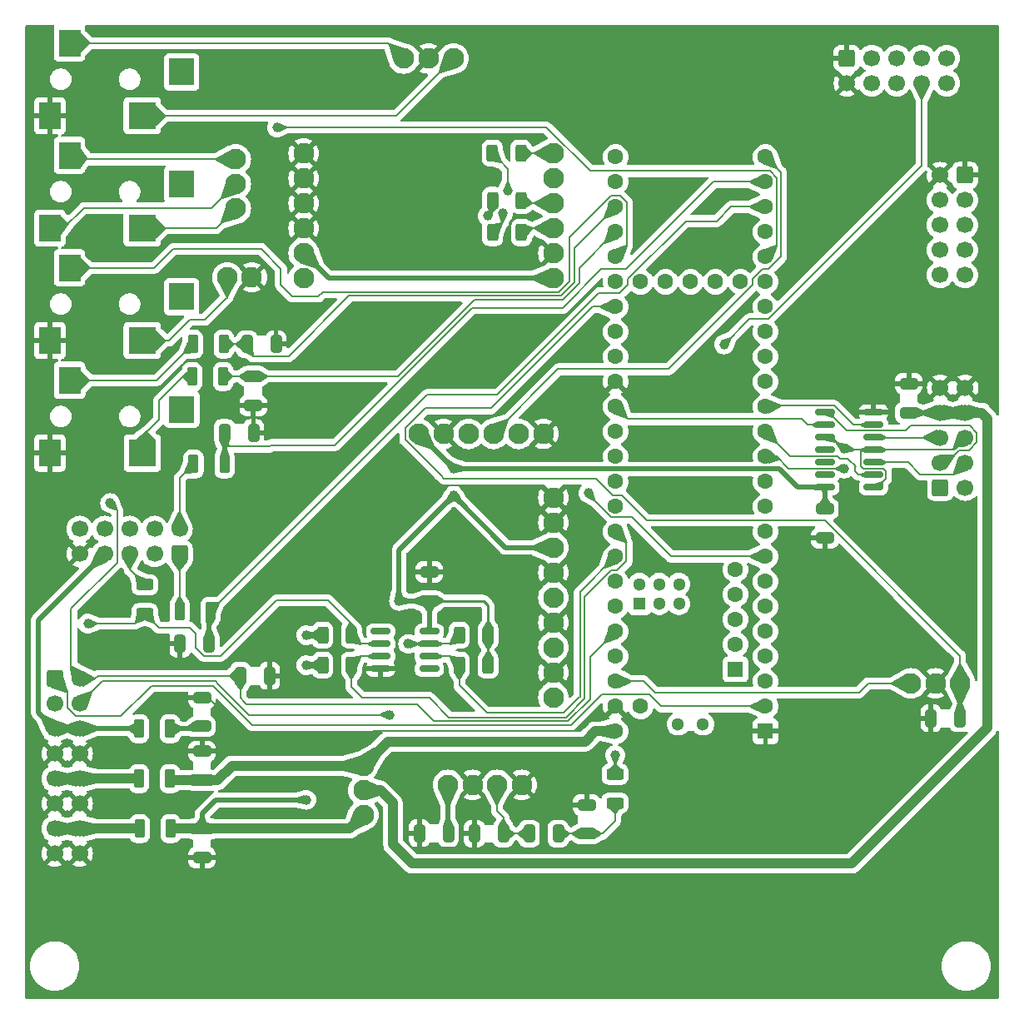
<source format=gbr>
G04 #@! TF.GenerationSoftware,KiCad,Pcbnew,8.0.5*
G04 #@! TF.CreationDate,2024-09-19T13:37:45-04:00*
G04 #@! TF.ProjectId,t41_2_main_board,7434315f-325f-46d6-9169-6e5f626f6172,1.0*
G04 #@! TF.SameCoordinates,Original*
G04 #@! TF.FileFunction,Copper,L1,Top*
G04 #@! TF.FilePolarity,Positive*
%FSLAX46Y46*%
G04 Gerber Fmt 4.6, Leading zero omitted, Abs format (unit mm)*
G04 Created by KiCad (PCBNEW 8.0.5) date 2024-09-19 13:37:45*
%MOMM*%
%LPD*%
G01*
G04 APERTURE LIST*
G04 Aperture macros list*
%AMRoundRect*
0 Rectangle with rounded corners*
0 $1 Rounding radius*
0 $2 $3 $4 $5 $6 $7 $8 $9 X,Y pos of 4 corners*
0 Add a 4 corners polygon primitive as box body*
4,1,4,$2,$3,$4,$5,$6,$7,$8,$9,$2,$3,0*
0 Add four circle primitives for the rounded corners*
1,1,$1+$1,$2,$3*
1,1,$1+$1,$4,$5*
1,1,$1+$1,$6,$7*
1,1,$1+$1,$8,$9*
0 Add four rect primitives between the rounded corners*
20,1,$1+$1,$2,$3,$4,$5,0*
20,1,$1+$1,$4,$5,$6,$7,0*
20,1,$1+$1,$6,$7,$8,$9,0*
20,1,$1+$1,$8,$9,$2,$3,0*%
G04 Aperture macros list end*
G04 #@! TA.AperFunction,SMDPad,CuDef*
%ADD10RoundRect,0.250000X-0.325000X-0.650000X0.325000X-0.650000X0.325000X0.650000X-0.325000X0.650000X0*%
G04 #@! TD*
G04 #@! TA.AperFunction,SMDPad,CuDef*
%ADD11RoundRect,0.250000X0.275000X0.700000X-0.275000X0.700000X-0.275000X-0.700000X0.275000X-0.700000X0*%
G04 #@! TD*
G04 #@! TA.AperFunction,SMDPad,CuDef*
%ADD12RoundRect,0.250000X0.312500X0.625000X-0.312500X0.625000X-0.312500X-0.625000X0.312500X-0.625000X0*%
G04 #@! TD*
G04 #@! TA.AperFunction,SMDPad,CuDef*
%ADD13RoundRect,0.250000X-0.650000X0.325000X-0.650000X-0.325000X0.650000X-0.325000X0.650000X0.325000X0*%
G04 #@! TD*
G04 #@! TA.AperFunction,SMDPad,CuDef*
%ADD14RoundRect,0.250000X0.325000X0.650000X-0.325000X0.650000X-0.325000X-0.650000X0.325000X-0.650000X0*%
G04 #@! TD*
G04 #@! TA.AperFunction,SMDPad,CuDef*
%ADD15RoundRect,0.250000X-0.275000X-0.700000X0.275000X-0.700000X0.275000X0.700000X-0.275000X0.700000X0*%
G04 #@! TD*
G04 #@! TA.AperFunction,SMDPad,CuDef*
%ADD16RoundRect,0.250000X-0.312500X-0.625000X0.312500X-0.625000X0.312500X0.625000X-0.312500X0.625000X0*%
G04 #@! TD*
G04 #@! TA.AperFunction,SMDPad,CuDef*
%ADD17R,2.200000X2.800000*%
G04 #@! TD*
G04 #@! TA.AperFunction,SMDPad,CuDef*
%ADD18R,2.800000X2.800000*%
G04 #@! TD*
G04 #@! TA.AperFunction,SMDPad,CuDef*
%ADD19R,2.600000X2.800000*%
G04 #@! TD*
G04 #@! TA.AperFunction,SMDPad,CuDef*
%ADD20RoundRect,0.150000X0.825000X0.150000X-0.825000X0.150000X-0.825000X-0.150000X0.825000X-0.150000X0*%
G04 #@! TD*
G04 #@! TA.AperFunction,SMDPad,CuDef*
%ADD21RoundRect,0.250000X0.650000X-0.325000X0.650000X0.325000X-0.650000X0.325000X-0.650000X-0.325000X0*%
G04 #@! TD*
G04 #@! TA.AperFunction,SMDPad,CuDef*
%ADD22RoundRect,0.250000X-0.625000X0.312500X-0.625000X-0.312500X0.625000X-0.312500X0.625000X0.312500X0*%
G04 #@! TD*
G04 #@! TA.AperFunction,ComponentPad*
%ADD23C,2.100000*%
G04 #@! TD*
G04 #@! TA.AperFunction,SMDPad,CuDef*
%ADD24RoundRect,0.250000X0.625000X-0.312500X0.625000X0.312500X-0.625000X0.312500X-0.625000X-0.312500X0*%
G04 #@! TD*
G04 #@! TA.AperFunction,SMDPad,CuDef*
%ADD25RoundRect,0.150000X-0.825000X-0.150000X0.825000X-0.150000X0.825000X0.150000X-0.825000X0.150000X0*%
G04 #@! TD*
G04 #@! TA.AperFunction,ComponentPad*
%ADD26RoundRect,0.250000X-0.600000X-0.600000X0.600000X-0.600000X0.600000X0.600000X-0.600000X0.600000X0*%
G04 #@! TD*
G04 #@! TA.AperFunction,ComponentPad*
%ADD27C,1.700000*%
G04 #@! TD*
G04 #@! TA.AperFunction,ComponentPad*
%ADD28R,1.600000X1.600000*%
G04 #@! TD*
G04 #@! TA.AperFunction,ComponentPad*
%ADD29C,1.600000*%
G04 #@! TD*
G04 #@! TA.AperFunction,ComponentPad*
%ADD30R,1.300000X1.300000*%
G04 #@! TD*
G04 #@! TA.AperFunction,ComponentPad*
%ADD31C,1.300000*%
G04 #@! TD*
G04 #@! TA.AperFunction,ComponentPad*
%ADD32RoundRect,0.250000X-0.600000X0.600000X-0.600000X-0.600000X0.600000X-0.600000X0.600000X0.600000X0*%
G04 #@! TD*
G04 #@! TA.AperFunction,ComponentPad*
%ADD33RoundRect,0.250000X0.600000X0.600000X-0.600000X0.600000X-0.600000X-0.600000X0.600000X-0.600000X0*%
G04 #@! TD*
G04 #@! TA.AperFunction,ComponentPad*
%ADD34RoundRect,0.250000X0.600000X-0.600000X0.600000X0.600000X-0.600000X0.600000X-0.600000X-0.600000X0*%
G04 #@! TD*
G04 #@! TA.AperFunction,ViaPad*
%ADD35C,1.000000*%
G04 #@! TD*
G04 #@! TA.AperFunction,Conductor*
%ADD36C,0.200000*%
G04 #@! TD*
G04 #@! TA.AperFunction,Conductor*
%ADD37C,0.500000*%
G04 #@! TD*
G04 #@! TA.AperFunction,Conductor*
%ADD38C,1.000000*%
G04 #@! TD*
G04 #@! TA.AperFunction,Conductor*
%ADD39C,0.250000*%
G04 #@! TD*
G04 APERTURE END LIST*
D10*
X118894000Y-120485200D03*
X121844000Y-120485200D03*
D11*
X117196000Y-86754000D03*
X114046000Y-86754000D03*
D12*
X147421800Y-67323000D03*
X144496800Y-67323000D03*
D13*
X154102000Y-133588000D03*
X154102000Y-136538000D03*
D10*
X112749000Y-117234000D03*
X115699000Y-117234000D03*
D14*
X122508000Y-86754000D03*
X119558000Y-86754000D03*
D15*
X108636000Y-136030000D03*
X111786000Y-136030000D03*
D10*
X142672000Y-136538000D03*
X145622000Y-136538000D03*
D15*
X114122000Y-98946000D03*
X117272000Y-98946000D03*
D16*
X141144000Y-119393000D03*
X144069000Y-119393000D03*
D17*
X99511400Y-74951400D03*
D18*
X108911400Y-74951400D03*
D17*
X101511400Y-67551400D03*
D19*
X112911400Y-70501400D03*
D13*
X114986000Y-136030000D03*
X114986000Y-138980000D03*
D11*
X115850000Y-113932000D03*
X112700000Y-113932000D03*
D20*
X183272400Y-101308200D03*
X183272400Y-100038200D03*
X183272400Y-98768200D03*
X183272400Y-97498200D03*
X183272400Y-96228200D03*
X183272400Y-94958200D03*
X183272400Y-93688200D03*
X178322400Y-93688200D03*
X178322400Y-94958200D03*
X178322400Y-96228200D03*
X178322400Y-97498200D03*
X178322400Y-98768200D03*
X178322400Y-100038200D03*
X178322400Y-101308200D03*
D21*
X114986000Y-125616000D03*
X114986000Y-122666000D03*
D17*
X99520000Y-97820000D03*
D18*
X108920000Y-97820000D03*
D17*
X101520000Y-90420000D03*
D19*
X112920000Y-93370000D03*
D21*
X138100000Y-112868800D03*
X138100000Y-109918800D03*
D12*
X147476600Y-75400200D03*
X144551600Y-75400200D03*
D22*
X156997600Y-130492800D03*
X156997600Y-133417800D03*
D23*
X131399400Y-134618400D03*
X131399400Y-132118400D03*
X131399400Y-129618400D03*
D10*
X137087600Y-136492200D03*
X140037600Y-136492200D03*
D17*
X99511400Y-63521400D03*
D18*
X108911400Y-63521400D03*
D17*
X101511400Y-56121400D03*
D19*
X112911400Y-59071400D03*
D23*
X125323800Y-67348400D03*
X125323800Y-69888400D03*
X125323800Y-72428400D03*
X125323800Y-74968400D03*
X125323800Y-77508400D03*
X125323800Y-80048400D03*
X150723800Y-80048400D03*
X150723800Y-77508400D03*
X150723800Y-74968400D03*
X150723800Y-72428400D03*
X150723800Y-69888400D03*
X150723800Y-67348400D03*
X140563800Y-57696400D03*
X138023800Y-57696400D03*
X135483800Y-57696400D03*
D24*
X109169400Y-114149900D03*
X109169400Y-111224900D03*
D14*
X192076800Y-124803200D03*
X189126800Y-124803200D03*
D12*
X130175200Y-119393000D03*
X127250200Y-119393000D03*
D14*
X120222000Y-95771000D03*
X117272000Y-95771000D03*
D17*
X99511400Y-86381400D03*
D18*
X108911400Y-86381400D03*
D17*
X101511400Y-78981400D03*
D19*
X112911400Y-81931400D03*
D11*
X117120000Y-90056000D03*
X113970000Y-90056000D03*
D23*
X139988800Y-131564600D03*
X142488800Y-131564600D03*
X144988800Y-131564600D03*
X147488800Y-131564600D03*
D15*
X108585000Y-125870000D03*
X111735000Y-125870000D03*
D21*
X120193000Y-92977000D03*
X120193000Y-90027000D03*
D12*
X130175200Y-116345000D03*
X127250200Y-116345000D03*
X147476600Y-72123600D03*
X144551600Y-72123600D03*
D25*
X133150000Y-115964000D03*
X133150000Y-117234000D03*
X133150000Y-118504000D03*
X133150000Y-119774000D03*
X138100000Y-119774000D03*
X138100000Y-118504000D03*
X138100000Y-117234000D03*
X138100000Y-115964000D03*
D23*
X118415000Y-72958000D03*
X118415000Y-70458000D03*
X118415000Y-67958000D03*
D21*
X114986000Y-131106000D03*
X114986000Y-128156000D03*
D26*
X100000000Y-120790000D03*
D27*
X102540000Y-120790000D03*
X100000000Y-123330000D03*
X102540000Y-123330000D03*
X100000000Y-125870000D03*
X102540000Y-125870000D03*
X100000000Y-128410000D03*
X102540000Y-128410000D03*
X100000000Y-130950000D03*
X102540000Y-130950000D03*
X100000000Y-133490000D03*
X102540000Y-133490000D03*
X100000000Y-136030000D03*
X102540000Y-136030000D03*
X100000000Y-138570000D03*
X102540000Y-138570000D03*
D28*
X172288400Y-126124000D03*
D29*
X172288400Y-123584000D03*
X172288400Y-121044000D03*
X172288400Y-118504000D03*
X172288400Y-115964000D03*
X172288400Y-113424000D03*
X172288400Y-110884000D03*
X172288400Y-108344000D03*
X172288400Y-105804000D03*
X172288400Y-103264000D03*
X172288400Y-100724000D03*
X172288400Y-98184000D03*
X172288400Y-95644000D03*
X172288400Y-93104000D03*
X172288400Y-90564000D03*
X172288400Y-88024000D03*
X172288400Y-85484000D03*
X172288400Y-82944000D03*
X172288400Y-80404000D03*
X172288400Y-77864000D03*
X172288400Y-75324000D03*
X172288400Y-72784000D03*
X172288400Y-70244000D03*
X172288400Y-67704000D03*
X157048400Y-67704000D03*
X157048400Y-70244000D03*
X157048400Y-72784000D03*
X157048400Y-75324000D03*
X157048400Y-77864000D03*
X157048400Y-80404000D03*
X157048400Y-82944000D03*
X157048400Y-85484000D03*
X157048400Y-88024000D03*
X157048400Y-90564000D03*
X157048400Y-93104000D03*
X157048400Y-95644000D03*
X157048400Y-98184000D03*
X157048400Y-100724000D03*
X157048400Y-103264000D03*
X157048400Y-105804000D03*
X157048400Y-108344000D03*
X157048400Y-110884000D03*
X157048400Y-113424000D03*
X157048400Y-115964000D03*
X157048400Y-118504000D03*
X157048400Y-121044000D03*
X157048400Y-123584000D03*
X157048400Y-126124000D03*
X159588400Y-123584000D03*
X169748400Y-80404000D03*
X167208400Y-80404000D03*
X164668400Y-80404000D03*
X162128400Y-80404000D03*
X159588400Y-80404000D03*
D28*
X169237600Y-119824800D03*
D29*
X169237600Y-117284800D03*
X169237600Y-114744800D03*
X169237600Y-112204800D03*
X169237600Y-109664800D03*
D30*
X159486800Y-113154000D03*
D31*
X161486800Y-113154000D03*
X163486800Y-113154000D03*
X163486800Y-111154000D03*
X161486800Y-111154000D03*
X159486800Y-111154000D03*
X163398400Y-125394000D03*
X165938400Y-125394000D03*
D14*
X151210000Y-136538000D03*
X148260000Y-136538000D03*
D16*
X141148000Y-116345000D03*
X144073000Y-116345000D03*
D21*
X186868000Y-93717200D03*
X186868000Y-90767200D03*
D15*
X108585000Y-130950000D03*
X111735000Y-130950000D03*
D23*
X117551400Y-79946800D03*
X120051400Y-79946800D03*
X150723800Y-122669600D03*
X150723800Y-120129600D03*
X150723800Y-117589600D03*
X150723800Y-115049600D03*
X150723800Y-112509600D03*
X150723800Y-109969600D03*
X150723800Y-107429600D03*
X150723800Y-104889600D03*
X150723800Y-102349600D03*
X149707800Y-95872600D03*
X147167800Y-95872600D03*
X144627800Y-95872600D03*
X142087800Y-95872600D03*
X139547800Y-95872600D03*
X137007800Y-95872600D03*
D13*
X178333600Y-103516200D03*
X178333600Y-106466200D03*
D32*
X180568800Y-57655100D03*
D27*
X180568800Y-60195100D03*
X183108800Y-57655100D03*
X183108800Y-60195100D03*
X185648800Y-57655100D03*
X185648800Y-60195100D03*
X188188800Y-57655100D03*
X188188800Y-60195100D03*
X190728800Y-57655100D03*
X190728800Y-60195100D03*
D26*
X190068400Y-101333600D03*
D27*
X192608400Y-101333600D03*
X190068400Y-98793600D03*
X192608400Y-98793600D03*
X190068400Y-96253600D03*
X192608400Y-96253600D03*
X190068400Y-93713600D03*
X192608400Y-93713600D03*
X190068400Y-91173600D03*
X192608400Y-91173600D03*
D23*
X192075000Y-121247200D03*
X189575000Y-121247200D03*
X187075000Y-121247200D03*
D33*
X192573500Y-69558200D03*
D27*
X190033500Y-69558200D03*
X192573500Y-72098200D03*
X190033500Y-72098200D03*
X192573500Y-74638200D03*
X190033500Y-74638200D03*
X192573500Y-77178200D03*
X190033500Y-77178200D03*
X192573500Y-79718200D03*
X190033500Y-79718200D03*
D34*
X112700000Y-108090000D03*
D27*
X112700000Y-105550000D03*
X110160000Y-108090000D03*
X110160000Y-105550000D03*
X107620000Y-108090000D03*
X107620000Y-105550000D03*
X105080000Y-108090000D03*
X105080000Y-105550000D03*
X102540000Y-108090000D03*
X102540000Y-105550000D03*
D35*
X114325600Y-132956600D03*
X98069600Y-107099400D03*
X103937000Y-113398600D03*
X140589200Y-99403200D03*
X125591000Y-133090000D03*
X140589200Y-102146400D03*
X135026600Y-112865200D03*
X125591000Y-119393000D03*
X125591000Y-116345000D03*
X122622000Y-64720600D03*
X131470600Y-100139800D03*
X111354000Y-95898000D03*
X129159000Y-98361800D03*
X152705000Y-57620200D03*
X164821000Y-93104000D03*
X170333000Y-87668400D03*
X175159000Y-72250600D03*
X184988400Y-138011200D03*
X175133200Y-77940200D03*
X115595600Y-97142600D03*
X114986000Y-141034000D03*
X127051000Y-114287600D03*
X195173800Y-127952800D03*
X145593000Y-78524400D03*
X117907000Y-115456000D03*
X155016000Y-67856400D03*
X112370000Y-123279000D03*
X146939200Y-123025200D03*
X170231000Y-95644000D03*
X166294000Y-109614000D03*
X127228800Y-127495600D03*
X168123000Y-78422800D03*
X127101800Y-104661000D03*
X141021000Y-123406200D03*
X158699400Y-119621600D03*
X161264800Y-62395400D03*
X161772800Y-78524400D03*
X166675000Y-67881800D03*
X184074000Y-86703200D03*
X133858200Y-114363800D03*
X142621200Y-90462400D03*
X157556400Y-62395400D03*
X133172400Y-121348800D03*
X98526800Y-89624200D03*
X130099000Y-86779400D03*
X137363400Y-121348800D03*
X129159200Y-132702600D03*
X127051000Y-111290400D03*
X142773600Y-84493400D03*
X182905600Y-63284400D03*
X110389000Y-70345600D03*
X134518600Y-97218800D03*
X139471600Y-83274200D03*
X130734000Y-62116000D03*
X124053800Y-122085400D03*
X186817200Y-88862200D03*
X185902800Y-100114400D03*
X113868400Y-119189800D03*
X152984000Y-87160400D03*
X118313400Y-131661200D03*
X130988000Y-57366200D03*
X154102000Y-55131000D03*
X162077600Y-105931000D03*
X184429600Y-66561000D03*
X117272000Y-93104000D03*
X193116400Y-103289400D03*
X117551400Y-75654200D03*
X103479800Y-118986600D03*
X167158000Y-82461400D03*
X127076400Y-122085400D03*
X138862000Y-101613000D03*
X161976000Y-126606600D03*
X182220000Y-106795000D03*
X145745000Y-84264800D03*
X169698000Y-74485800D03*
X126136600Y-62243000D03*
X183998000Y-108598000D03*
X107569200Y-119189800D03*
X132639000Y-136461800D03*
X163957000Y-120866000D03*
X159055000Y-70421800D03*
X179832000Y-108039000D03*
X174219000Y-91199000D03*
X170561200Y-137935000D03*
X116484600Y-111569800D03*
X142469000Y-78524400D03*
X170333000Y-71463200D03*
X98425200Y-55715200D03*
X142570400Y-102248000D03*
X109931400Y-88963800D03*
X134518600Y-128867200D03*
X150546000Y-84417200D03*
X130657800Y-83198000D03*
X179019000Y-91630800D03*
X120040600Y-82309000D03*
X134925000Y-92697600D03*
X104064000Y-54902400D03*
X136474000Y-63513000D03*
X182524600Y-135598200D03*
X127406600Y-95593200D03*
X141833800Y-105270600D03*
X159334400Y-76111400D03*
X183642200Y-91884800D03*
X125400000Y-88684400D03*
X155854600Y-137858800D03*
X166725800Y-72657000D03*
X102464000Y-63513000D03*
X131399400Y-127168400D03*
X99517400Y-100800000D03*
X187986000Y-77330600D03*
X109398000Y-91834000D03*
X189179000Y-81623200D03*
X173406000Y-128968800D03*
X133502600Y-111290400D03*
X176225000Y-106464000D03*
X126060400Y-83883800D03*
X114986000Y-105296000D03*
X193751000Y-56553400D03*
X119558000Y-99835000D03*
X142774000Y-57569400D03*
X194869000Y-137655600D03*
X190398600Y-84823600D03*
X160223400Y-97879200D03*
X142621000Y-65976800D03*
X117170000Y-126403000D03*
X153416200Y-141237000D03*
X114732000Y-108115400D03*
X172466200Y-131559600D03*
X170256400Y-103365600D03*
X161239400Y-116116400D03*
X145415200Y-89649600D03*
X114935200Y-78499000D03*
X155295800Y-128359200D03*
X136296600Y-134074200D03*
X101778000Y-76213000D03*
X170561200Y-141262400D03*
X124206000Y-114491000D03*
X182220000Y-110325000D03*
X170637400Y-106972400D03*
X142646600Y-114186000D03*
X191262200Y-126886000D03*
X134442400Y-106083400D03*
X176200000Y-110249000D03*
X121615400Y-111011000D03*
X131369000Y-91580000D03*
X141198800Y-111417400D03*
X186918800Y-67932600D03*
X158953000Y-82258200D03*
X194843600Y-146799600D03*
X148285400Y-86703200D03*
X110922000Y-103492600D03*
X123952200Y-127495600D03*
X159842400Y-100952600D03*
X110972800Y-112712800D03*
X98501400Y-78448200D03*
X154102000Y-131610400D03*
X193700600Y-82664600D03*
X158953400Y-129603800D03*
X98577600Y-66789600D03*
X165253000Y-70320200D03*
X193218000Y-117742000D03*
X144602400Y-128867200D03*
X134264600Y-88760600D03*
X174295000Y-84544200D03*
X159106000Y-87973200D03*
X174295000Y-120942000D03*
X186919000Y-62065200D03*
X159436000Y-125514400D03*
X162712600Y-67780200D03*
X105638800Y-102908400D03*
X168072000Y-86779400D03*
X144043000Y-73706800D03*
X145575000Y-73464800D03*
X154275000Y-101898000D03*
X146078000Y-71174500D03*
X180314800Y-97365900D03*
X180314800Y-99403200D03*
X157003000Y-128549000D03*
X103378200Y-115176600D03*
X134086800Y-124447600D03*
X135941000Y-117234000D03*
D36*
X118389600Y-97168000D02*
X117769000Y-97168000D01*
X121844000Y-97168000D02*
X118389600Y-97168000D01*
D37*
X117272000Y-98946000D02*
X117272000Y-97295000D01*
X117272000Y-97295000D02*
X117272000Y-97011700D01*
D36*
X118389600Y-97168000D02*
X117399000Y-97168000D01*
X117399000Y-97168000D02*
X117272000Y-97295000D01*
X117769000Y-97168000D02*
X117272000Y-96671000D01*
X117272000Y-96671000D02*
X117272000Y-95771000D01*
X151698000Y-83046500D02*
X155611000Y-79134000D01*
X158120000Y-79134000D02*
X167010000Y-70244000D01*
X167010000Y-70244000D02*
X172288400Y-70244000D01*
X122000000Y-97011700D02*
X128494000Y-97011700D01*
X121844000Y-97168000D02*
X122000000Y-97011700D01*
X128494000Y-97011700D02*
X142459000Y-83046500D01*
X142459000Y-83046500D02*
X151698000Y-83046500D01*
X155611000Y-79134000D02*
X158120000Y-79134000D01*
X193066400Y-97446600D02*
X192989400Y-97523600D01*
X192833150Y-97519750D02*
X191994950Y-97519750D01*
X193072900Y-97446600D02*
X193066400Y-97446600D01*
X192837000Y-97523600D02*
X192833150Y-97519750D01*
X191994950Y-97519750D02*
X190721100Y-98793600D01*
X192989400Y-97523600D02*
X192837000Y-97523600D01*
X116220000Y-72667600D02*
X115976600Y-72911000D01*
X116220000Y-72653100D02*
X116220000Y-72667600D01*
X102962466Y-72901666D02*
X100913000Y-74951400D01*
X115671800Y-72911000D02*
X115662466Y-72901666D01*
X115976600Y-72911000D02*
X115671800Y-72911000D01*
X115662466Y-72901666D02*
X102962466Y-72901666D01*
X115850000Y-113932000D02*
X137869000Y-91912900D01*
X137869000Y-91912900D02*
X145012000Y-91912900D01*
X145012000Y-91912900D02*
X155332000Y-81593200D01*
X167334220Y-74232980D02*
X168783200Y-72784000D01*
X155332000Y-81593200D02*
X157437000Y-81593200D01*
X157437000Y-81593200D02*
X158318000Y-80711500D01*
X158318000Y-80711500D02*
X158318000Y-80101800D01*
X158318000Y-80101800D02*
X164186980Y-74232980D01*
X164186980Y-74232980D02*
X167334220Y-74232980D01*
X168783200Y-72784000D02*
X172288400Y-72784000D01*
X117170000Y-124244000D02*
X115592000Y-122666000D01*
X115592000Y-122666000D02*
X114986000Y-122666000D01*
X104114800Y-120790000D02*
X104419600Y-120485200D01*
X102540000Y-120790000D02*
X104114800Y-120790000D01*
X104419600Y-120485200D02*
X118894000Y-120485200D01*
X119532600Y-123380800D02*
X119240500Y-123088700D01*
X118894000Y-120485200D02*
X118894000Y-122742200D01*
X118894000Y-122742200D02*
X119240500Y-123088700D01*
X101270000Y-123748000D02*
X101270000Y-122060000D01*
X102122000Y-124600000D02*
X101270000Y-123748000D01*
X106752000Y-124600000D02*
X102122000Y-124600000D01*
X109585400Y-121771000D02*
X109581000Y-121771000D01*
X109855200Y-121501200D02*
X109585400Y-121771000D01*
X161692000Y-123584000D02*
X160447400Y-122339400D01*
X120110400Y-125508000D02*
X116103600Y-121501200D01*
X152482800Y-125508000D02*
X120110400Y-125508000D01*
X155651400Y-122339400D02*
X152482800Y-125508000D01*
X160447400Y-122339400D02*
X155651400Y-122339400D01*
X109581000Y-121771000D02*
X106752000Y-124600000D01*
X116103600Y-121501200D02*
X109855200Y-121501200D01*
X172288400Y-123584000D02*
X161692000Y-123584000D01*
X101270000Y-122060000D02*
X100000000Y-120790000D01*
D37*
X105080000Y-108090000D02*
X98514100Y-114655900D01*
X98349000Y-124219000D02*
X98349000Y-114821000D01*
X98349000Y-114821000D02*
X98514100Y-114655900D01*
X98349000Y-124219000D02*
X100000000Y-125870000D01*
D36*
X102540000Y-120790000D02*
X101676400Y-119926400D01*
X101676400Y-119926400D02*
X101676400Y-113627200D01*
X101676400Y-113627200D02*
X106350000Y-108953600D01*
X106350000Y-108953600D02*
X106350000Y-103619600D01*
X106350000Y-103619600D02*
X105638800Y-102908400D01*
D37*
X150723800Y-80048400D02*
X150724000Y-80048400D01*
X178328000Y-101314000D02*
X178322300Y-101308300D01*
X127864000Y-80048400D02*
X150723800Y-80048400D01*
X140589200Y-99403200D02*
X137008000Y-95872600D01*
X178322000Y-101308000D02*
X175553000Y-101308000D01*
X175553000Y-101308000D02*
X173699000Y-99454000D01*
X137007800Y-95872600D02*
X137008000Y-95872600D01*
X140589000Y-99454000D02*
X140589200Y-99403200D01*
X178328000Y-101314000D02*
X178322300Y-101308300D01*
X178322300Y-101308300D02*
X178322000Y-101308000D01*
D38*
X129987800Y-136030000D02*
X114986000Y-136030000D01*
D37*
X150723800Y-107429600D02*
X145872400Y-107429600D01*
D39*
X143611800Y-112865200D02*
X144073000Y-113326400D01*
X142113200Y-112865200D02*
X143611800Y-112865200D01*
D37*
X178334000Y-103516000D02*
X178334000Y-101319000D01*
X138098200Y-115962200D02*
X138100000Y-115964000D01*
D38*
X111786000Y-136030000D02*
X114986000Y-136030000D01*
D37*
X114986000Y-136030000D02*
X114986000Y-134506000D01*
X125323800Y-77508400D02*
X125324000Y-77508400D01*
X145872400Y-107429600D02*
X140589200Y-102146400D01*
D39*
X144069000Y-116349000D02*
X144073000Y-116345000D01*
D37*
X173699000Y-99454000D02*
X140589000Y-99454000D01*
X127250200Y-116345000D02*
X125591000Y-116345000D01*
D39*
X144073000Y-113326400D02*
X144073000Y-116345000D01*
D37*
X125324000Y-77508400D02*
X127864000Y-80048400D01*
X178322400Y-101308200D02*
X178322300Y-101308300D01*
X178333800Y-103516200D02*
X178334000Y-103516000D01*
X114986000Y-134506000D02*
X116402000Y-133090000D01*
X135026600Y-107709000D02*
X140589200Y-102146400D01*
X127250200Y-119393000D02*
X125591000Y-119393000D01*
X138098200Y-112865200D02*
X135026600Y-112865200D01*
D39*
X142109600Y-112868800D02*
X142113200Y-112865200D01*
D38*
X131399400Y-134618400D02*
X129987800Y-136030000D01*
D37*
X135026600Y-112865200D02*
X135026600Y-107709000D01*
X116402000Y-133090000D02*
X125591000Y-133090000D01*
X178322300Y-101308300D02*
X178322000Y-101308000D01*
X178333600Y-103516200D02*
X178333800Y-103516200D01*
X138098200Y-112865200D02*
X138098200Y-115962200D01*
D39*
X138100000Y-112868800D02*
X142109600Y-112868800D01*
D37*
X178334000Y-101319000D02*
X178328000Y-101314000D01*
D39*
X144069000Y-119393000D02*
X144069000Y-116349000D01*
D36*
X144989000Y-131564800D02*
X144989000Y-131565000D01*
X145622000Y-134865200D02*
X144988800Y-134232000D01*
X144988800Y-134232000D02*
X144988800Y-131564600D01*
X148260000Y-136538000D02*
X145622000Y-136538000D01*
X144988800Y-131564600D02*
X144989000Y-131564800D01*
X145622000Y-136538000D02*
X145622000Y-134865200D01*
X139297000Y-100126000D02*
X139562800Y-100391800D01*
X157048400Y-82944000D02*
X154690000Y-82944000D01*
X155043800Y-100391800D02*
X156788000Y-102136000D01*
X192075000Y-118432000D02*
X192075000Y-121247200D01*
X135642000Y-95311100D02*
X135642000Y-96470400D01*
X139562800Y-100391800D02*
X155043800Y-100391800D01*
X154690000Y-82944000D02*
X144358000Y-93276100D01*
X156788000Y-102136000D02*
X157720000Y-102136000D01*
D37*
X192075000Y-121247200D02*
X192075000Y-124801400D01*
D36*
X144358000Y-93276100D02*
X137677000Y-93276100D01*
X160260000Y-104676000D02*
X178319000Y-104676000D01*
X157720000Y-102136000D02*
X160260000Y-104676000D01*
D37*
X192075000Y-124801400D02*
X192076800Y-124803200D01*
D36*
X135642000Y-96470400D02*
X139297000Y-100126000D01*
X191247400Y-117604400D02*
X192075000Y-118432000D01*
X178319000Y-104676000D02*
X191247400Y-117604400D01*
X137677000Y-93276100D02*
X135642000Y-95311100D01*
X114732000Y-125870000D02*
X114986000Y-125616000D01*
D37*
X111735000Y-125870000D02*
X114732000Y-125870000D01*
D38*
X131399400Y-129618400D02*
X118048600Y-129618400D01*
X114986000Y-131106000D02*
X111891000Y-131106000D01*
X153924200Y-127165400D02*
X154965600Y-126124000D01*
X116542000Y-131106000D02*
X114986000Y-131106000D01*
X133852400Y-127165400D02*
X153924200Y-127165400D01*
X131399400Y-129618400D02*
X133852400Y-127165400D01*
X154965600Y-126124000D02*
X157048400Y-126124000D01*
X118048600Y-129618400D02*
X118039100Y-129608900D01*
D37*
X111891000Y-131106000D02*
X111735000Y-130950000D01*
D38*
X118039100Y-129608900D02*
X116542000Y-131106000D01*
D36*
X117120000Y-90056000D02*
X117149000Y-90027000D01*
X142693000Y-82244600D02*
X151635000Y-82244600D01*
X157048400Y-75324000D02*
X157048000Y-75324000D01*
X151635000Y-82244600D02*
X153382000Y-80497500D01*
X153382000Y-78989900D02*
X157048000Y-75324000D01*
X117149000Y-90027000D02*
X120193000Y-90027000D01*
X153382000Y-80497500D02*
X153382000Y-78989900D01*
X134910000Y-90027000D02*
X142693000Y-82244600D01*
X120193000Y-90027000D02*
X134910000Y-90027000D01*
X152861000Y-76971000D02*
X155818000Y-74014000D01*
X119558000Y-86754000D02*
X117196000Y-86754000D01*
X156638400Y-73194000D02*
X157048400Y-72784000D01*
X119558000Y-86754000D02*
X119558000Y-87366200D01*
X151465000Y-81836900D02*
X152861000Y-80440100D01*
X152861000Y-80440100D02*
X152861000Y-76971000D01*
X155818000Y-74014000D02*
X156228000Y-73604000D01*
X156638000Y-73194000D02*
X157048000Y-72784000D01*
X123803000Y-87984000D02*
X129950000Y-81836900D01*
X119558000Y-87366200D02*
X120176000Y-87984000D01*
X155818000Y-74014000D02*
X156228000Y-73604000D01*
X120176000Y-87984000D02*
X123803000Y-87984000D01*
X156638000Y-73194000D02*
X156638400Y-73194000D01*
X156228000Y-73604000D02*
X156638000Y-73194000D01*
X129950000Y-81836900D02*
X151465000Y-81836900D01*
X115699000Y-114083000D02*
X115850000Y-113932000D01*
D37*
X115699000Y-117234000D02*
X115699000Y-114083000D01*
D36*
X150008000Y-64720600D02*
X154429000Y-69142300D01*
X172288000Y-77863700D02*
X172288000Y-77864000D01*
X172747000Y-69142300D02*
X173436000Y-69831400D01*
X173436000Y-76716200D02*
X172862000Y-77290100D01*
X154429000Y-69142300D02*
X172747000Y-69142300D01*
X172288000Y-77864000D02*
X172862000Y-77290100D01*
X172288400Y-77864000D02*
X172288000Y-77864000D01*
X173436000Y-69831400D02*
X173436000Y-76716200D01*
X122622000Y-64720600D02*
X150008000Y-64720600D01*
X172862000Y-77290100D02*
X172288000Y-77863700D01*
D37*
X139989000Y-131565900D02*
X139989000Y-131566900D01*
D36*
X139989000Y-131809700D02*
X139989000Y-131687300D01*
X139989000Y-131565400D02*
X139989000Y-131565200D01*
X139989000Y-131687300D02*
X139989000Y-131626100D01*
D37*
X139989000Y-131580200D02*
X139989000Y-131595500D01*
D36*
X139989000Y-131565100D02*
X139989000Y-131565000D01*
D37*
X139989000Y-131572600D02*
X139989000Y-131580200D01*
X139989000Y-131809700D02*
X139989000Y-132054500D01*
X139989000Y-132544000D02*
X139989000Y-133523000D01*
D36*
X139989000Y-131566900D02*
X139989000Y-131565900D01*
D37*
X139989000Y-133523000D02*
X139989000Y-133524000D01*
X139989000Y-131565200D02*
X139989000Y-131565400D01*
D36*
X139989000Y-136443000D02*
X140037600Y-136491600D01*
X139989000Y-132054500D02*
X139989000Y-131809700D01*
D37*
X139989000Y-131565400D02*
X139989000Y-131565900D01*
X139989000Y-131568800D02*
X139989000Y-131572600D01*
D36*
X139989000Y-131626100D02*
X139989000Y-131595500D01*
X139989000Y-131580200D02*
X139989000Y-131572600D01*
D37*
X139989000Y-131687300D02*
X139989000Y-131809700D01*
X139989000Y-131595500D02*
X139989000Y-131626100D01*
D36*
X139989000Y-131565200D02*
X139989000Y-131565100D01*
X139989000Y-131565900D02*
X139989000Y-131565400D01*
X140037600Y-136491600D02*
X140037600Y-136492200D01*
D37*
X139989000Y-131626100D02*
X139989000Y-131687300D01*
X139989000Y-131566900D02*
X139989000Y-131568800D01*
X139989000Y-132054500D02*
X139989000Y-132544000D01*
D36*
X139989000Y-131568800D02*
X139989000Y-131566900D01*
X139988800Y-131564800D02*
X139988800Y-131564600D01*
X139989000Y-132544000D02*
X139989000Y-132054500D01*
D37*
X139989000Y-133524000D02*
X139989000Y-136443000D01*
D36*
X139989000Y-131572600D02*
X139989000Y-131568800D01*
D37*
X139989000Y-131565000D02*
X139989000Y-131565100D01*
D36*
X139989000Y-133524000D02*
X139989000Y-133523000D01*
X139989000Y-131595500D02*
X139989000Y-131580200D01*
X139989000Y-131565000D02*
X139988800Y-131564800D01*
X139989000Y-133523000D02*
X139989000Y-132544000D01*
X140037600Y-136491600D02*
X140038000Y-136492000D01*
D37*
X139989000Y-131565100D02*
X139989000Y-131565200D01*
X102540000Y-125870000D02*
X108585000Y-125870000D01*
X100000000Y-125870000D02*
X102540000Y-125870000D01*
D38*
X100000000Y-130950000D02*
X102540000Y-130950000D01*
X102540000Y-130950000D02*
X108585000Y-130950000D01*
D36*
X113462000Y-88379600D02*
X119481800Y-88379600D01*
X109398000Y-91834000D02*
X110007600Y-91834000D01*
X102540000Y-138570000D02*
X102950000Y-138980000D01*
X190033500Y-69558200D02*
X189932000Y-69558200D01*
X138862000Y-101613000D02*
X139370000Y-101105000D01*
X122508000Y-86754000D02*
X122508000Y-86131500D01*
X120051400Y-79946800D02*
X120051000Y-79946800D01*
X125349200Y-88735200D02*
X125400000Y-88684400D01*
X179223000Y-91834000D02*
X179019000Y-91630800D01*
X120193000Y-95742000D02*
X120222000Y-95771000D01*
X110007600Y-91834000D02*
X113462000Y-88379600D01*
X99517400Y-100800000D02*
X99520000Y-100798000D01*
X142367200Y-102248000D02*
X142570400Y-102248000D01*
X117170000Y-124244000D02*
X117170000Y-126403000D01*
X119837400Y-88735200D02*
X125349200Y-88735200D01*
X152882800Y-126124000D02*
X154406800Y-124600000D01*
X139370000Y-101105000D02*
X141224200Y-101105000D01*
X178816000Y-91834000D02*
X179019000Y-91630800D01*
X131399400Y-127168400D02*
X132443800Y-126124000D01*
X99520000Y-100803000D02*
X99517400Y-100800000D01*
X156032400Y-124600000D02*
X157048400Y-123584000D01*
X132443800Y-126124000D02*
X152882800Y-126124000D01*
X114732000Y-128410000D02*
X114986000Y-128156000D01*
X154406800Y-124600000D02*
X156032400Y-124600000D01*
X190034000Y-69558200D02*
X190033500Y-69558200D01*
X141224200Y-101105000D02*
X142367200Y-102248000D01*
X119481800Y-88379600D02*
X119837400Y-88735200D01*
D38*
X102540000Y-136030000D02*
X108636000Y-136030000D01*
X102540000Y-136030000D02*
X100000000Y-136030000D01*
D36*
X108920000Y-97820000D02*
X108920000Y-96118300D01*
X113035000Y-90056000D02*
X113970000Y-90056000D01*
X110622000Y-92469700D02*
X113035000Y-90056000D01*
X108920000Y-96118300D02*
X110622000Y-94416600D01*
X110622000Y-94416600D02*
X110622000Y-92469700D01*
X110380000Y-90420000D02*
X114046000Y-86754000D01*
X101520000Y-90420000D02*
X110380000Y-90420000D01*
X112700000Y-108090000D02*
X112700000Y-113932000D01*
X112700000Y-105550000D02*
X112700000Y-100368000D01*
X112700000Y-100368000D02*
X114122000Y-98946000D01*
D37*
X117272000Y-97011700D02*
X117272000Y-95771000D01*
D36*
X193792400Y-96727100D02*
X193072900Y-97446600D01*
X186543000Y-95560500D02*
X187046500Y-95057000D01*
X180539400Y-95560500D02*
X186543000Y-95560500D01*
X178322400Y-93688200D02*
X178667100Y-93688200D01*
X178667100Y-93688200D02*
X180539400Y-95560500D01*
X190721100Y-98793600D02*
X190068400Y-98793600D01*
X187046500Y-95057000D02*
X193080400Y-95057000D01*
X193080400Y-95057000D02*
X193792400Y-95769000D01*
X193792400Y-95769000D02*
X193792400Y-96727100D01*
X186796600Y-98768200D02*
X188003800Y-99975400D01*
X191426600Y-99975400D02*
X192608400Y-98793600D01*
X183272400Y-98768200D02*
X186796600Y-98768200D01*
X188003800Y-99975400D02*
X191426600Y-99975400D01*
X154457600Y-122872800D02*
X152222400Y-125108000D01*
X136855400Y-123380800D02*
X119532600Y-123380800D01*
X156352000Y-116660000D02*
X156584000Y-116428000D01*
X152222400Y-125108000D02*
X138582600Y-125108000D01*
X155346400Y-117666000D02*
X154457600Y-118554800D01*
X156352400Y-116660000D02*
X157048400Y-115964000D01*
X138582600Y-125108000D02*
X136855400Y-123380800D01*
X156352000Y-116660000D02*
X155346400Y-117665600D01*
X156352000Y-116660000D02*
X156352400Y-116660000D01*
X154457600Y-118554800D02*
X154457600Y-122872800D01*
X155346400Y-117665600D02*
X155346400Y-117666000D01*
X158148400Y-106904000D02*
X158148400Y-108844200D01*
X157208600Y-109784000D02*
X156573600Y-109784000D01*
X138125400Y-122720400D02*
X131292800Y-122720400D01*
X153917800Y-112439800D02*
X153917800Y-122777600D01*
X131292800Y-122720400D02*
X130175200Y-121602800D01*
X158148400Y-108844200D02*
X157208600Y-109784000D01*
X140106600Y-124701600D02*
X138125400Y-122720400D01*
X157048400Y-105804000D02*
X158148400Y-106904000D01*
X130175200Y-121602800D02*
X130175200Y-119393000D01*
X131064200Y-118504000D02*
X133150000Y-118504000D01*
X153917800Y-122777600D02*
X151993800Y-124701600D01*
X156573600Y-109784000D02*
X153917800Y-112439800D01*
X130175200Y-119393000D02*
X131064200Y-118504000D01*
X151993800Y-124701600D02*
X140106600Y-124701600D01*
X153416200Y-122593400D02*
X153410000Y-122593400D01*
X141144000Y-121450400D02*
X141144000Y-119393000D01*
X151739800Y-124263600D02*
X143957200Y-124263600D01*
X153416200Y-111976200D02*
X153416200Y-112230200D01*
X143957200Y-124263600D02*
X141144000Y-121450400D01*
X140255000Y-118504000D02*
X138100000Y-118504000D01*
X153410000Y-122593400D02*
X151739800Y-124263600D01*
X157048400Y-108344000D02*
X153416200Y-111976200D01*
X157048000Y-108344000D02*
X157048400Y-108344400D01*
X141144000Y-119393000D02*
X140255000Y-118504000D01*
X157048400Y-108344400D02*
X157048400Y-108344000D01*
X153416200Y-112230200D02*
X153416200Y-122593400D01*
X170638600Y-84212800D02*
X172575000Y-84212800D01*
X172575000Y-84212800D02*
X188189000Y-68599200D01*
X188189000Y-60195300D02*
X188188800Y-60195100D01*
X188189000Y-68599200D02*
X188189000Y-60195300D01*
X168072000Y-86779400D02*
X170638600Y-84212800D01*
X144552000Y-73198400D02*
X144552000Y-72123600D01*
X144043000Y-73706800D02*
X144552000Y-73198400D01*
X144551600Y-72123600D02*
X144552000Y-72123600D01*
X108911400Y-63521400D02*
X134739000Y-63521400D01*
X140564000Y-57696600D02*
X140564000Y-57696500D01*
X140564000Y-57696500D02*
X140563900Y-57696500D01*
X140563900Y-57696500D02*
X140563800Y-57696400D01*
X108911000Y-63521400D02*
X108911400Y-63521400D01*
X134739000Y-63521400D02*
X140564000Y-57696600D01*
X150723800Y-74968400D02*
X147908000Y-74968400D01*
X147692000Y-75184800D02*
X147584000Y-75292500D01*
X147476600Y-75400200D02*
X147584000Y-75292800D01*
X147908000Y-74968400D02*
X147692000Y-75184300D01*
X147692000Y-75184300D02*
X147692000Y-75184800D01*
X147584000Y-75292800D02*
X147584000Y-75292500D01*
X150724000Y-74968400D02*
X150723800Y-74968400D01*
X150724000Y-67348400D02*
X150723800Y-67348400D01*
X147434000Y-67335200D02*
X147428000Y-67329100D01*
X147421900Y-67323000D02*
X147428000Y-67329100D01*
X150723800Y-67348400D02*
X147447000Y-67348400D01*
X147447000Y-67348400D02*
X147434000Y-67335700D01*
X147434000Y-67335700D02*
X147434000Y-67335200D01*
X147421800Y-67323000D02*
X147421900Y-67323000D01*
X135484000Y-57696200D02*
X135484000Y-57696300D01*
X101511000Y-56121400D02*
X101511400Y-56121400D01*
X135484000Y-57696200D02*
X135483800Y-57696400D01*
X101511400Y-56121400D02*
X133909000Y-56121400D01*
X133909000Y-56121400D02*
X135484000Y-57696200D01*
X147705000Y-72352200D02*
X147629000Y-72276000D01*
X150724000Y-72428400D02*
X150723800Y-72428400D01*
X147477000Y-72123700D02*
X147476700Y-72123700D01*
X147781000Y-72428400D02*
X147705000Y-72352200D01*
X147705000Y-72352200D02*
X147477000Y-72123800D01*
X147477000Y-72123800D02*
X147477000Y-72123700D01*
X147476700Y-72123700D02*
X147476600Y-72123600D01*
X150723800Y-72428400D02*
X147781000Y-72428400D01*
X145575000Y-73464800D02*
X145575000Y-74377100D01*
X144551600Y-75400200D02*
X144552000Y-75400200D01*
X145575000Y-74377100D02*
X144552000Y-75400200D01*
X157048300Y-77863900D02*
X157048400Y-77864000D01*
X152388000Y-80335300D02*
X151288000Y-81435200D01*
X101511400Y-78981400D02*
X110134600Y-78981400D01*
X121031200Y-77076600D02*
X112039400Y-77076600D01*
X123012400Y-79057800D02*
X121031200Y-77076600D01*
X158184000Y-76728500D02*
X158184000Y-72344200D01*
X158184000Y-72344200D02*
X157514000Y-71674600D01*
X157048000Y-77863900D02*
X157048300Y-77863900D01*
X123012400Y-80734200D02*
X123012400Y-79057800D01*
X151288000Y-81435200D02*
X127289800Y-81435200D01*
X156560000Y-71674600D02*
X152388000Y-75847300D01*
X101511400Y-78981400D02*
X101511000Y-78981400D01*
X112039400Y-77076600D02*
X110134600Y-78981400D01*
X124193500Y-81915300D02*
X123012400Y-80734200D01*
X157514000Y-71674600D02*
X156560000Y-71674600D01*
X157048000Y-77863900D02*
X157048000Y-77863800D01*
X127289800Y-81435200D02*
X126809700Y-81915300D01*
X152388000Y-75847300D02*
X152388000Y-80335300D01*
X157048000Y-77863800D02*
X158184000Y-76728500D01*
X157048000Y-77863900D02*
X157048000Y-77864000D01*
X126809700Y-81915300D02*
X124193500Y-81915300D01*
X156997600Y-135242600D02*
X155702200Y-136538000D01*
X156997600Y-133417800D02*
X156997600Y-135242600D01*
X151210000Y-136538000D02*
X154102000Y-136538000D01*
X155702200Y-136538000D02*
X154102000Y-136538000D01*
D37*
X190068400Y-93713600D02*
X186871600Y-93713600D01*
D38*
X186871600Y-93713600D02*
X186868000Y-93717200D01*
X136372800Y-139586000D02*
X181026000Y-139586000D01*
X133121600Y-132118400D02*
X134391600Y-133388400D01*
X131399400Y-132118400D02*
X133121600Y-132118400D01*
X192608400Y-93713600D02*
X190068400Y-93713600D01*
X192608400Y-93713600D02*
X194259400Y-93713600D01*
X194843600Y-125768400D02*
X181026000Y-139586000D01*
X134391600Y-133388400D02*
X134391600Y-137604800D01*
X194843600Y-94297800D02*
X194843600Y-125768400D01*
X194259400Y-93713600D02*
X194843600Y-94297800D01*
X134391600Y-137604800D02*
X136372800Y-139586000D01*
D36*
X161057000Y-122181000D02*
X181788000Y-122181000D01*
X187942000Y-121247500D02*
X187942000Y-121247000D01*
X187122000Y-121247200D02*
X182721800Y-121247200D01*
X157048400Y-121044000D02*
X159920000Y-121044000D01*
X159920000Y-121044000D02*
X161057000Y-122181000D01*
X187942200Y-121247300D02*
X187942200Y-121247200D01*
X187942000Y-121247500D02*
X187942200Y-121247300D01*
X182721800Y-121247200D02*
X181788000Y-122181000D01*
X187942000Y-121248000D02*
X187942000Y-121247500D01*
X187009000Y-122181000D02*
X187942000Y-121248000D01*
X157048000Y-121044000D02*
X157048400Y-121044000D01*
X157048000Y-93104000D02*
X157048000Y-93104100D01*
X178322000Y-94958200D02*
X176530000Y-94958200D01*
X158318000Y-94374000D02*
X157048000Y-93104300D01*
X176530000Y-94958200D02*
X175946000Y-94374000D01*
X157048000Y-93104100D02*
X157048000Y-93104200D01*
X178322000Y-94958200D02*
X178322400Y-94958200D01*
X157048000Y-93104200D02*
X157048000Y-93104300D01*
X157048300Y-93104100D02*
X157048400Y-93104000D01*
X175946000Y-94374000D02*
X158318000Y-94374000D01*
X157048000Y-93104100D02*
X157048300Y-93104100D01*
X157048000Y-93104300D02*
X157048000Y-93104200D01*
X173886000Y-69301100D02*
X172288000Y-67704300D01*
X171018000Y-80730300D02*
X171018000Y-80080300D01*
X144628000Y-95872600D02*
X151206000Y-89294000D01*
X172288400Y-67704000D02*
X172288000Y-67704000D01*
X172288000Y-67704300D02*
X172288000Y-67704200D01*
X162455000Y-89294000D02*
X171018000Y-80730300D01*
X172288000Y-67704200D02*
X172288000Y-67704300D01*
X144627800Y-95872600D02*
X144628000Y-95872600D01*
X151206000Y-89294000D02*
X162455000Y-89294000D01*
X172589000Y-79134000D02*
X173886000Y-77837100D01*
X173886000Y-77837100D02*
X173886000Y-69301100D01*
X171018000Y-80080300D02*
X171965000Y-79134000D01*
X172288000Y-67704000D02*
X172288000Y-67704200D01*
X171965000Y-79134000D02*
X172589000Y-79134000D01*
X162652000Y-108344000D02*
X158673000Y-104366000D01*
X156592000Y-104366000D02*
X154275000Y-102049000D01*
X172288000Y-108344000D02*
X172288400Y-108344000D01*
X158673000Y-104366000D02*
X156592000Y-104366000D01*
X154275000Y-102049000D02*
X154275000Y-101898000D01*
X172288000Y-108344000D02*
X162652000Y-108344000D01*
X183297800Y-96253600D02*
X183272400Y-96228200D01*
X190068400Y-96253600D02*
X183297800Y-96253600D01*
X107620000Y-108090000D02*
X107620000Y-109675500D01*
X107620000Y-109675500D02*
X109169400Y-111224900D01*
X101511400Y-67551400D02*
X101511000Y-67551400D01*
X103320000Y-67958000D02*
X102913000Y-67551400D01*
X118415000Y-67958000D02*
X103320000Y-67958000D01*
X102913000Y-67551400D02*
X101511400Y-67551400D01*
X108911400Y-74951400D02*
X108911000Y-74951400D01*
X116422000Y-74951400D02*
X108911400Y-74951400D01*
X118415000Y-72958000D02*
X116422000Y-74951400D01*
X118415000Y-70458000D02*
X116220000Y-72653100D01*
X100913000Y-74951400D02*
X99511400Y-74951400D01*
X144497000Y-67323000D02*
X144813000Y-67639100D01*
X144813000Y-67639100D02*
X145129000Y-67955200D01*
X144813000Y-67639100D02*
X144812900Y-67639100D01*
X146078000Y-68904500D02*
X146078000Y-71174500D01*
X145129000Y-67955600D02*
X146078000Y-68904500D01*
X144812900Y-67639100D02*
X144496800Y-67323000D01*
X145129000Y-67955200D02*
X145129000Y-67955600D01*
X181214800Y-94958200D02*
X179276400Y-93019800D01*
X172330500Y-93061900D02*
X172373000Y-93019800D01*
X172288000Y-93104000D02*
X172330500Y-93061900D01*
X172330500Y-93061900D02*
X172288400Y-93104000D01*
X183272400Y-94958200D02*
X181214800Y-94958200D01*
X179276400Y-93019800D02*
X172373000Y-93019800D01*
X183272400Y-100038200D02*
X182287000Y-100038200D01*
X179867500Y-98379000D02*
X179621700Y-98133200D01*
X181762600Y-100038200D02*
X183272400Y-100038200D01*
X180627800Y-98379000D02*
X179867500Y-98379000D01*
X181432400Y-99708000D02*
X181762600Y-100038200D01*
X181440600Y-99191800D02*
X181432400Y-99200000D01*
X181432400Y-99200000D02*
X181432400Y-99708000D01*
X174777600Y-98133200D02*
X172288400Y-95644000D01*
X179621700Y-98133200D02*
X174777600Y-98133200D01*
X181440600Y-99191800D02*
X180627800Y-98379000D01*
X173419770Y-98184000D02*
X174638970Y-99403200D01*
X172288400Y-98184000D02*
X173419770Y-98184000D01*
X181981300Y-97498200D02*
X183272400Y-97498200D01*
X178997400Y-96228200D02*
X180267400Y-97498200D01*
X183666200Y-101308200D02*
X183272400Y-101308200D01*
X184554200Y-100420200D02*
X183666200Y-101308200D01*
X178997400Y-96228200D02*
X178322400Y-96228200D01*
X192608400Y-96253600D02*
X191363800Y-97498200D01*
X184271000Y-99403200D02*
X184554200Y-99686400D01*
X181981300Y-97498200D02*
X181981300Y-99153500D01*
X181981300Y-99153500D02*
X182231000Y-99403200D01*
X179069000Y-96228200D02*
X178997400Y-96228200D01*
X182231000Y-99403200D02*
X184271000Y-99403200D01*
X184554200Y-99686400D02*
X184554200Y-100420200D01*
X180267400Y-97498200D02*
X181981300Y-97498200D01*
X178322400Y-96228200D02*
X178322000Y-96228200D01*
X174638970Y-99403200D02*
X180314800Y-99403200D01*
X191363800Y-97498200D02*
X183272400Y-97498200D01*
X157003000Y-130487400D02*
X156997600Y-130492800D01*
X157003000Y-128549000D02*
X157003000Y-130487400D01*
X117500600Y-82029600D02*
X117551400Y-82029600D01*
X115240000Y-84290200D02*
X117500600Y-82029600D01*
X108911400Y-86381400D02*
X111650200Y-86381400D01*
X113741400Y-84290200D02*
X115240000Y-84290200D01*
X108911400Y-86381400D02*
X108911000Y-86381400D01*
X111650200Y-86381400D02*
X113741400Y-84290200D01*
X117551400Y-82029600D02*
X117551400Y-79946800D01*
X185648800Y-60195100D02*
X185649000Y-60195300D01*
X130175200Y-116345000D02*
X130175200Y-115176600D01*
X131064200Y-117234000D02*
X133150000Y-117234000D01*
X114316800Y-116158400D02*
X113741400Y-115583000D01*
X114316800Y-117623800D02*
X114316800Y-116158400D01*
X122515600Y-112814400D02*
X116881000Y-118449000D01*
X103378200Y-115176600D02*
X108142700Y-115176600D01*
X110602500Y-115583000D02*
X109169400Y-114149900D01*
X113741400Y-115583000D02*
X110602500Y-115583000D01*
X130175200Y-116345000D02*
X131064200Y-117234000D01*
X127813000Y-112814400D02*
X122515600Y-112814400D01*
X116881000Y-118449000D02*
X115142000Y-118449000D01*
X115142000Y-118449000D02*
X114316800Y-117623800D01*
X130175200Y-115176600D02*
X127813000Y-112814400D01*
X108142700Y-115176600D02*
X109169400Y-114149900D01*
X140259000Y-117234000D02*
X138100000Y-117234000D01*
X116645000Y-121331400D02*
X116332200Y-121018600D01*
X116332200Y-121018600D02*
X104851400Y-121018600D01*
X116645000Y-121332000D02*
X116645000Y-121331400D01*
X141148000Y-116345000D02*
X140259000Y-117234000D01*
X119760600Y-124447600D02*
X116645000Y-121332000D01*
X104851400Y-121018600D02*
X102540000Y-123330000D01*
X138100000Y-117234000D02*
X135941000Y-117234000D01*
X134086800Y-124447600D02*
X119760600Y-124447600D01*
G04 #@! TA.AperFunction,Conductor*
G36*
X99918922Y-54330185D02*
G01*
X99964677Y-54382989D01*
X99974621Y-54452147D01*
X99968065Y-54477833D01*
X99917308Y-54613917D01*
X99910901Y-54673516D01*
X99910901Y-54673523D01*
X99910900Y-54673535D01*
X99910900Y-57569270D01*
X99910901Y-57569276D01*
X99917308Y-57628883D01*
X99967602Y-57763728D01*
X99967606Y-57763735D01*
X100053852Y-57878944D01*
X100053855Y-57878947D01*
X100169064Y-57965193D01*
X100169071Y-57965197D01*
X100303917Y-58015491D01*
X100303916Y-58015491D01*
X100310844Y-58016235D01*
X100363527Y-58021900D01*
X102659272Y-58021899D01*
X102718883Y-58015491D01*
X102853731Y-57965196D01*
X102968946Y-57878946D01*
X103055196Y-57763731D01*
X103105491Y-57628883D01*
X103106066Y-57623535D01*
X111110900Y-57623535D01*
X111110900Y-60519270D01*
X111110901Y-60519276D01*
X111117308Y-60578883D01*
X111167602Y-60713728D01*
X111167606Y-60713735D01*
X111253852Y-60828944D01*
X111253855Y-60828947D01*
X111369064Y-60915193D01*
X111369071Y-60915197D01*
X111503917Y-60965491D01*
X111503916Y-60965491D01*
X111510844Y-60966235D01*
X111563527Y-60971900D01*
X114259272Y-60971899D01*
X114318883Y-60965491D01*
X114453731Y-60915196D01*
X114568946Y-60828946D01*
X114655196Y-60713731D01*
X114705491Y-60578883D01*
X114711900Y-60519273D01*
X114711899Y-57623528D01*
X114705491Y-57563917D01*
X114675724Y-57484108D01*
X114655197Y-57429071D01*
X114655193Y-57429064D01*
X114568947Y-57313855D01*
X114568944Y-57313852D01*
X114453735Y-57227606D01*
X114453728Y-57227602D01*
X114318882Y-57177308D01*
X114318883Y-57177308D01*
X114259283Y-57170901D01*
X114259281Y-57170900D01*
X114259273Y-57170900D01*
X114259264Y-57170900D01*
X111563529Y-57170900D01*
X111563523Y-57170901D01*
X111503916Y-57177308D01*
X111369071Y-57227602D01*
X111369064Y-57227606D01*
X111253855Y-57313852D01*
X111253852Y-57313855D01*
X111167606Y-57429064D01*
X111167602Y-57429071D01*
X111117308Y-57563917D01*
X111110901Y-57623516D01*
X111110901Y-57623523D01*
X111110900Y-57623535D01*
X103106066Y-57623535D01*
X103111900Y-57569273D01*
X103111899Y-57406254D01*
X103131583Y-57339215D01*
X103152948Y-57314085D01*
X103775566Y-56753731D01*
X103838564Y-56723516D01*
X103858517Y-56721900D01*
X133468044Y-56721900D01*
X133535083Y-56741585D01*
X133580838Y-56794389D01*
X133586521Y-56809303D01*
X133988210Y-58109717D01*
X133990306Y-58117364D01*
X134004627Y-58177008D01*
X134004629Y-58177014D01*
X134019603Y-58213166D01*
X134023517Y-58224018D01*
X134026945Y-58235115D01*
X134026959Y-58235159D01*
X134030722Y-58246400D01*
X134034465Y-58257584D01*
X134034826Y-58258584D01*
X134067430Y-58331077D01*
X134073419Y-58343092D01*
X134098023Y-58402489D01*
X134098026Y-58402496D01*
X134225537Y-58610573D01*
X134225538Y-58610576D01*
X134225541Y-58610579D01*
X134384041Y-58796159D01*
X134479984Y-58878102D01*
X134569623Y-58954661D01*
X134569626Y-58954662D01*
X134777710Y-59082177D01*
X135003181Y-59175569D01*
X135003178Y-59175569D01*
X135003184Y-59175570D01*
X135003188Y-59175572D01*
X135240498Y-59232546D01*
X135483800Y-59251694D01*
X135727102Y-59232546D01*
X135964412Y-59175572D01*
X136189889Y-59082177D01*
X136397979Y-58954659D01*
X136583559Y-58796159D01*
X136705714Y-58653133D01*
X136728172Y-58638472D01*
X137500012Y-57866633D01*
X137511282Y-57908692D01*
X137583690Y-58034108D01*
X137686092Y-58136510D01*
X137811508Y-58208918D01*
X137853565Y-58220187D01*
X137115857Y-58957894D01*
X137317938Y-59081731D01*
X137543342Y-59175096D01*
X137780580Y-59232051D01*
X137780579Y-59232051D01*
X137882002Y-59240033D01*
X137947291Y-59264917D01*
X137988762Y-59321147D01*
X137993249Y-59390873D01*
X137959954Y-59451334D01*
X134526589Y-62884583D01*
X134465265Y-62918067D01*
X134438909Y-62920900D01*
X111558519Y-62920900D01*
X111491480Y-62901215D01*
X111475567Y-62889068D01*
X110852947Y-62328710D01*
X110816286Y-62269232D01*
X110811899Y-62236542D01*
X110811899Y-62073529D01*
X110811898Y-62073523D01*
X110811897Y-62073516D01*
X110805491Y-62013917D01*
X110755284Y-61879306D01*
X110755197Y-61879071D01*
X110755193Y-61879064D01*
X110668947Y-61763855D01*
X110668944Y-61763852D01*
X110553735Y-61677606D01*
X110553728Y-61677602D01*
X110418882Y-61627308D01*
X110418883Y-61627308D01*
X110359283Y-61620901D01*
X110359281Y-61620900D01*
X110359273Y-61620900D01*
X110359264Y-61620900D01*
X107463529Y-61620900D01*
X107463523Y-61620901D01*
X107403916Y-61627308D01*
X107269071Y-61677602D01*
X107269064Y-61677606D01*
X107153855Y-61763852D01*
X107153852Y-61763855D01*
X107067606Y-61879064D01*
X107067602Y-61879071D01*
X107017308Y-62013917D01*
X107013071Y-62053334D01*
X107010901Y-62073523D01*
X107010900Y-62073535D01*
X107010900Y-64969270D01*
X107010901Y-64969276D01*
X107017308Y-65028883D01*
X107067602Y-65163728D01*
X107067606Y-65163735D01*
X107153852Y-65278944D01*
X107153855Y-65278947D01*
X107269064Y-65365193D01*
X107269071Y-65365197D01*
X107403917Y-65415491D01*
X107403916Y-65415491D01*
X107410844Y-65416235D01*
X107463527Y-65421900D01*
X110359272Y-65421899D01*
X110418883Y-65415491D01*
X110553731Y-65365196D01*
X110668946Y-65278946D01*
X110755196Y-65163731D01*
X110805491Y-65028883D01*
X110811900Y-64969273D01*
X110811899Y-64806254D01*
X110831583Y-64739215D01*
X110852948Y-64714085D01*
X111475566Y-64153731D01*
X111538564Y-64123516D01*
X111558517Y-64121900D01*
X121600675Y-64121900D01*
X121667714Y-64141585D01*
X121713469Y-64194389D01*
X121723413Y-64263547D01*
X121710033Y-64304353D01*
X121693188Y-64335866D01*
X121635975Y-64524470D01*
X121616659Y-64720600D01*
X121635975Y-64916729D01*
X121693188Y-65105333D01*
X121786086Y-65279132D01*
X121786090Y-65279139D01*
X121911116Y-65431483D01*
X122063460Y-65556509D01*
X122063467Y-65556513D01*
X122237266Y-65649411D01*
X122237269Y-65649411D01*
X122237273Y-65649414D01*
X122425868Y-65706624D01*
X122622000Y-65725941D01*
X122818132Y-65706624D01*
X123006727Y-65649414D01*
X123009140Y-65648123D01*
X123026804Y-65640981D01*
X123026645Y-65640545D01*
X123030805Y-65639028D01*
X123030805Y-65639027D01*
X123030815Y-65639025D01*
X123716963Y-65331919D01*
X123767620Y-65321100D01*
X149707868Y-65321100D01*
X149774907Y-65340785D01*
X149795556Y-65357426D01*
X150157305Y-65719232D01*
X150190785Y-65780557D01*
X150185795Y-65850249D01*
X150143920Y-65906179D01*
X150117069Y-65921467D01*
X150108269Y-65925112D01*
X150102514Y-65927330D01*
X150074650Y-65937279D01*
X150074642Y-65937282D01*
X150064275Y-65942755D01*
X150053843Y-65947656D01*
X150017718Y-65962619D01*
X150017709Y-65962624D01*
X149965572Y-65994572D01*
X149958674Y-65998501D01*
X148735338Y-66644300D01*
X148666862Y-66658189D01*
X148601748Y-66632853D01*
X148597427Y-66629365D01*
X148491826Y-66540129D01*
X148454158Y-66484424D01*
X148419114Y-66378666D01*
X148327012Y-66229344D01*
X148202956Y-66105288D01*
X148053634Y-66013186D01*
X147887097Y-65958001D01*
X147887095Y-65958000D01*
X147784310Y-65947500D01*
X147059298Y-65947500D01*
X147059280Y-65947501D01*
X146956503Y-65958000D01*
X146956500Y-65958001D01*
X146789968Y-66013185D01*
X146789963Y-66013187D01*
X146640642Y-66105289D01*
X146516589Y-66229342D01*
X146424487Y-66378663D01*
X146424486Y-66378667D01*
X146369301Y-66545203D01*
X146369301Y-66545204D01*
X146369300Y-66545204D01*
X146358800Y-66647983D01*
X146358800Y-67998001D01*
X146358802Y-67998024D01*
X146361846Y-68027827D01*
X146349075Y-68096520D01*
X146301193Y-68147403D01*
X146233403Y-68164322D01*
X146167227Y-68141905D01*
X146150811Y-68128112D01*
X145978207Y-67955526D01*
X145951445Y-67915585D01*
X145569360Y-66999776D01*
X145559799Y-66952031D01*
X145559799Y-66647998D01*
X145559798Y-66647981D01*
X145549299Y-66545203D01*
X145549298Y-66545200D01*
X145526784Y-66477258D01*
X145494114Y-66378666D01*
X145402012Y-66229344D01*
X145277956Y-66105288D01*
X145128634Y-66013186D01*
X144962097Y-65958001D01*
X144962095Y-65958000D01*
X144859310Y-65947500D01*
X144134298Y-65947500D01*
X144134280Y-65947501D01*
X144031503Y-65958000D01*
X144031500Y-65958001D01*
X143864968Y-66013185D01*
X143864963Y-66013187D01*
X143715642Y-66105289D01*
X143591589Y-66229342D01*
X143499487Y-66378663D01*
X143499486Y-66378667D01*
X143444301Y-66545203D01*
X143444301Y-66545204D01*
X143444300Y-66545204D01*
X143433800Y-66647983D01*
X143433800Y-67998001D01*
X143433801Y-67998018D01*
X143444300Y-68100796D01*
X143444301Y-68100799D01*
X143499485Y-68267331D01*
X143499487Y-68267336D01*
X143510328Y-68284912D01*
X143591588Y-68416656D01*
X143715644Y-68540712D01*
X143864966Y-68632814D01*
X144031503Y-68687999D01*
X144134291Y-68698500D01*
X144490035Y-68698499D01*
X144513528Y-68700745D01*
X145109918Y-68815819D01*
X145172013Y-68847848D01*
X145174100Y-68849887D01*
X145441176Y-69116934D01*
X145474665Y-69178255D01*
X145477500Y-69204620D01*
X145477500Y-70028880D01*
X145466681Y-70079535D01*
X145422611Y-70177997D01*
X145189695Y-70698383D01*
X145144341Y-70751531D01*
X145077452Y-70771721D01*
X145037513Y-70765432D01*
X145016897Y-70758601D01*
X144914110Y-70748100D01*
X144189098Y-70748100D01*
X144189080Y-70748101D01*
X144086303Y-70758600D01*
X144086300Y-70758601D01*
X143919768Y-70813785D01*
X143919763Y-70813787D01*
X143770442Y-70905889D01*
X143646389Y-71029942D01*
X143554287Y-71179263D01*
X143554285Y-71179268D01*
X143544078Y-71210072D01*
X143499101Y-71345803D01*
X143499101Y-71345804D01*
X143499100Y-71345804D01*
X143488600Y-71448583D01*
X143488600Y-72798601D01*
X143488762Y-72801764D01*
X143487250Y-72801840D01*
X143475521Y-72864707D01*
X143443635Y-72904395D01*
X143332116Y-72995916D01*
X143207090Y-73148260D01*
X143207086Y-73148267D01*
X143114188Y-73322066D01*
X143056975Y-73510670D01*
X143037659Y-73706800D01*
X143056975Y-73902929D01*
X143056976Y-73902932D01*
X143104355Y-74059120D01*
X143114188Y-74091533D01*
X143207086Y-74265332D01*
X143207090Y-74265339D01*
X143332116Y-74417683D01*
X143454021Y-74517728D01*
X143493355Y-74575474D01*
X143498714Y-74626183D01*
X143488600Y-74725181D01*
X143488600Y-76075201D01*
X143488601Y-76075218D01*
X143499100Y-76177996D01*
X143499101Y-76177999D01*
X143554285Y-76344531D01*
X143554287Y-76344536D01*
X143572250Y-76373658D01*
X143646388Y-76493856D01*
X143770444Y-76617912D01*
X143919766Y-76710014D01*
X144086303Y-76765199D01*
X144189091Y-76775700D01*
X144914108Y-76775699D01*
X144914116Y-76775698D01*
X144914119Y-76775698D01*
X144970402Y-76769948D01*
X145016897Y-76765199D01*
X145183434Y-76710014D01*
X145332756Y-76617912D01*
X145456812Y-76493856D01*
X145548914Y-76344534D01*
X145604099Y-76177997D01*
X145614600Y-76075209D01*
X145614599Y-75771329D01*
X145624168Y-75723565D01*
X145695819Y-75551908D01*
X146006214Y-74808284D01*
X146032961Y-74768374D01*
X146053025Y-74748310D01*
X146055412Y-74746060D01*
X146055462Y-74745995D01*
X146056512Y-74744104D01*
X146067436Y-74725181D01*
X146092366Y-74681996D01*
X146132629Y-74612257D01*
X146134696Y-74608930D01*
X146134702Y-74608915D01*
X146135587Y-74605127D01*
X146156460Y-74527215D01*
X146162661Y-74504069D01*
X146172911Y-74478024D01*
X146438438Y-73977901D01*
X146477388Y-73904538D01*
X146478194Y-73902929D01*
X146488018Y-73883330D01*
X146488485Y-73882341D01*
X146491185Y-73875258D01*
X146497687Y-73860987D01*
X146503814Y-73849527D01*
X146513507Y-73817567D01*
X146516073Y-73810069D01*
X146517197Y-73805748D01*
X146518538Y-73800984D01*
X146561024Y-73660932D01*
X146578932Y-73479098D01*
X146605092Y-73414312D01*
X146662127Y-73373953D01*
X146731927Y-73370836D01*
X146767431Y-73385714D01*
X146844759Y-73433410D01*
X146844760Y-73433410D01*
X146844766Y-73433414D01*
X147011303Y-73488599D01*
X147114091Y-73499100D01*
X147839108Y-73499099D01*
X147839116Y-73499098D01*
X147839119Y-73499098D01*
X147920027Y-73490833D01*
X147941897Y-73488599D01*
X148108434Y-73433414D01*
X148257756Y-73341312D01*
X148347529Y-73251537D01*
X148375294Y-73230655D01*
X148583622Y-73115686D01*
X148651827Y-73100530D01*
X148701422Y-73114594D01*
X148730459Y-73129923D01*
X149599600Y-73588741D01*
X149649696Y-73637444D01*
X149665507Y-73705501D01*
X149642015Y-73771303D01*
X149599599Y-73808056D01*
X148667660Y-74300026D01*
X148599185Y-74313915D01*
X148562299Y-74304921D01*
X148248268Y-74174779D01*
X148230645Y-74165765D01*
X148108440Y-74090389D01*
X148108435Y-74090387D01*
X148108434Y-74090386D01*
X147941897Y-74035201D01*
X147941895Y-74035200D01*
X147839110Y-74024700D01*
X147114098Y-74024700D01*
X147114080Y-74024701D01*
X147011303Y-74035200D01*
X147011300Y-74035201D01*
X146844768Y-74090385D01*
X146844763Y-74090387D01*
X146695442Y-74182489D01*
X146571389Y-74306542D01*
X146479287Y-74455863D01*
X146479285Y-74455868D01*
X146469679Y-74484858D01*
X146424101Y-74622403D01*
X146424101Y-74622404D01*
X146424100Y-74622404D01*
X146413600Y-74725183D01*
X146413600Y-76075201D01*
X146413601Y-76075218D01*
X146424100Y-76177996D01*
X146424101Y-76177999D01*
X146479285Y-76344531D01*
X146479287Y-76344536D01*
X146497250Y-76373658D01*
X146571388Y-76493856D01*
X146695444Y-76617912D01*
X146844766Y-76710014D01*
X147011303Y-76765199D01*
X147114091Y-76775700D01*
X147839108Y-76775699D01*
X147839116Y-76775698D01*
X147839119Y-76775698D01*
X147895402Y-76769948D01*
X147941897Y-76765199D01*
X148108434Y-76710014D01*
X148257756Y-76617912D01*
X148381812Y-76493856D01*
X148473914Y-76344534D01*
X148529099Y-76177997D01*
X148539600Y-76075209D01*
X148539599Y-76010115D01*
X148559283Y-75943077D01*
X148565970Y-75933666D01*
X148696353Y-75767205D01*
X148753188Y-75726567D01*
X148822972Y-75723107D01*
X148851860Y-75734010D01*
X149063603Y-75845789D01*
X149790830Y-76229692D01*
X149820622Y-76251668D01*
X150553565Y-76984612D01*
X150511508Y-76995882D01*
X150386092Y-77068290D01*
X150283690Y-77170692D01*
X150211282Y-77296108D01*
X150200012Y-77338165D01*
X149462304Y-76600457D01*
X149338468Y-76802538D01*
X149245103Y-77027942D01*
X149188148Y-77265180D01*
X149169007Y-77508400D01*
X149188148Y-77751619D01*
X149245103Y-77988857D01*
X149338468Y-78214261D01*
X149462304Y-78416341D01*
X150200012Y-77678633D01*
X150211282Y-77720692D01*
X150283690Y-77846108D01*
X150386092Y-77948510D01*
X150511508Y-78020918D01*
X150553565Y-78032187D01*
X149871649Y-78714103D01*
X149833611Y-78740051D01*
X148580488Y-79287529D01*
X148530845Y-79297900D01*
X128226229Y-79297900D01*
X128159190Y-79278215D01*
X128138548Y-79261581D01*
X127405201Y-78528234D01*
X127377434Y-78485805D01*
X126768882Y-76933257D01*
X126768859Y-76933199D01*
X126766911Y-76928306D01*
X126766831Y-76928108D01*
X126742019Y-76875602D01*
X126742016Y-76875599D01*
X126740095Y-76872405D01*
X126731789Y-76855938D01*
X126709577Y-76802311D01*
X126693268Y-76775698D01*
X126582062Y-76594226D01*
X126582061Y-76594223D01*
X126521823Y-76523694D01*
X126423559Y-76408641D01*
X126280535Y-76286487D01*
X126265873Y-76264027D01*
X125494034Y-75492187D01*
X125536092Y-75480918D01*
X125661508Y-75408510D01*
X125763910Y-75306108D01*
X125836318Y-75180692D01*
X125847587Y-75138634D01*
X126585294Y-75876341D01*
X126585295Y-75876341D01*
X126709131Y-75674261D01*
X126802496Y-75448857D01*
X126859451Y-75211619D01*
X126878592Y-74968400D01*
X126859451Y-74725180D01*
X126802496Y-74487942D01*
X126709131Y-74262538D01*
X126585294Y-74060457D01*
X125847587Y-74798164D01*
X125836318Y-74756108D01*
X125763910Y-74630692D01*
X125661508Y-74528290D01*
X125536092Y-74455882D01*
X125494034Y-74444612D01*
X126232459Y-73706186D01*
X126232459Y-73690611D01*
X125494035Y-72952187D01*
X125536092Y-72940918D01*
X125661508Y-72868510D01*
X125763910Y-72766108D01*
X125836318Y-72640692D01*
X125847587Y-72598634D01*
X126585294Y-73336341D01*
X126585295Y-73336341D01*
X126709131Y-73134261D01*
X126802496Y-72908857D01*
X126859451Y-72671619D01*
X126878592Y-72428400D01*
X126859451Y-72185180D01*
X126802496Y-71947942D01*
X126709131Y-71722538D01*
X126585294Y-71520457D01*
X125847587Y-72258164D01*
X125836318Y-72216108D01*
X125763910Y-72090692D01*
X125661508Y-71988290D01*
X125536092Y-71915882D01*
X125494034Y-71904612D01*
X126232459Y-71166186D01*
X126232459Y-71150611D01*
X125494035Y-70412187D01*
X125536092Y-70400918D01*
X125661508Y-70328510D01*
X125763910Y-70226108D01*
X125836318Y-70100692D01*
X125847587Y-70058634D01*
X126585294Y-70796341D01*
X126585295Y-70796341D01*
X126709131Y-70594261D01*
X126802496Y-70368857D01*
X126859451Y-70131619D01*
X126878592Y-69888400D01*
X126859451Y-69645180D01*
X126802496Y-69407942D01*
X126709131Y-69182538D01*
X126585294Y-68980457D01*
X125847587Y-69718164D01*
X125836318Y-69676108D01*
X125763910Y-69550692D01*
X125661508Y-69448290D01*
X125536092Y-69375882D01*
X125494034Y-69364612D01*
X126232459Y-68626186D01*
X126232459Y-68610611D01*
X125494035Y-67872187D01*
X125536092Y-67860918D01*
X125661508Y-67788510D01*
X125763910Y-67686108D01*
X125836318Y-67560692D01*
X125847587Y-67518634D01*
X126585294Y-68256341D01*
X126585295Y-68256341D01*
X126709131Y-68054261D01*
X126802496Y-67828857D01*
X126859451Y-67591619D01*
X126878592Y-67348400D01*
X126859451Y-67105180D01*
X126802496Y-66867942D01*
X126709131Y-66642538D01*
X126585294Y-66440457D01*
X125847587Y-67178164D01*
X125836318Y-67136108D01*
X125763910Y-67010692D01*
X125661508Y-66908290D01*
X125536092Y-66835882D01*
X125494034Y-66824612D01*
X126231741Y-66086904D01*
X126029661Y-65963068D01*
X125804257Y-65869703D01*
X125567019Y-65812748D01*
X125567020Y-65812748D01*
X125323800Y-65793607D01*
X125080580Y-65812748D01*
X124843342Y-65869703D01*
X124617938Y-65963068D01*
X124415857Y-66086904D01*
X125153566Y-66824612D01*
X125111508Y-66835882D01*
X124986092Y-66908290D01*
X124883690Y-67010692D01*
X124811282Y-67136108D01*
X124800012Y-67178165D01*
X124062304Y-66440457D01*
X123938468Y-66642538D01*
X123845103Y-66867942D01*
X123788148Y-67105180D01*
X123769007Y-67348400D01*
X123788148Y-67591619D01*
X123845103Y-67828857D01*
X123938468Y-68054261D01*
X124062304Y-68256341D01*
X124800012Y-67518633D01*
X124811282Y-67560692D01*
X124883690Y-67686108D01*
X124986092Y-67788510D01*
X125111508Y-67860918D01*
X125153565Y-67872187D01*
X124415139Y-68610612D01*
X124415139Y-68626185D01*
X125153566Y-69364612D01*
X125111508Y-69375882D01*
X124986092Y-69448290D01*
X124883690Y-69550692D01*
X124811282Y-69676108D01*
X124800012Y-69718165D01*
X124062304Y-68980457D01*
X123938468Y-69182538D01*
X123845103Y-69407942D01*
X123788148Y-69645180D01*
X123769007Y-69888400D01*
X123788148Y-70131619D01*
X123845103Y-70368857D01*
X123938468Y-70594261D01*
X124062304Y-70796341D01*
X124800012Y-70058633D01*
X124811282Y-70100692D01*
X124883690Y-70226108D01*
X124986092Y-70328510D01*
X125111508Y-70400918D01*
X125153565Y-70412187D01*
X124415139Y-71150612D01*
X124415139Y-71166185D01*
X125153566Y-71904612D01*
X125111508Y-71915882D01*
X124986092Y-71988290D01*
X124883690Y-72090692D01*
X124811282Y-72216108D01*
X124800012Y-72258165D01*
X124062304Y-71520457D01*
X123938468Y-71722538D01*
X123845103Y-71947942D01*
X123788148Y-72185180D01*
X123769007Y-72428400D01*
X123788148Y-72671619D01*
X123845103Y-72908857D01*
X123938468Y-73134261D01*
X124062304Y-73336341D01*
X124800012Y-72598633D01*
X124811282Y-72640692D01*
X124883690Y-72766108D01*
X124986092Y-72868510D01*
X125111508Y-72940918D01*
X125153565Y-72952187D01*
X124415139Y-73690612D01*
X124415139Y-73706185D01*
X125153566Y-74444612D01*
X125111508Y-74455882D01*
X124986092Y-74528290D01*
X124883690Y-74630692D01*
X124811282Y-74756108D01*
X124800012Y-74798165D01*
X124062304Y-74060457D01*
X123938468Y-74262538D01*
X123845103Y-74487942D01*
X123788148Y-74725180D01*
X123769007Y-74968400D01*
X123788148Y-75211619D01*
X123845103Y-75448857D01*
X123938468Y-75674261D01*
X124062304Y-75876341D01*
X124800012Y-75138633D01*
X124811282Y-75180692D01*
X124883690Y-75306108D01*
X124986092Y-75408510D01*
X125111508Y-75480918D01*
X125153565Y-75492187D01*
X124393773Y-76251979D01*
X124367063Y-76286488D01*
X124224041Y-76408641D01*
X124065538Y-76594223D01*
X124065537Y-76594226D01*
X123938022Y-76802310D01*
X123844630Y-77027780D01*
X123844628Y-77027787D01*
X123844628Y-77027788D01*
X123830338Y-77087308D01*
X123787653Y-77265102D01*
X123768506Y-77508400D01*
X123787653Y-77751697D01*
X123787653Y-77751700D01*
X123787654Y-77751702D01*
X123827139Y-77916168D01*
X123844630Y-77989019D01*
X123938022Y-78214489D01*
X124065537Y-78422573D01*
X124065538Y-78422576D01*
X124087423Y-78448200D01*
X124224041Y-78608159D01*
X124277105Y-78653480D01*
X124312968Y-78684110D01*
X124351161Y-78742617D01*
X124351659Y-78812485D01*
X124314305Y-78871531D01*
X124312968Y-78872690D01*
X124224041Y-78948641D01*
X124065538Y-79134223D01*
X124065537Y-79134226D01*
X123938022Y-79342310D01*
X123851461Y-79551290D01*
X123807620Y-79605693D01*
X123741326Y-79627758D01*
X123673627Y-79610479D01*
X123626016Y-79559342D01*
X123612900Y-79503837D01*
X123612900Y-79146859D01*
X123612901Y-79146846D01*
X123612901Y-78978745D01*
X123612901Y-78978743D01*
X123571977Y-78826015D01*
X123543039Y-78775895D01*
X123492920Y-78689084D01*
X123381116Y-78577280D01*
X123381115Y-78577279D01*
X123376785Y-78572949D01*
X123376774Y-78572939D01*
X121518790Y-76714955D01*
X121518788Y-76714952D01*
X121399917Y-76596081D01*
X121399909Y-76596075D01*
X121274540Y-76523694D01*
X121274537Y-76523693D01*
X121262985Y-76517023D01*
X121242948Y-76511654D01*
X121110257Y-76476099D01*
X120952143Y-76476099D01*
X120944547Y-76476099D01*
X120944531Y-76476100D01*
X112126069Y-76476100D01*
X112126053Y-76476099D01*
X112118457Y-76476099D01*
X111960343Y-76476099D01*
X111854179Y-76504546D01*
X111807614Y-76517023D01*
X111796063Y-76523693D01*
X111796060Y-76523694D01*
X111670690Y-76596075D01*
X111670682Y-76596081D01*
X111604900Y-76661864D01*
X111558880Y-76707884D01*
X111558878Y-76707886D01*
X110730562Y-77536203D01*
X109922184Y-78344581D01*
X109860861Y-78378066D01*
X109834503Y-78380900D01*
X103858517Y-78380900D01*
X103791478Y-78361215D01*
X103775565Y-78349068D01*
X103770579Y-78344581D01*
X103537110Y-78134458D01*
X103152947Y-77788711D01*
X103116286Y-77729233D01*
X103111899Y-77696543D01*
X103111899Y-77533529D01*
X103111898Y-77533523D01*
X103111897Y-77533516D01*
X103105491Y-77473917D01*
X103085649Y-77420719D01*
X103055197Y-77339071D01*
X103055193Y-77339064D01*
X102968947Y-77223855D01*
X102968944Y-77223852D01*
X102853735Y-77137606D01*
X102853728Y-77137602D01*
X102718882Y-77087308D01*
X102718883Y-77087308D01*
X102659283Y-77080901D01*
X102659281Y-77080900D01*
X102659273Y-77080900D01*
X102659265Y-77080900D01*
X100775011Y-77080900D01*
X100707972Y-77061215D01*
X100662217Y-77008411D01*
X100652273Y-76939253D01*
X100681298Y-76875697D01*
X100731677Y-76840718D01*
X100834657Y-76802310D01*
X100853726Y-76795198D01*
X100853726Y-76795197D01*
X100853731Y-76795196D01*
X100968946Y-76708946D01*
X101055196Y-76593731D01*
X101105491Y-76458883D01*
X101111900Y-76399273D01*
X101111899Y-75912827D01*
X101131583Y-75845789D01*
X101136221Y-75839069D01*
X101876201Y-74839282D01*
X101888173Y-74825388D01*
X103007232Y-73706185D01*
X103174905Y-73538490D01*
X103236226Y-73505001D01*
X103262592Y-73502166D01*
X106886900Y-73502166D01*
X106953939Y-73521851D01*
X106999694Y-73574655D01*
X107010900Y-73626166D01*
X107010900Y-76399270D01*
X107010901Y-76399276D01*
X107017308Y-76458883D01*
X107067602Y-76593728D01*
X107067606Y-76593735D01*
X107153852Y-76708944D01*
X107153855Y-76708947D01*
X107269064Y-76795193D01*
X107269071Y-76795197D01*
X107403917Y-76845491D01*
X107403916Y-76845491D01*
X107410844Y-76846235D01*
X107463527Y-76851900D01*
X110359272Y-76851899D01*
X110418883Y-76845491D01*
X110553731Y-76795196D01*
X110668946Y-76708946D01*
X110755196Y-76593731D01*
X110805491Y-76458883D01*
X110811900Y-76399273D01*
X110811899Y-76236254D01*
X110831583Y-76169215D01*
X110852948Y-76144085D01*
X111475566Y-75583731D01*
X111538564Y-75553516D01*
X111558517Y-75551900D01*
X116334853Y-75551900D01*
X116334991Y-75551908D01*
X116343000Y-75551907D01*
X116343003Y-75551908D01*
X116427331Y-75551900D01*
X116501057Y-75551900D01*
X116501061Y-75551900D01*
X116501113Y-75551893D01*
X116501118Y-75551893D01*
X116580079Y-75530726D01*
X116580089Y-75530726D01*
X116580089Y-75530723D01*
X116580090Y-75530723D01*
X116652735Y-75511257D01*
X116653803Y-75510986D01*
X116653810Y-75510983D01*
X116654651Y-75510485D01*
X116656182Y-75509601D01*
X116717673Y-75474091D01*
X116789672Y-75432522D01*
X116790722Y-75431935D01*
X116790723Y-75431934D01*
X116791311Y-75431334D01*
X116814289Y-75408351D01*
X116840632Y-75382004D01*
X116840640Y-75381995D01*
X116871342Y-75351293D01*
X116902520Y-75320116D01*
X116902521Y-75320113D01*
X116908946Y-75313689D01*
X116909031Y-75313588D01*
X117273287Y-74949261D01*
X117324354Y-74918467D01*
X118828678Y-74453502D01*
X118836332Y-74451403D01*
X118853893Y-74447187D01*
X118895597Y-74437176D01*
X118895601Y-74437174D01*
X118895612Y-74437172D01*
X118931747Y-74422203D01*
X118942565Y-74418301D01*
X118953835Y-74414819D01*
X118964697Y-74411185D01*
X118975905Y-74407437D01*
X118976007Y-74407400D01*
X118976929Y-74407068D01*
X119047448Y-74375374D01*
X119047451Y-74375371D01*
X119049642Y-74374387D01*
X119061706Y-74368373D01*
X119121089Y-74343777D01*
X119329179Y-74216259D01*
X119514759Y-74057759D01*
X119673259Y-73872179D01*
X119800777Y-73664089D01*
X119894172Y-73438612D01*
X119951146Y-73201302D01*
X119970294Y-72958000D01*
X119951146Y-72714698D01*
X119894172Y-72477388D01*
X119892924Y-72474374D01*
X119800777Y-72251910D01*
X119673262Y-72043826D01*
X119673261Y-72043823D01*
X119514759Y-71858241D01*
X119514339Y-71857882D01*
X119449245Y-71802287D01*
X119411055Y-71743784D01*
X119410555Y-71673917D01*
X119447908Y-71614870D01*
X119449121Y-71613818D01*
X119514759Y-71557759D01*
X119673259Y-71372179D01*
X119800777Y-71164089D01*
X119894172Y-70938612D01*
X119951146Y-70701302D01*
X119970294Y-70458000D01*
X119951146Y-70214698D01*
X119894172Y-69977388D01*
X119884684Y-69954481D01*
X119800777Y-69751910D01*
X119673262Y-69543826D01*
X119673261Y-69543823D01*
X119514759Y-69358241D01*
X119514757Y-69358239D01*
X119449245Y-69302287D01*
X119411055Y-69243784D01*
X119410555Y-69173917D01*
X119447908Y-69114870D01*
X119449121Y-69113818D01*
X119514759Y-69057759D01*
X119673259Y-68872179D01*
X119800777Y-68664089D01*
X119894172Y-68438612D01*
X119951146Y-68201302D01*
X119970294Y-67958000D01*
X119951146Y-67714698D01*
X119894172Y-67477388D01*
X119894139Y-67477308D01*
X119800777Y-67251910D01*
X119673262Y-67043826D01*
X119673261Y-67043823D01*
X119594863Y-66952031D01*
X119514759Y-66858241D01*
X119334111Y-66703953D01*
X119329176Y-66699738D01*
X119329173Y-66699737D01*
X119121089Y-66572222D01*
X118895618Y-66478830D01*
X118895621Y-66478830D01*
X118789992Y-66453470D01*
X118658302Y-66421854D01*
X118658300Y-66421853D01*
X118658297Y-66421853D01*
X118415000Y-66402706D01*
X118171702Y-66421853D01*
X118171698Y-66421854D01*
X117940928Y-66477258D01*
X117934384Y-66478829D01*
X117934376Y-66478832D01*
X117799468Y-66534712D01*
X117793714Y-66536930D01*
X117765846Y-66546880D01*
X117765842Y-66546882D01*
X117755475Y-66552355D01*
X117745043Y-66557256D01*
X117708918Y-66572219D01*
X117708909Y-66572224D01*
X117656772Y-66604172D01*
X117649874Y-66608101D01*
X116257459Y-67343158D01*
X116199570Y-67357500D01*
X103701551Y-67357500D01*
X103634512Y-67337815D01*
X103599950Y-67304586D01*
X103584111Y-67281948D01*
X103176764Y-66699737D01*
X103134298Y-66639041D01*
X103111995Y-66572826D01*
X103111899Y-66567955D01*
X103111899Y-66103529D01*
X103111898Y-66103523D01*
X103111897Y-66103516D01*
X103105491Y-66043917D01*
X103094029Y-66013187D01*
X103055197Y-65909071D01*
X103055193Y-65909064D01*
X102968947Y-65793855D01*
X102968944Y-65793852D01*
X102853735Y-65707606D01*
X102853728Y-65707602D01*
X102718882Y-65657308D01*
X102718883Y-65657308D01*
X102659283Y-65650901D01*
X102659281Y-65650900D01*
X102659273Y-65650900D01*
X102659265Y-65650900D01*
X100773582Y-65650900D01*
X100706543Y-65631215D01*
X100660788Y-65578411D01*
X100650844Y-65509253D01*
X100679869Y-65445697D01*
X100730250Y-65410718D01*
X100853484Y-65364755D01*
X100853493Y-65364750D01*
X100968587Y-65278590D01*
X100968590Y-65278587D01*
X101054750Y-65163493D01*
X101054754Y-65163486D01*
X101104996Y-65028779D01*
X101104998Y-65028772D01*
X101111399Y-64969244D01*
X101111400Y-64969227D01*
X101111400Y-63771400D01*
X99761400Y-63771400D01*
X99761400Y-65421400D01*
X100249127Y-65421400D01*
X100316166Y-65441085D01*
X100361921Y-65493889D01*
X100371865Y-65563047D01*
X100342840Y-65626603D01*
X100292460Y-65661582D01*
X100169071Y-65707602D01*
X100169064Y-65707606D01*
X100053855Y-65793852D01*
X100053852Y-65793855D01*
X99967606Y-65909064D01*
X99967602Y-65909071D01*
X99917308Y-66043917D01*
X99912687Y-66086904D01*
X99910901Y-66103523D01*
X99910900Y-66103535D01*
X99910900Y-68999270D01*
X99910901Y-68999276D01*
X99917308Y-69058883D01*
X99967602Y-69193728D01*
X99967606Y-69193735D01*
X100053852Y-69308944D01*
X100053855Y-69308947D01*
X100169064Y-69395193D01*
X100169071Y-69395197D01*
X100303917Y-69445491D01*
X100303916Y-69445491D01*
X100310844Y-69446235D01*
X100363527Y-69451900D01*
X102659272Y-69451899D01*
X102718883Y-69445491D01*
X102853731Y-69395196D01*
X102968946Y-69308946D01*
X103055196Y-69193731D01*
X103105491Y-69058883D01*
X103106998Y-69044862D01*
X103133585Y-68980495D01*
X103430477Y-68610612D01*
X103435077Y-68604881D01*
X103492392Y-68564922D01*
X103531779Y-68558500D01*
X111144888Y-68558500D01*
X111211927Y-68578185D01*
X111257682Y-68630989D01*
X111267626Y-68700147D01*
X111244154Y-68756811D01*
X111167606Y-68859064D01*
X111167602Y-68859071D01*
X111117308Y-68993917D01*
X111110901Y-69053516D01*
X111110901Y-69053523D01*
X111110900Y-69053535D01*
X111110900Y-71949270D01*
X111110901Y-71949276D01*
X111117308Y-72008883D01*
X111163912Y-72133833D01*
X111168896Y-72203525D01*
X111135411Y-72264848D01*
X111074087Y-72298332D01*
X111047730Y-72301166D01*
X108417338Y-72301166D01*
X108350299Y-72281481D01*
X108304544Y-72228677D01*
X108294600Y-72159519D01*
X108323625Y-72095963D01*
X108329657Y-72089485D01*
X108375694Y-72043448D01*
X108450814Y-71968328D01*
X108552632Y-71828188D01*
X108631273Y-71673845D01*
X108684802Y-71509101D01*
X108711900Y-71338011D01*
X108711900Y-71164789D01*
X108684802Y-70993699D01*
X108631273Y-70828955D01*
X108552632Y-70674612D01*
X108450814Y-70534472D01*
X108328328Y-70411986D01*
X108188188Y-70310168D01*
X108033845Y-70231527D01*
X107869101Y-70177998D01*
X107869099Y-70177997D01*
X107869098Y-70177997D01*
X107737671Y-70157181D01*
X107698011Y-70150900D01*
X107524789Y-70150900D01*
X107485128Y-70157181D01*
X107353702Y-70177997D01*
X107188952Y-70231528D01*
X107034611Y-70310168D01*
X106954656Y-70368259D01*
X106894472Y-70411986D01*
X106894470Y-70411988D01*
X106894469Y-70411988D01*
X106771988Y-70534469D01*
X106771988Y-70534470D01*
X106771986Y-70534472D01*
X106728547Y-70594261D01*
X106670168Y-70674611D01*
X106591528Y-70828952D01*
X106537997Y-70993702D01*
X106510900Y-71164789D01*
X106510900Y-71338010D01*
X106531490Y-71468015D01*
X106537998Y-71509101D01*
X106591527Y-71673845D01*
X106670168Y-71828188D01*
X106771986Y-71968328D01*
X106771988Y-71968330D01*
X106893143Y-72089485D01*
X106926628Y-72150808D01*
X106921644Y-72220500D01*
X106879772Y-72276433D01*
X106814308Y-72300850D01*
X106805462Y-72301166D01*
X103049796Y-72301166D01*
X103049691Y-72301159D01*
X102955239Y-72301166D01*
X102883388Y-72301166D01*
X102883369Y-72301170D01*
X102883369Y-72301171D01*
X102864406Y-72306253D01*
X102809386Y-72321000D01*
X102809380Y-72321001D01*
X102730664Y-72342093D01*
X102671741Y-72376117D01*
X102671736Y-72376120D01*
X102593737Y-72421152D01*
X102547901Y-72466994D01*
X102547897Y-72466997D01*
X102476615Y-72538280D01*
X102476547Y-72538357D01*
X101436508Y-73578531D01*
X101375187Y-73612020D01*
X101305495Y-73607040D01*
X101259347Y-73576706D01*
X101106424Y-73417330D01*
X101079716Y-73374811D01*
X101055198Y-73309073D01*
X101055193Y-73309064D01*
X100968947Y-73193855D01*
X100968944Y-73193852D01*
X100853735Y-73107606D01*
X100853728Y-73107602D01*
X100718882Y-73057308D01*
X100718883Y-73057308D01*
X100659283Y-73050901D01*
X100659281Y-73050900D01*
X100659273Y-73050900D01*
X100659264Y-73050900D01*
X98363529Y-73050900D01*
X98363523Y-73050901D01*
X98303916Y-73057308D01*
X98169071Y-73107602D01*
X98169064Y-73107606D01*
X98053855Y-73193852D01*
X98053852Y-73193855D01*
X97967606Y-73309064D01*
X97967602Y-73309071D01*
X97917308Y-73443917D01*
X97910901Y-73503516D01*
X97910900Y-73503535D01*
X97910900Y-76399270D01*
X97910901Y-76399276D01*
X97917308Y-76458883D01*
X97967602Y-76593728D01*
X97967606Y-76593735D01*
X98053852Y-76708944D01*
X98053855Y-76708947D01*
X98169064Y-76795193D01*
X98169071Y-76795197D01*
X98303917Y-76845491D01*
X98303916Y-76845491D01*
X98310844Y-76846235D01*
X98363527Y-76851900D01*
X100247788Y-76851899D01*
X100314827Y-76871584D01*
X100360582Y-76924387D01*
X100370526Y-76993546D01*
X100341501Y-77057102D01*
X100291121Y-77092081D01*
X100169071Y-77137602D01*
X100169064Y-77137606D01*
X100053855Y-77223852D01*
X100053852Y-77223855D01*
X99967606Y-77339064D01*
X99967602Y-77339071D01*
X99917308Y-77473917D01*
X99910901Y-77533516D01*
X99910901Y-77533523D01*
X99910900Y-77533535D01*
X99910900Y-80429270D01*
X99910901Y-80429276D01*
X99917308Y-80488883D01*
X99967602Y-80623728D01*
X99967606Y-80623735D01*
X100053852Y-80738944D01*
X100053855Y-80738947D01*
X100169064Y-80825193D01*
X100169071Y-80825197D01*
X100303917Y-80875491D01*
X100303916Y-80875491D01*
X100305163Y-80875625D01*
X100363527Y-80881900D01*
X102659272Y-80881899D01*
X102718883Y-80875491D01*
X102853731Y-80825196D01*
X102968946Y-80738946D01*
X103055196Y-80623731D01*
X103105491Y-80488883D01*
X103111900Y-80429273D01*
X103111899Y-80266254D01*
X103131583Y-80199215D01*
X103152948Y-80174085D01*
X103775566Y-79613731D01*
X103838564Y-79583516D01*
X103858517Y-79581900D01*
X110047931Y-79581900D01*
X110047947Y-79581901D01*
X110055543Y-79581901D01*
X110213654Y-79581901D01*
X110213657Y-79581901D01*
X110366385Y-79540977D01*
X110432601Y-79502747D01*
X110503316Y-79461920D01*
X110615120Y-79350116D01*
X110615120Y-79350114D01*
X110625324Y-79339911D01*
X110625327Y-79339906D01*
X112251816Y-77713419D01*
X112313139Y-77679934D01*
X112339497Y-77677100D01*
X120731103Y-77677100D01*
X120798142Y-77696785D01*
X120818784Y-77713419D01*
X122375581Y-79270216D01*
X122409066Y-79331539D01*
X122411900Y-79357897D01*
X122411900Y-80647530D01*
X122411899Y-80647548D01*
X122411899Y-80813254D01*
X122411898Y-80813254D01*
X122452823Y-80965985D01*
X122468246Y-80992698D01*
X122468245Y-80992698D01*
X122468246Y-80992699D01*
X122531875Y-81102909D01*
X122531881Y-81102917D01*
X122650749Y-81221785D01*
X122650754Y-81221789D01*
X123824784Y-82395820D01*
X123824786Y-82395821D01*
X123824790Y-82395824D01*
X123961709Y-82474873D01*
X123961712Y-82474875D01*
X123961716Y-82474877D01*
X124114443Y-82515801D01*
X124114445Y-82515801D01*
X124280154Y-82515801D01*
X124280170Y-82515800D01*
X126723031Y-82515800D01*
X126723047Y-82515801D01*
X126730643Y-82515801D01*
X126888754Y-82515801D01*
X126888757Y-82515801D01*
X127041485Y-82474877D01*
X127106357Y-82437423D01*
X127178416Y-82395820D01*
X127290220Y-82284016D01*
X127290220Y-82284014D01*
X127300421Y-82273814D01*
X127300424Y-82273809D01*
X127502217Y-82072016D01*
X127563540Y-82038534D01*
X127589897Y-82035700D01*
X128602615Y-82035700D01*
X128669654Y-82055385D01*
X128715409Y-82108189D01*
X128725353Y-82177347D01*
X128696328Y-82240903D01*
X128690297Y-82247381D01*
X123794681Y-87143074D01*
X123733358Y-87176559D01*
X123663666Y-87171575D01*
X123607732Y-87129704D01*
X123583315Y-87064240D01*
X123582999Y-87055392D01*
X123583000Y-87004000D01*
X122382000Y-87004000D01*
X122314961Y-86984315D01*
X122269206Y-86931511D01*
X122258000Y-86880000D01*
X122258000Y-86504000D01*
X122758000Y-86504000D01*
X123582999Y-86504000D01*
X123582999Y-86054028D01*
X123582998Y-86054013D01*
X123572505Y-85951302D01*
X123517358Y-85784880D01*
X123517356Y-85784875D01*
X123425315Y-85635654D01*
X123301345Y-85511684D01*
X123152124Y-85419643D01*
X123152119Y-85419641D01*
X122985697Y-85364494D01*
X122985690Y-85364493D01*
X122882986Y-85354000D01*
X122758000Y-85354000D01*
X122758000Y-86504000D01*
X122258000Y-86504000D01*
X122258000Y-85354000D01*
X122133027Y-85354000D01*
X122133012Y-85354001D01*
X122030302Y-85364494D01*
X121863880Y-85419641D01*
X121863875Y-85419643D01*
X121714654Y-85511684D01*
X121590683Y-85635655D01*
X121590680Y-85635659D01*
X121498506Y-85785097D01*
X121446559Y-85831822D01*
X121392968Y-85844000D01*
X120673618Y-85844000D01*
X120606579Y-85824315D01*
X120568079Y-85785096D01*
X120533507Y-85729046D01*
X120475712Y-85635344D01*
X120351656Y-85511288D01*
X120202334Y-85419186D01*
X120035797Y-85364001D01*
X120035795Y-85364000D01*
X119933010Y-85353500D01*
X119182998Y-85353500D01*
X119182980Y-85353501D01*
X119080203Y-85364000D01*
X119080200Y-85364001D01*
X118913668Y-85419185D01*
X118913663Y-85419187D01*
X118764342Y-85511289D01*
X118640289Y-85635342D01*
X118548184Y-85784669D01*
X118548183Y-85784670D01*
X118514760Y-85885533D01*
X118476027Y-85942128D01*
X118414244Y-85993165D01*
X118350022Y-86020685D01*
X118281117Y-86009114D01*
X118229406Y-85962128D01*
X118211914Y-85910166D01*
X118210999Y-85901203D01*
X118155814Y-85734666D01*
X118063712Y-85585344D01*
X117939656Y-85461288D01*
X117790334Y-85369186D01*
X117623797Y-85314001D01*
X117623795Y-85314000D01*
X117521010Y-85303500D01*
X116870998Y-85303500D01*
X116870980Y-85303501D01*
X116768203Y-85314000D01*
X116768200Y-85314001D01*
X116601668Y-85369185D01*
X116601663Y-85369187D01*
X116452342Y-85461289D01*
X116328289Y-85585342D01*
X116236187Y-85734663D01*
X116236185Y-85734668D01*
X116219616Y-85784670D01*
X116181001Y-85901203D01*
X116181001Y-85901204D01*
X116181000Y-85901204D01*
X116170500Y-86003983D01*
X116170500Y-87504001D01*
X116170501Y-87504018D01*
X116181000Y-87606796D01*
X116181001Y-87606799D01*
X116233565Y-87765424D01*
X116236186Y-87773334D01*
X116328288Y-87922656D01*
X116452344Y-88046712D01*
X116601666Y-88138814D01*
X116768203Y-88193999D01*
X116870991Y-88204500D01*
X117521008Y-88204499D01*
X117521016Y-88204498D01*
X117521019Y-88204498D01*
X117577302Y-88198748D01*
X117623797Y-88193999D01*
X117790334Y-88138814D01*
X117939656Y-88046712D01*
X118063712Y-87922656D01*
X118155814Y-87773334D01*
X118210999Y-87606797D01*
X118211914Y-87597834D01*
X118238305Y-87533145D01*
X118295482Y-87492989D01*
X118365293Y-87490121D01*
X118414245Y-87514833D01*
X118476028Y-87565871D01*
X118514760Y-87622464D01*
X118548186Y-87723334D01*
X118640288Y-87872656D01*
X118764344Y-87996712D01*
X118913666Y-88088814D01*
X119080203Y-88143999D01*
X119182991Y-88154500D01*
X119262978Y-88154499D01*
X119318272Y-88167510D01*
X119682790Y-88349117D01*
X119715161Y-88372408D01*
X119748853Y-88406089D01*
X119748852Y-88406089D01*
X119748867Y-88406103D01*
X119807284Y-88464520D01*
X119807290Y-88464523D01*
X119807358Y-88464575D01*
X119807362Y-88464579D01*
X119875848Y-88504105D01*
X119875861Y-88504112D01*
X119875865Y-88504115D01*
X119944220Y-88543580D01*
X119944302Y-88543614D01*
X120026261Y-88565561D01*
X120026263Y-88565561D01*
X120096943Y-88584500D01*
X120096948Y-88584500D01*
X120096952Y-88584501D01*
X120097030Y-88584511D01*
X120097040Y-88584514D01*
X120182179Y-88584500D01*
X123723944Y-88584500D01*
X123723948Y-88584501D01*
X123882062Y-88584500D01*
X123984369Y-88557085D01*
X124034784Y-88543577D01*
X124034786Y-88543575D01*
X124034789Y-88543575D01*
X124081899Y-88516375D01*
X124171716Y-88464520D01*
X124283520Y-88352716D01*
X124283520Y-88352714D01*
X124292416Y-88343819D01*
X124292425Y-88343807D01*
X128784577Y-83851584D01*
X130162420Y-82473719D01*
X130223743Y-82440234D01*
X130250102Y-82437400D01*
X141351538Y-82437400D01*
X141418577Y-82457085D01*
X141464332Y-82509889D01*
X141474276Y-82579047D01*
X141445251Y-82642603D01*
X141439219Y-82649080D01*
X134837054Y-89250739D01*
X134697597Y-89390185D01*
X134636272Y-89423667D01*
X134609919Y-89426500D01*
X121856581Y-89426500D01*
X121790847Y-89407643D01*
X121213417Y-89046638D01*
X121202661Y-89041371D01*
X121192111Y-89035552D01*
X121162334Y-89017186D01*
X121142316Y-89010552D01*
X121126793Y-89004213D01*
X121119787Y-89000782D01*
X121115280Y-88999126D01*
X121113132Y-88998371D01*
X121101805Y-88994389D01*
X121101801Y-88994388D01*
X121091815Y-88992560D01*
X121075146Y-88988294D01*
X121026362Y-88972129D01*
X120995798Y-88962001D01*
X120893010Y-88951500D01*
X119492998Y-88951500D01*
X119492981Y-88951501D01*
X119390203Y-88962000D01*
X119390196Y-88962002D01*
X119328563Y-88982425D01*
X119316574Y-88985741D01*
X119304197Y-88988503D01*
X119304188Y-88988506D01*
X119291533Y-88994096D01*
X119280442Y-88998371D01*
X119223668Y-89017185D01*
X119223663Y-89017187D01*
X119191546Y-89036996D01*
X119176570Y-89044876D01*
X119172584Y-89046637D01*
X119172582Y-89046637D01*
X118595151Y-89407643D01*
X118529417Y-89426500D01*
X118393370Y-89426500D01*
X118326331Y-89406815D01*
X118316966Y-89400165D01*
X118196596Y-89305998D01*
X118182648Y-89295086D01*
X118141976Y-89238275D01*
X118135695Y-89210025D01*
X118134999Y-89203203D01*
X118079814Y-89036666D01*
X117987712Y-88887344D01*
X117863656Y-88763288D01*
X117750511Y-88693500D01*
X117714336Y-88671187D01*
X117714331Y-88671185D01*
X117712862Y-88670698D01*
X117547797Y-88616001D01*
X117547795Y-88616000D01*
X117445010Y-88605500D01*
X116794998Y-88605500D01*
X116794980Y-88605501D01*
X116692203Y-88616000D01*
X116692200Y-88616001D01*
X116525668Y-88671185D01*
X116525663Y-88671187D01*
X116376342Y-88763289D01*
X116252289Y-88887342D01*
X116160187Y-89036663D01*
X116160185Y-89036668D01*
X116132349Y-89120670D01*
X116105001Y-89203203D01*
X116105001Y-89203204D01*
X116105000Y-89203204D01*
X116094500Y-89305983D01*
X116094500Y-90806001D01*
X116094501Y-90806018D01*
X116105000Y-90908796D01*
X116105001Y-90908799D01*
X116152857Y-91053217D01*
X116160186Y-91075334D01*
X116252288Y-91224656D01*
X116376344Y-91348712D01*
X116525666Y-91440814D01*
X116692203Y-91495999D01*
X116794991Y-91506500D01*
X117445008Y-91506499D01*
X117445016Y-91506498D01*
X117445019Y-91506498D01*
X117501302Y-91500748D01*
X117547797Y-91495999D01*
X117714334Y-91440814D01*
X117863656Y-91348712D01*
X117987712Y-91224656D01*
X118079814Y-91075334D01*
X118134999Y-90908797D01*
X118140282Y-90857079D01*
X118166677Y-90792388D01*
X118184024Y-90774616D01*
X118185356Y-90773501D01*
X118325137Y-90656434D01*
X118389172Y-90628483D01*
X118404753Y-90627500D01*
X118529419Y-90627500D01*
X118595152Y-90646356D01*
X119172578Y-91007358D01*
X119183343Y-91012630D01*
X119193878Y-91018440D01*
X119223666Y-91036814D01*
X119223667Y-91036814D01*
X119224098Y-91037080D01*
X119270822Y-91089029D01*
X119283000Y-91142618D01*
X119283000Y-91861968D01*
X119263315Y-91929007D01*
X119224097Y-91967506D01*
X119074659Y-92059680D01*
X119074655Y-92059683D01*
X118950684Y-92183654D01*
X118858643Y-92332875D01*
X118858641Y-92332880D01*
X118803494Y-92499302D01*
X118803493Y-92499309D01*
X118793000Y-92602013D01*
X118793000Y-92727000D01*
X121592999Y-92727000D01*
X121592999Y-92602028D01*
X121592998Y-92602013D01*
X121582505Y-92499302D01*
X121527358Y-92332880D01*
X121527356Y-92332875D01*
X121435315Y-92183654D01*
X121311344Y-92059683D01*
X121311340Y-92059680D01*
X121161903Y-91967506D01*
X121115178Y-91915559D01*
X121103000Y-91861968D01*
X121103000Y-91142618D01*
X121122685Y-91075579D01*
X121161900Y-91037081D01*
X121162331Y-91036814D01*
X121162334Y-91036814D01*
X121194464Y-91016995D01*
X121209444Y-91009115D01*
X121213421Y-91007359D01*
X121790849Y-90646357D01*
X121856583Y-90627500D01*
X133729520Y-90627500D01*
X133796559Y-90647185D01*
X133842314Y-90699989D01*
X133852258Y-90769147D01*
X133823233Y-90832703D01*
X133817202Y-90839181D01*
X128281581Y-96374881D01*
X128220258Y-96408366D01*
X128193899Y-96411200D01*
X122087151Y-96411200D01*
X122085858Y-96411115D01*
X121998383Y-96411200D01*
X121920926Y-96411200D01*
X121920447Y-96411264D01*
X121920368Y-96411274D01*
X121843769Y-96431878D01*
X121843654Y-96431909D01*
X121768205Y-96452125D01*
X121768164Y-96452143D01*
X121767840Y-96452278D01*
X121767688Y-96452340D01*
X121699828Y-96491605D01*
X121699728Y-96491662D01*
X121631276Y-96531183D01*
X121631163Y-96531271D01*
X121625464Y-96535634D01*
X121625175Y-96535887D01*
X121624551Y-96536369D01*
X121623682Y-96535244D01*
X121569968Y-96564641D01*
X121543495Y-96567500D01*
X121421000Y-96567500D01*
X121353961Y-96547815D01*
X121308206Y-96495011D01*
X121297000Y-96443500D01*
X121297000Y-96021000D01*
X120096000Y-96021000D01*
X120028961Y-96001315D01*
X119983206Y-95948511D01*
X119972000Y-95897000D01*
X119972000Y-95521000D01*
X120472000Y-95521000D01*
X121296999Y-95521000D01*
X121296999Y-95071028D01*
X121296998Y-95071013D01*
X121286505Y-94968302D01*
X121231358Y-94801880D01*
X121231356Y-94801875D01*
X121139315Y-94652654D01*
X121015345Y-94528684D01*
X120866124Y-94436643D01*
X120866119Y-94436641D01*
X120699697Y-94381494D01*
X120699690Y-94381493D01*
X120596986Y-94371000D01*
X120472000Y-94371000D01*
X120472000Y-95521000D01*
X119972000Y-95521000D01*
X119972000Y-94371000D01*
X119847027Y-94371000D01*
X119847012Y-94371001D01*
X119744302Y-94381494D01*
X119577880Y-94436641D01*
X119577875Y-94436643D01*
X119428654Y-94528684D01*
X119304683Y-94652655D01*
X119304680Y-94652659D01*
X119212506Y-94802097D01*
X119160559Y-94848822D01*
X119106968Y-94861000D01*
X118387618Y-94861000D01*
X118320579Y-94841315D01*
X118282079Y-94802096D01*
X118271741Y-94785336D01*
X118189712Y-94652344D01*
X118065656Y-94528288D01*
X117916334Y-94436186D01*
X117749797Y-94381001D01*
X117749795Y-94381000D01*
X117647010Y-94370500D01*
X116896998Y-94370500D01*
X116896980Y-94370501D01*
X116794203Y-94381000D01*
X116794200Y-94381001D01*
X116627668Y-94436185D01*
X116627663Y-94436187D01*
X116478342Y-94528289D01*
X116354289Y-94652342D01*
X116262187Y-94801663D01*
X116262185Y-94801668D01*
X116246560Y-94848822D01*
X116207001Y-94968203D01*
X116207001Y-94968204D01*
X116207000Y-94968204D01*
X116196500Y-95070983D01*
X116196500Y-96471001D01*
X116196501Y-96471018D01*
X116207000Y-96573796D01*
X116207002Y-96573803D01*
X116242290Y-96680296D01*
X116244591Y-96688084D01*
X116252472Y-96718386D01*
X116252474Y-96718390D01*
X116292867Y-96814672D01*
X116489133Y-97282506D01*
X116503598Y-97316984D01*
X116511381Y-97386418D01*
X116505289Y-97408676D01*
X116295050Y-97966632D01*
X116283570Y-98000734D01*
X116283099Y-98002318D01*
X116278178Y-98026494D01*
X116274377Y-98040759D01*
X116257001Y-98093199D01*
X116257001Y-98093201D01*
X116246500Y-98195983D01*
X116246500Y-99696001D01*
X116246501Y-99696018D01*
X116257000Y-99798796D01*
X116257001Y-99798799D01*
X116312185Y-99965331D01*
X116312186Y-99965334D01*
X116404288Y-100114656D01*
X116528344Y-100238712D01*
X116677666Y-100330814D01*
X116844203Y-100385999D01*
X116946991Y-100396500D01*
X117597008Y-100396499D01*
X117597016Y-100396498D01*
X117597019Y-100396498D01*
X117668226Y-100389224D01*
X117699797Y-100385999D01*
X117866334Y-100330814D01*
X118015656Y-100238712D01*
X118139712Y-100114656D01*
X118231814Y-99965334D01*
X118286999Y-99798797D01*
X118297500Y-99696009D01*
X118297499Y-98195992D01*
X118286999Y-98093203D01*
X118258733Y-98007903D01*
X118255367Y-97995683D01*
X118248944Y-97966625D01*
X118248937Y-97966606D01*
X118237489Y-97936221D01*
X118232271Y-97866547D01*
X118265551Y-97805112D01*
X118326762Y-97771423D01*
X118353525Y-97768500D01*
X121756876Y-97768500D01*
X121758155Y-97768583D01*
X121765519Y-97768575D01*
X121765520Y-97768576D01*
X121844577Y-97768500D01*
X121923057Y-97768500D01*
X121923061Y-97768498D01*
X121923369Y-97768458D01*
X121923417Y-97768452D01*
X121923627Y-97768424D01*
X121923634Y-97768424D01*
X121999746Y-97747950D01*
X121999872Y-97747952D01*
X121999863Y-97747919D01*
X122041960Y-97736639D01*
X122075784Y-97727577D01*
X122075793Y-97727571D01*
X122075825Y-97727559D01*
X122076025Y-97727476D01*
X122076308Y-97727357D01*
X122076322Y-97727354D01*
X122112700Y-97706303D01*
X122144167Y-97688097D01*
X122144271Y-97688036D01*
X122212716Y-97648520D01*
X122212722Y-97648513D01*
X122213116Y-97648211D01*
X122213172Y-97648167D01*
X122213177Y-97648165D01*
X122213180Y-97648161D01*
X122213279Y-97648086D01*
X122219697Y-97643165D01*
X122220577Y-97644313D01*
X122274035Y-97615058D01*
X122300506Y-97612200D01*
X128414943Y-97612200D01*
X128414947Y-97612201D01*
X128573062Y-97612200D01*
X128675369Y-97584785D01*
X128725784Y-97571277D01*
X128725786Y-97571275D01*
X128725789Y-97571275D01*
X128792602Y-97532700D01*
X128862716Y-97492220D01*
X128974520Y-97380416D01*
X128974521Y-97380414D01*
X128981581Y-97373354D01*
X128981585Y-97373348D01*
X138053719Y-88301085D01*
X142671419Y-83683319D01*
X142732742Y-83649834D01*
X142759101Y-83647000D01*
X151690774Y-83647000D01*
X151777012Y-83647006D01*
X151777012Y-83647005D01*
X151777019Y-83647006D01*
X151777025Y-83647004D01*
X151777050Y-83647001D01*
X151777054Y-83647000D01*
X151777057Y-83647000D01*
X151842169Y-83629553D01*
X151928161Y-83606517D01*
X151929741Y-83606119D01*
X151929749Y-83606116D01*
X151930897Y-83605433D01*
X151994423Y-83568757D01*
X151998904Y-83566170D01*
X151998912Y-83566165D01*
X152064724Y-83528175D01*
X152066731Y-83527067D01*
X152066740Y-83527061D01*
X152068345Y-83525391D01*
X152129201Y-83464535D01*
X152129206Y-83464529D01*
X153022498Y-82571351D01*
X155562147Y-80032026D01*
X155623472Y-79998547D01*
X155693163Y-80003536D01*
X155749094Y-80045411D01*
X155773507Y-80110877D01*
X155769598Y-80151806D01*
X155762765Y-80177306D01*
X155762764Y-80177313D01*
X155742932Y-80403998D01*
X155742932Y-80404001D01*
X155762764Y-80630686D01*
X155762766Y-80630697D01*
X155817939Y-80836607D01*
X155816276Y-80906457D01*
X155777113Y-80964319D01*
X155712885Y-80991823D01*
X155698164Y-80992700D01*
X155411067Y-80992700D01*
X155402281Y-80992699D01*
X155252951Y-80992698D01*
X155252950Y-80992698D01*
X155252934Y-80992698D01*
X155252903Y-80992702D01*
X155251976Y-80992959D01*
X155235775Y-80997300D01*
X155100224Y-81033619D01*
X155100216Y-81033622D01*
X155100214Y-81033623D01*
X155043295Y-81066486D01*
X155030878Y-81073655D01*
X155030525Y-81073859D01*
X154963307Y-81112665D01*
X154963287Y-81112677D01*
X154963279Y-81112684D01*
X154894434Y-81181528D01*
X154894434Y-81181529D01*
X144799588Y-91276083D01*
X144738264Y-91309567D01*
X144711908Y-91312400D01*
X137955667Y-91312400D01*
X137955650Y-91312399D01*
X137789942Y-91312399D01*
X137708095Y-91334331D01*
X137637214Y-91353323D01*
X137637209Y-91353326D01*
X137500290Y-91432375D01*
X137500282Y-91432381D01*
X137388477Y-91544187D01*
X116502614Y-112430144D01*
X116441291Y-112463629D01*
X116418332Y-112466416D01*
X116052835Y-112476438D01*
X116052827Y-112476439D01*
X116032054Y-112479856D01*
X116011930Y-112481500D01*
X115524998Y-112481500D01*
X115524980Y-112481501D01*
X115422203Y-112492000D01*
X115422200Y-112492001D01*
X115255668Y-112547185D01*
X115255663Y-112547187D01*
X115106342Y-112639289D01*
X114982289Y-112763342D01*
X114890187Y-112912663D01*
X114890185Y-112912668D01*
X114868172Y-112979101D01*
X114835001Y-113079203D01*
X114835001Y-113079204D01*
X114835000Y-113079204D01*
X114824500Y-113181983D01*
X114824500Y-114566004D01*
X114824314Y-114570548D01*
X114824485Y-114581402D01*
X114824500Y-114583352D01*
X114824500Y-114681999D01*
X114824502Y-114682026D01*
X114825829Y-114695017D01*
X114826455Y-114705644D01*
X114826631Y-114716755D01*
X114826632Y-114716762D01*
X114829997Y-114737795D01*
X114830912Y-114744778D01*
X114835000Y-114784794D01*
X114835001Y-114784797D01*
X114836716Y-114789975D01*
X114841450Y-114809377D01*
X114946856Y-115468157D01*
X114946943Y-115468697D01*
X114948500Y-115488288D01*
X114948500Y-115620385D01*
X114938845Y-115668355D01*
X114938159Y-115669991D01*
X114932603Y-115683234D01*
X114888514Y-115737437D01*
X114822120Y-115759200D01*
X114754500Y-115741612D01*
X114730578Y-115722941D01*
X114681197Y-115673560D01*
X114681174Y-115673539D01*
X114228990Y-115221355D01*
X114228988Y-115221352D01*
X114110117Y-115102481D01*
X114110116Y-115102480D01*
X114001745Y-115039912D01*
X114001743Y-115039911D01*
X113973185Y-115023423D01*
X113973184Y-115023422D01*
X113973183Y-115023422D01*
X113820454Y-114982498D01*
X113812397Y-114981438D01*
X113812590Y-114979968D01*
X113754168Y-114962814D01*
X113708413Y-114910010D01*
X113698469Y-114840852D01*
X113703501Y-114819495D01*
X113706853Y-114809379D01*
X113714999Y-114784797D01*
X113725500Y-114682009D01*
X113725499Y-113181992D01*
X113714999Y-113079203D01*
X113696731Y-113024078D01*
X113692899Y-113009650D01*
X113691673Y-113003585D01*
X113691672Y-113003584D01*
X113691672Y-113003581D01*
X113685115Y-112987892D01*
X113681828Y-112979101D01*
X113681705Y-112978730D01*
X113659814Y-112912666D01*
X113648030Y-112893562D01*
X113645900Y-112890108D01*
X113637023Y-112872815D01*
X113636194Y-112870831D01*
X113636190Y-112870823D01*
X113318059Y-112338479D01*
X113300500Y-112274869D01*
X113300500Y-110002836D01*
X113320185Y-109935797D01*
X113324493Y-109929525D01*
X113453579Y-109753433D01*
X113875385Y-109178026D01*
X113887711Y-109163656D01*
X113892712Y-109158656D01*
X113984814Y-109009334D01*
X114039999Y-108842797D01*
X114050500Y-108740009D01*
X114050499Y-107439992D01*
X114049437Y-107429600D01*
X114039999Y-107337203D01*
X114039998Y-107337200D01*
X114037157Y-107328626D01*
X113984814Y-107170666D01*
X113892712Y-107021344D01*
X113768656Y-106897288D01*
X113651369Y-106824945D01*
X113619336Y-106805187D01*
X113619331Y-106805185D01*
X113619215Y-106805146D01*
X113610733Y-106802336D01*
X113553290Y-106762564D01*
X113526467Y-106698048D01*
X113538782Y-106629272D01*
X113567767Y-106592517D01*
X113567573Y-106592323D01*
X113569219Y-106590676D01*
X113570040Y-106589636D01*
X113571388Y-106588504D01*
X113571401Y-106588495D01*
X113738495Y-106421401D01*
X113874035Y-106227830D01*
X113973903Y-106013663D01*
X114035063Y-105785408D01*
X114055659Y-105550000D01*
X114035063Y-105314592D01*
X113973903Y-105086337D01*
X113973901Y-105086332D01*
X113945133Y-105024640D01*
X113939794Y-105011195D01*
X113932115Y-104987994D01*
X113932110Y-104987978D01*
X113931216Y-104986185D01*
X113313525Y-103747085D01*
X113300500Y-103691764D01*
X113300500Y-100668096D01*
X113320185Y-100601057D01*
X113336810Y-100580424D01*
X113469385Y-100447848D01*
X113530704Y-100414366D01*
X113553657Y-100411579D01*
X113919166Y-100401560D01*
X113939930Y-100398143D01*
X113960059Y-100396499D01*
X114447002Y-100396499D01*
X114447008Y-100396499D01*
X114549797Y-100385999D01*
X114716334Y-100330814D01*
X114865656Y-100238712D01*
X114989712Y-100114656D01*
X115081814Y-99965334D01*
X115136999Y-99798797D01*
X115147500Y-99696009D01*
X115147499Y-98195992D01*
X115136999Y-98093203D01*
X115081814Y-97926666D01*
X114989712Y-97777344D01*
X114865656Y-97653288D01*
X114754594Y-97584785D01*
X114716336Y-97561187D01*
X114716331Y-97561185D01*
X114714862Y-97560698D01*
X114549797Y-97506001D01*
X114549795Y-97506000D01*
X114447010Y-97495500D01*
X113796998Y-97495500D01*
X113796980Y-97495501D01*
X113694203Y-97506000D01*
X113694200Y-97506001D01*
X113527668Y-97561185D01*
X113527663Y-97561187D01*
X113378342Y-97653289D01*
X113254289Y-97777342D01*
X113162187Y-97926663D01*
X113162185Y-97926668D01*
X113139323Y-97995661D01*
X113107001Y-98093203D01*
X113107001Y-98093204D01*
X113107000Y-98093204D01*
X113096500Y-98195983D01*
X113096500Y-98588869D01*
X113086673Y-98637248D01*
X112732237Y-99473715D01*
X112705745Y-99513017D01*
X112331286Y-99887478D01*
X112219481Y-99999282D01*
X112219479Y-99999285D01*
X112205565Y-100023385D01*
X112181113Y-100065738D01*
X112140423Y-100136215D01*
X112099499Y-100288943D01*
X112099499Y-100288945D01*
X112099499Y-100457046D01*
X112099500Y-100457059D01*
X112099500Y-103691764D01*
X112086475Y-103747085D01*
X111538939Y-104845448D01*
X111491413Y-104896664D01*
X111423743Y-104914055D01*
X111357412Y-104892100D01*
X111326389Y-104861250D01*
X111198494Y-104678597D01*
X111031402Y-104511506D01*
X111031395Y-104511501D01*
X110837834Y-104375967D01*
X110837830Y-104375965D01*
X110696061Y-104309857D01*
X110623663Y-104276097D01*
X110623659Y-104276096D01*
X110623655Y-104276094D01*
X110395413Y-104214938D01*
X110395403Y-104214936D01*
X110160001Y-104194341D01*
X110159999Y-104194341D01*
X109924596Y-104214936D01*
X109924586Y-104214938D01*
X109696344Y-104276094D01*
X109696335Y-104276098D01*
X109482171Y-104375964D01*
X109482169Y-104375965D01*
X109288597Y-104511505D01*
X109121505Y-104678597D01*
X108991575Y-104864158D01*
X108936998Y-104907783D01*
X108867500Y-104914977D01*
X108805145Y-104883454D01*
X108788425Y-104864158D01*
X108658494Y-104678597D01*
X108491402Y-104511506D01*
X108491395Y-104511501D01*
X108297834Y-104375967D01*
X108297830Y-104375965D01*
X108156061Y-104309857D01*
X108083663Y-104276097D01*
X108083659Y-104276096D01*
X108083655Y-104276094D01*
X107855413Y-104214938D01*
X107855403Y-104214936D01*
X107620001Y-104194341D01*
X107619999Y-104194341D01*
X107384596Y-104214936D01*
X107384586Y-104214938D01*
X107156344Y-104276094D01*
X107156335Y-104276098D01*
X107126903Y-104289822D01*
X107057826Y-104300313D01*
X106994042Y-104271792D01*
X106955803Y-104213315D01*
X106950500Y-104177439D01*
X106950500Y-103708660D01*
X106950501Y-103708647D01*
X106950501Y-103540544D01*
X106950501Y-103540543D01*
X106909577Y-103387816D01*
X106879686Y-103336043D01*
X106871228Y-103318267D01*
X106823955Y-103194391D01*
X106823954Y-103194391D01*
X106645066Y-102725624D01*
X106645066Y-102725623D01*
X106577301Y-102548050D01*
X106575156Y-102542528D01*
X106575043Y-102542242D01*
X106573668Y-102539299D01*
X106568523Y-102525869D01*
X106567612Y-102523669D01*
X106559265Y-102508053D01*
X106556281Y-102502091D01*
X106549015Y-102486540D01*
X106549010Y-102486534D01*
X106546247Y-102481912D01*
X106540213Y-102472411D01*
X106532264Y-102457540D01*
X106492091Y-102382379D01*
X106474711Y-102349863D01*
X106474709Y-102349860D01*
X106349683Y-102197516D01*
X106197339Y-102072490D01*
X106197332Y-102072486D01*
X106023533Y-101979588D01*
X106023527Y-101979586D01*
X105834932Y-101922376D01*
X105834929Y-101922375D01*
X105638800Y-101903059D01*
X105442670Y-101922375D01*
X105254066Y-101979588D01*
X105080267Y-102072486D01*
X105080260Y-102072490D01*
X104927916Y-102197516D01*
X104802890Y-102349860D01*
X104802886Y-102349867D01*
X104709988Y-102523666D01*
X104652775Y-102712270D01*
X104633459Y-102908400D01*
X104652775Y-103104529D01*
X104652776Y-103104532D01*
X104701150Y-103264000D01*
X104709988Y-103293133D01*
X104802886Y-103466932D01*
X104802890Y-103466939D01*
X104927916Y-103619283D01*
X105080260Y-103744309D01*
X105080267Y-103744313D01*
X105254069Y-103837212D01*
X105254073Y-103837214D01*
X105256688Y-103838007D01*
X105274240Y-103845447D01*
X105274435Y-103845030D01*
X105278450Y-103846900D01*
X105278451Y-103846901D01*
X105669711Y-103996212D01*
X105725326Y-104038504D01*
X105749247Y-104104151D01*
X105749500Y-104112062D01*
X105749500Y-104177439D01*
X105729815Y-104244478D01*
X105677011Y-104290233D01*
X105607853Y-104300177D01*
X105573097Y-104289822D01*
X105563790Y-104285482D01*
X105543663Y-104276097D01*
X105543659Y-104276096D01*
X105543655Y-104276094D01*
X105315413Y-104214938D01*
X105315403Y-104214936D01*
X105080001Y-104194341D01*
X105079999Y-104194341D01*
X104844596Y-104214936D01*
X104844586Y-104214938D01*
X104616344Y-104276094D01*
X104616335Y-104276098D01*
X104402171Y-104375964D01*
X104402169Y-104375965D01*
X104208597Y-104511505D01*
X104041505Y-104678597D01*
X103911575Y-104864158D01*
X103856998Y-104907783D01*
X103787500Y-104914977D01*
X103725145Y-104883454D01*
X103708425Y-104864158D01*
X103578494Y-104678597D01*
X103411402Y-104511506D01*
X103411395Y-104511501D01*
X103217834Y-104375967D01*
X103217830Y-104375965D01*
X103076061Y-104309857D01*
X103003663Y-104276097D01*
X103003659Y-104276096D01*
X103003655Y-104276094D01*
X102775413Y-104214938D01*
X102775403Y-104214936D01*
X102540001Y-104194341D01*
X102539999Y-104194341D01*
X102304596Y-104214936D01*
X102304586Y-104214938D01*
X102076344Y-104276094D01*
X102076335Y-104276098D01*
X101862171Y-104375964D01*
X101862169Y-104375965D01*
X101668597Y-104511505D01*
X101501505Y-104678597D01*
X101365965Y-104872169D01*
X101365964Y-104872171D01*
X101266098Y-105086335D01*
X101266094Y-105086344D01*
X101204938Y-105314586D01*
X101204936Y-105314596D01*
X101184341Y-105549999D01*
X101184341Y-105550000D01*
X101204936Y-105785403D01*
X101204938Y-105785413D01*
X101266094Y-106013655D01*
X101266096Y-106013659D01*
X101266097Y-106013663D01*
X101339624Y-106171341D01*
X101365965Y-106227830D01*
X101365967Y-106227834D01*
X101437394Y-106329841D01*
X101501505Y-106421401D01*
X101668599Y-106588495D01*
X101854158Y-106718425D01*
X101854594Y-106718730D01*
X101898218Y-106773307D01*
X101905411Y-106842806D01*
X101873889Y-106905160D01*
X101854593Y-106921880D01*
X101778626Y-106975072D01*
X101778625Y-106975072D01*
X102410590Y-107607037D01*
X102347007Y-107624075D01*
X102232993Y-107689901D01*
X102139901Y-107782993D01*
X102074075Y-107897007D01*
X102057037Y-107960590D01*
X101425072Y-107328625D01*
X101366401Y-107412419D01*
X101266570Y-107626507D01*
X101266566Y-107626516D01*
X101205432Y-107854673D01*
X101205430Y-107854684D01*
X101184843Y-108089998D01*
X101184843Y-108090001D01*
X101205430Y-108325315D01*
X101205432Y-108325326D01*
X101266566Y-108553483D01*
X101266570Y-108553492D01*
X101366400Y-108767579D01*
X101366402Y-108767583D01*
X101425072Y-108851373D01*
X101425073Y-108851373D01*
X102057037Y-108219409D01*
X102074075Y-108282993D01*
X102139901Y-108397007D01*
X102232993Y-108490099D01*
X102347007Y-108555925D01*
X102410590Y-108572962D01*
X101778625Y-109204925D01*
X101862421Y-109263599D01*
X102076507Y-109363429D01*
X102076516Y-109363433D01*
X102304673Y-109424567D01*
X102304684Y-109424569D01*
X102388633Y-109431914D01*
X102453702Y-109457366D01*
X102494681Y-109513957D01*
X102498559Y-109583719D01*
X102465507Y-109643123D01*
X97938217Y-114170414D01*
X97766047Y-114342584D01*
X97766043Y-114342589D01*
X97723312Y-114406544D01*
X97723311Y-114406546D01*
X97683914Y-114465507D01*
X97627343Y-114602082D01*
X97627340Y-114602092D01*
X97598500Y-114747079D01*
X97598500Y-124292917D01*
X97598499Y-124292920D01*
X97627340Y-124437907D01*
X97627343Y-124437917D01*
X97683913Y-124574490D01*
X97683914Y-124574491D01*
X97683916Y-124574495D01*
X97699937Y-124598472D01*
X97703565Y-124603901D01*
X97703566Y-124603903D01*
X97766051Y-124697420D01*
X97766052Y-124697421D01*
X98174547Y-125105915D01*
X98200387Y-125143705D01*
X98747319Y-126388191D01*
X98768893Y-126431520D01*
X98772021Y-126436538D01*
X98771819Y-126436663D01*
X98781853Y-126453233D01*
X98825964Y-126547829D01*
X98825965Y-126547831D01*
X98926563Y-126691499D01*
X98961505Y-126741401D01*
X99128599Y-126908495D01*
X99314594Y-127038730D01*
X99358218Y-127093307D01*
X99365411Y-127162806D01*
X99333889Y-127225160D01*
X99314593Y-127241880D01*
X99238626Y-127295072D01*
X99238625Y-127295072D01*
X99870590Y-127927037D01*
X99807007Y-127944075D01*
X99692993Y-128009901D01*
X99599901Y-128102993D01*
X99534075Y-128217007D01*
X99517037Y-128280590D01*
X98885072Y-127648625D01*
X98826401Y-127732419D01*
X98726570Y-127946507D01*
X98726566Y-127946516D01*
X98665432Y-128174673D01*
X98665430Y-128174684D01*
X98644843Y-128409998D01*
X98644843Y-128410001D01*
X98665430Y-128645315D01*
X98665432Y-128645326D01*
X98726566Y-128873483D01*
X98726570Y-128873492D01*
X98826400Y-129087579D01*
X98826402Y-129087583D01*
X98885072Y-129171373D01*
X98885073Y-129171373D01*
X99517037Y-128539409D01*
X99534075Y-128602993D01*
X99599901Y-128717007D01*
X99692993Y-128810099D01*
X99807007Y-128875925D01*
X99870590Y-128892962D01*
X99238625Y-129524925D01*
X99314594Y-129578119D01*
X99358219Y-129632696D01*
X99365413Y-129702194D01*
X99333890Y-129764549D01*
X99314595Y-129781269D01*
X99128594Y-129911508D01*
X98961505Y-130078597D01*
X98825965Y-130272169D01*
X98825964Y-130272171D01*
X98726098Y-130486335D01*
X98726094Y-130486344D01*
X98664938Y-130714586D01*
X98664936Y-130714596D01*
X98644341Y-130949999D01*
X98644341Y-130950000D01*
X98664936Y-131185403D01*
X98664938Y-131185413D01*
X98726094Y-131413655D01*
X98726096Y-131413659D01*
X98726097Y-131413663D01*
X98787480Y-131545298D01*
X98825965Y-131627830D01*
X98825967Y-131627834D01*
X98930339Y-131776892D01*
X98961505Y-131821401D01*
X99128599Y-131988495D01*
X99314594Y-132118730D01*
X99358218Y-132173307D01*
X99365411Y-132242806D01*
X99333889Y-132305160D01*
X99314593Y-132321880D01*
X99238626Y-132375072D01*
X99238625Y-132375072D01*
X99870590Y-133007037D01*
X99807007Y-133024075D01*
X99692993Y-133089901D01*
X99599901Y-133182993D01*
X99534075Y-133297007D01*
X99517037Y-133360590D01*
X98885072Y-132728625D01*
X98826401Y-132812419D01*
X98726570Y-133026507D01*
X98726566Y-133026516D01*
X98665432Y-133254673D01*
X98665430Y-133254684D01*
X98644843Y-133489998D01*
X98644843Y-133490001D01*
X98665430Y-133725315D01*
X98665432Y-133725326D01*
X98726566Y-133953483D01*
X98726570Y-133953492D01*
X98826400Y-134167579D01*
X98826402Y-134167583D01*
X98885072Y-134251373D01*
X98885073Y-134251373D01*
X99517037Y-133619409D01*
X99534075Y-133682993D01*
X99599901Y-133797007D01*
X99692993Y-133890099D01*
X99807007Y-133955925D01*
X99870590Y-133972962D01*
X99238625Y-134604925D01*
X99314594Y-134658119D01*
X99358219Y-134712696D01*
X99365413Y-134782194D01*
X99333890Y-134844549D01*
X99314595Y-134861269D01*
X99128594Y-134991508D01*
X98961505Y-135158597D01*
X98825965Y-135352169D01*
X98825964Y-135352171D01*
X98726098Y-135566335D01*
X98726094Y-135566344D01*
X98664938Y-135794586D01*
X98664936Y-135794596D01*
X98644341Y-136029999D01*
X98644341Y-136030000D01*
X98664936Y-136265403D01*
X98664938Y-136265413D01*
X98726094Y-136493655D01*
X98726096Y-136493659D01*
X98726097Y-136493663D01*
X98811941Y-136677756D01*
X98825965Y-136707830D01*
X98825967Y-136707834D01*
X98895502Y-136807139D01*
X98961505Y-136901401D01*
X99128599Y-137068495D01*
X99314594Y-137198730D01*
X99358218Y-137253307D01*
X99365411Y-137322806D01*
X99333889Y-137385160D01*
X99314593Y-137401880D01*
X99238626Y-137455072D01*
X99238625Y-137455072D01*
X99870590Y-138087037D01*
X99807007Y-138104075D01*
X99692993Y-138169901D01*
X99599901Y-138262993D01*
X99534075Y-138377007D01*
X99517037Y-138440590D01*
X98885072Y-137808625D01*
X98826401Y-137892419D01*
X98726570Y-138106507D01*
X98726566Y-138106516D01*
X98665432Y-138334673D01*
X98665430Y-138334684D01*
X98644843Y-138569998D01*
X98644843Y-138570001D01*
X98665430Y-138805315D01*
X98665432Y-138805326D01*
X98726566Y-139033483D01*
X98726570Y-139033492D01*
X98826400Y-139247579D01*
X98826402Y-139247583D01*
X98885072Y-139331373D01*
X98885073Y-139331373D01*
X99517037Y-138699409D01*
X99534075Y-138762993D01*
X99599901Y-138877007D01*
X99692993Y-138970099D01*
X99807007Y-139035925D01*
X99870590Y-139052962D01*
X99238625Y-139684925D01*
X99322421Y-139743599D01*
X99536507Y-139843429D01*
X99536516Y-139843433D01*
X99764673Y-139904567D01*
X99764684Y-139904569D01*
X99999998Y-139925157D01*
X100000002Y-139925157D01*
X100235315Y-139904569D01*
X100235326Y-139904567D01*
X100463483Y-139843433D01*
X100463492Y-139843429D01*
X100677578Y-139743600D01*
X100677582Y-139743598D01*
X100761373Y-139684926D01*
X100761373Y-139684925D01*
X100129409Y-139052962D01*
X100192993Y-139035925D01*
X100307007Y-138970099D01*
X100400099Y-138877007D01*
X100465925Y-138762993D01*
X100482962Y-138699410D01*
X101114925Y-139331373D01*
X101168425Y-139254968D01*
X101223002Y-139211344D01*
X101292501Y-139204151D01*
X101354855Y-139235673D01*
X101371576Y-139254969D01*
X101425073Y-139331372D01*
X102057037Y-138699409D01*
X102074075Y-138762993D01*
X102139901Y-138877007D01*
X102232993Y-138970099D01*
X102347007Y-139035925D01*
X102410590Y-139052962D01*
X101778625Y-139684925D01*
X101862421Y-139743599D01*
X102076507Y-139843429D01*
X102076516Y-139843433D01*
X102304673Y-139904567D01*
X102304684Y-139904569D01*
X102539998Y-139925157D01*
X102540002Y-139925157D01*
X102775315Y-139904569D01*
X102775326Y-139904567D01*
X103003483Y-139843433D01*
X103003492Y-139843429D01*
X103217578Y-139743600D01*
X103217582Y-139743598D01*
X103301373Y-139684926D01*
X103301373Y-139684925D01*
X102971433Y-139354986D01*
X113586001Y-139354986D01*
X113596494Y-139457697D01*
X113651641Y-139624119D01*
X113651643Y-139624124D01*
X113743684Y-139773345D01*
X113867654Y-139897315D01*
X114016875Y-139989356D01*
X114016880Y-139989358D01*
X114183302Y-140044505D01*
X114183309Y-140044506D01*
X114286019Y-140054999D01*
X114735999Y-140054999D01*
X115236000Y-140054999D01*
X115685972Y-140054999D01*
X115685986Y-140054998D01*
X115788697Y-140044505D01*
X115955119Y-139989358D01*
X115955124Y-139989356D01*
X116104345Y-139897315D01*
X116228315Y-139773345D01*
X116320356Y-139624124D01*
X116320358Y-139624119D01*
X116375505Y-139457697D01*
X116375506Y-139457690D01*
X116385999Y-139354986D01*
X116386000Y-139354973D01*
X116386000Y-139230000D01*
X115236000Y-139230000D01*
X115236000Y-140054999D01*
X114735999Y-140054999D01*
X114736000Y-140054998D01*
X114736000Y-139230000D01*
X113586001Y-139230000D01*
X113586001Y-139354986D01*
X102971433Y-139354986D01*
X102669409Y-139052962D01*
X102732993Y-139035925D01*
X102847007Y-138970099D01*
X102940099Y-138877007D01*
X103005925Y-138762993D01*
X103022962Y-138699410D01*
X103654925Y-139331373D01*
X103654926Y-139331373D01*
X103713598Y-139247582D01*
X103713600Y-139247578D01*
X103813429Y-139033492D01*
X103813433Y-139033483D01*
X103874567Y-138805326D01*
X103874569Y-138805315D01*
X103895157Y-138570001D01*
X103895157Y-138569998D01*
X103874569Y-138334684D01*
X103874567Y-138334673D01*
X103813433Y-138106516D01*
X103813429Y-138106507D01*
X103713600Y-137892423D01*
X103713599Y-137892421D01*
X103654925Y-137808626D01*
X103654925Y-137808625D01*
X103022962Y-138440589D01*
X103005925Y-138377007D01*
X102940099Y-138262993D01*
X102847007Y-138169901D01*
X102732993Y-138104075D01*
X102669410Y-138087037D01*
X103301373Y-137455073D01*
X103301373Y-137455072D01*
X103300766Y-137454647D01*
X103257141Y-137400070D01*
X103249947Y-137330572D01*
X103281470Y-137268217D01*
X103341700Y-137232803D01*
X103346647Y-137231669D01*
X104303525Y-137033086D01*
X104328722Y-137030500D01*
X107595362Y-137030500D01*
X107662401Y-137050185D01*
X107700899Y-137089401D01*
X107768288Y-137198656D01*
X107892344Y-137322712D01*
X108041666Y-137414814D01*
X108208203Y-137469999D01*
X108310991Y-137480500D01*
X108961008Y-137480499D01*
X108961016Y-137480498D01*
X108961019Y-137480498D01*
X109017302Y-137474748D01*
X109063797Y-137469999D01*
X109230334Y-137414814D01*
X109379656Y-137322712D01*
X109503712Y-137198656D01*
X109595814Y-137049334D01*
X109650999Y-136882797D01*
X109661500Y-136780009D01*
X109661499Y-135279992D01*
X109658423Y-135249884D01*
X109650999Y-135177203D01*
X109650998Y-135177200D01*
X109595814Y-135010666D01*
X109503712Y-134861344D01*
X109379656Y-134737288D01*
X109230334Y-134645186D01*
X109063797Y-134590001D01*
X109063795Y-134590000D01*
X108961010Y-134579500D01*
X108310998Y-134579500D01*
X108310980Y-134579501D01*
X108208203Y-134590000D01*
X108208200Y-134590001D01*
X108041668Y-134645185D01*
X108041663Y-134645187D01*
X107892342Y-134737289D01*
X107768289Y-134861342D01*
X107700901Y-134970597D01*
X107648953Y-135017321D01*
X107595362Y-135029500D01*
X104328727Y-135029500D01*
X104303530Y-135026913D01*
X104299781Y-135026135D01*
X104132916Y-134991505D01*
X103346692Y-134828338D01*
X103285051Y-134795441D01*
X103250981Y-134734442D01*
X103255298Y-134664705D01*
X103296632Y-134608374D01*
X103300767Y-134605349D01*
X103301372Y-134604924D01*
X102669409Y-133972962D01*
X102732993Y-133955925D01*
X102847007Y-133890099D01*
X102940099Y-133797007D01*
X103005925Y-133682993D01*
X103022962Y-133619410D01*
X103654925Y-134251373D01*
X103654926Y-134251373D01*
X103713598Y-134167582D01*
X103713600Y-134167578D01*
X103813429Y-133953492D01*
X103813433Y-133953483D01*
X103874567Y-133725326D01*
X103874569Y-133725315D01*
X103895157Y-133490001D01*
X103895157Y-133489998D01*
X103874569Y-133254684D01*
X103874567Y-133254673D01*
X103813433Y-133026516D01*
X103813429Y-133026507D01*
X103713600Y-132812423D01*
X103713599Y-132812421D01*
X103654925Y-132728626D01*
X103654925Y-132728625D01*
X103022962Y-133360589D01*
X103005925Y-133297007D01*
X102940099Y-133182993D01*
X102847007Y-133089901D01*
X102732993Y-133024075D01*
X102669410Y-133007037D01*
X103301373Y-132375073D01*
X103301373Y-132375072D01*
X103300766Y-132374647D01*
X103257141Y-132320070D01*
X103249947Y-132250572D01*
X103281470Y-132188217D01*
X103341700Y-132152803D01*
X103346647Y-132151669D01*
X104303525Y-131953086D01*
X104328722Y-131950500D01*
X107544362Y-131950500D01*
X107611401Y-131970185D01*
X107649899Y-132009401D01*
X107717288Y-132118656D01*
X107841344Y-132242712D01*
X107990666Y-132334814D01*
X108157203Y-132389999D01*
X108259991Y-132400500D01*
X108910008Y-132400499D01*
X108910016Y-132400498D01*
X108910019Y-132400498D01*
X108966302Y-132394748D01*
X109012797Y-132389999D01*
X109179334Y-132334814D01*
X109328656Y-132242712D01*
X109452712Y-132118656D01*
X109544814Y-131969334D01*
X109599999Y-131802797D01*
X109610500Y-131700009D01*
X109610499Y-130199992D01*
X109608336Y-130178822D01*
X109599999Y-130097203D01*
X109599998Y-130097200D01*
X109544814Y-129930666D01*
X109452712Y-129781344D01*
X109328656Y-129657288D01*
X109179334Y-129565186D01*
X109012797Y-129510001D01*
X109012795Y-129510000D01*
X108910010Y-129499500D01*
X108259998Y-129499500D01*
X108259980Y-129499501D01*
X108157203Y-129510000D01*
X108157200Y-129510001D01*
X107990668Y-129565185D01*
X107990663Y-129565187D01*
X107841342Y-129657289D01*
X107717289Y-129781342D01*
X107649901Y-129890597D01*
X107597953Y-129937321D01*
X107544362Y-129949500D01*
X104328727Y-129949500D01*
X104303530Y-129946913D01*
X104225243Y-129930666D01*
X104032170Y-129890597D01*
X103346692Y-129748338D01*
X103285051Y-129715441D01*
X103250981Y-129654442D01*
X103255298Y-129584705D01*
X103296632Y-129528374D01*
X103300767Y-129525349D01*
X103301372Y-129524924D01*
X102669409Y-128892962D01*
X102732993Y-128875925D01*
X102847007Y-128810099D01*
X102940099Y-128717007D01*
X103005925Y-128602993D01*
X103022962Y-128539410D01*
X103654925Y-129171373D01*
X103654926Y-129171373D01*
X103713598Y-129087582D01*
X103713600Y-129087578D01*
X103813429Y-128873492D01*
X103813433Y-128873483D01*
X103874567Y-128645326D01*
X103874569Y-128645315D01*
X103895157Y-128410001D01*
X103895157Y-128409998D01*
X103874569Y-128174684D01*
X103874567Y-128174673D01*
X103813433Y-127946516D01*
X103813429Y-127946507D01*
X103736258Y-127781013D01*
X113586000Y-127781013D01*
X113586000Y-127906000D01*
X114736000Y-127906000D01*
X115236000Y-127906000D01*
X116385999Y-127906000D01*
X116385999Y-127781028D01*
X116385998Y-127781013D01*
X116375505Y-127678302D01*
X116320358Y-127511880D01*
X116320356Y-127511875D01*
X116228315Y-127362654D01*
X116104345Y-127238684D01*
X115955124Y-127146643D01*
X115955119Y-127146641D01*
X115788697Y-127091494D01*
X115788690Y-127091493D01*
X115685986Y-127081000D01*
X115236000Y-127081000D01*
X115236000Y-127906000D01*
X114736000Y-127906000D01*
X114736000Y-127081000D01*
X114286028Y-127081000D01*
X114286012Y-127081001D01*
X114183302Y-127091494D01*
X114016880Y-127146641D01*
X114016875Y-127146643D01*
X113867654Y-127238684D01*
X113743684Y-127362654D01*
X113651643Y-127511875D01*
X113651641Y-127511880D01*
X113596494Y-127678302D01*
X113596493Y-127678309D01*
X113586000Y-127781013D01*
X103736258Y-127781013D01*
X103713600Y-127732423D01*
X103713599Y-127732421D01*
X103654925Y-127648626D01*
X103654925Y-127648625D01*
X103022962Y-128280589D01*
X103005925Y-128217007D01*
X102940099Y-128102993D01*
X102847007Y-128009901D01*
X102732993Y-127944075D01*
X102669410Y-127927037D01*
X103301373Y-127295073D01*
X103301373Y-127295072D01*
X103246155Y-127256409D01*
X103202530Y-127201833D01*
X103195336Y-127132334D01*
X103226858Y-127069979D01*
X103272285Y-127039285D01*
X103273711Y-127038730D01*
X103789754Y-126837788D01*
X104326080Y-126628951D01*
X104371073Y-126620500D01*
X107370567Y-126620500D01*
X107428103Y-126634657D01*
X107520059Y-126682824D01*
X107570312Y-126731367D01*
X107580229Y-126753663D01*
X107625185Y-126889331D01*
X107625187Y-126889336D01*
X107660069Y-126945888D01*
X107717288Y-127038656D01*
X107841344Y-127162712D01*
X107990666Y-127254814D01*
X108157203Y-127309999D01*
X108259991Y-127320500D01*
X108910008Y-127320499D01*
X108910016Y-127320498D01*
X108910019Y-127320498D01*
X108966302Y-127314748D01*
X109012797Y-127309999D01*
X109179334Y-127254814D01*
X109328656Y-127162712D01*
X109452712Y-127038656D01*
X109544814Y-126889334D01*
X109599999Y-126722797D01*
X109610500Y-126620009D01*
X109610499Y-125119992D01*
X109606608Y-125081906D01*
X109599999Y-125017203D01*
X109599998Y-125017200D01*
X109544814Y-124850666D01*
X109452712Y-124701344D01*
X109328656Y-124577288D01*
X109179334Y-124485186D01*
X109012797Y-124430001D01*
X109012795Y-124430000D01*
X108910010Y-124419500D01*
X108259998Y-124419500D01*
X108259980Y-124419501D01*
X108157203Y-124430000D01*
X108157199Y-124430001D01*
X108076593Y-124456712D01*
X108006764Y-124459114D01*
X107946723Y-124423382D01*
X107915530Y-124360861D01*
X107923091Y-124291402D01*
X107949905Y-124251328D01*
X109932160Y-122269073D01*
X109948012Y-122256912D01*
X109947670Y-122256466D01*
X109954113Y-122251522D01*
X109954113Y-122251521D01*
X109954116Y-122251520D01*
X110065920Y-122139716D01*
X110065920Y-122139714D01*
X110067616Y-122138019D01*
X110128939Y-122104534D01*
X110155298Y-122101700D01*
X113468028Y-122101700D01*
X113535067Y-122121385D01*
X113580822Y-122174189D01*
X113591386Y-122238303D01*
X113586000Y-122291013D01*
X113586000Y-122416000D01*
X115112000Y-122416000D01*
X115179039Y-122435685D01*
X115224794Y-122488489D01*
X115236000Y-122540000D01*
X115236000Y-122792000D01*
X115216315Y-122859039D01*
X115163511Y-122904794D01*
X115112000Y-122916000D01*
X113586001Y-122916000D01*
X113586001Y-123040986D01*
X113596494Y-123143697D01*
X113651641Y-123310119D01*
X113651643Y-123310124D01*
X113743684Y-123459345D01*
X113867654Y-123583315D01*
X114017097Y-123675492D01*
X114063821Y-123727440D01*
X114076000Y-123781031D01*
X114076000Y-124500381D01*
X114056315Y-124567420D01*
X114017097Y-124605920D01*
X113867342Y-124698289D01*
X113738181Y-124827451D01*
X113737728Y-124826998D01*
X113721087Y-124842963D01*
X113480988Y-125017200D01*
X113391814Y-125081913D01*
X113372596Y-125095859D01*
X113306777Y-125119302D01*
X113299767Y-125119500D01*
X112949435Y-125119500D01*
X112891899Y-125105343D01*
X112799938Y-125057173D01*
X112749687Y-125008628D01*
X112739770Y-124986334D01*
X112734910Y-124971668D01*
X112694814Y-124850666D01*
X112602712Y-124701344D01*
X112478656Y-124577288D01*
X112329334Y-124485186D01*
X112162797Y-124430001D01*
X112162795Y-124430000D01*
X112060010Y-124419500D01*
X111409998Y-124419500D01*
X111409980Y-124419501D01*
X111307203Y-124430000D01*
X111307200Y-124430001D01*
X111140668Y-124485185D01*
X111140663Y-124485187D01*
X110991342Y-124577289D01*
X110867289Y-124701342D01*
X110775187Y-124850663D01*
X110775185Y-124850668D01*
X110764549Y-124882767D01*
X110720001Y-125017203D01*
X110720001Y-125017204D01*
X110720000Y-125017204D01*
X110709500Y-125119983D01*
X110709500Y-126620001D01*
X110709501Y-126620018D01*
X110720000Y-126722796D01*
X110720001Y-126722799D01*
X110775185Y-126889331D01*
X110775187Y-126889336D01*
X110810069Y-126945888D01*
X110867288Y-127038656D01*
X110991344Y-127162712D01*
X111140666Y-127254814D01*
X111307203Y-127309999D01*
X111409991Y-127320500D01*
X112060008Y-127320499D01*
X112060016Y-127320498D01*
X112060019Y-127320498D01*
X112116302Y-127314748D01*
X112162797Y-127309999D01*
X112329334Y-127254814D01*
X112478656Y-127162712D01*
X112602712Y-127038656D01*
X112694814Y-126889334D01*
X112739772Y-126753659D01*
X112779543Y-126696216D01*
X112799928Y-126682829D01*
X112891898Y-126634655D01*
X112949431Y-126620500D01*
X113446678Y-126620500D01*
X113474775Y-126623725D01*
X113478353Y-126624558D01*
X113478360Y-126624558D01*
X113478362Y-126624559D01*
X114014033Y-126670659D01*
X114287664Y-126694208D01*
X114293067Y-126694644D01*
X114293346Y-126694665D01*
X114354159Y-126695573D01*
X114361747Y-126694128D01*
X114364073Y-126693686D01*
X114387260Y-126691499D01*
X115686002Y-126691499D01*
X115686008Y-126691499D01*
X115788797Y-126680999D01*
X115955334Y-126625814D01*
X116104656Y-126533712D01*
X116228712Y-126409656D01*
X116320814Y-126260334D01*
X116375999Y-126093797D01*
X116386500Y-125991009D01*
X116386499Y-125240992D01*
X116384009Y-125216620D01*
X116375999Y-125138203D01*
X116375998Y-125138200D01*
X116365110Y-125105343D01*
X116320814Y-124971666D01*
X116228712Y-124822344D01*
X116104656Y-124698288D01*
X115974170Y-124617804D01*
X115954903Y-124605920D01*
X115908179Y-124553972D01*
X115896000Y-124500381D01*
X115896000Y-123781031D01*
X115915685Y-123713992D01*
X115954903Y-123675492D01*
X116104345Y-123583315D01*
X116228315Y-123459345D01*
X116320356Y-123310124D01*
X116320358Y-123310119D01*
X116375505Y-123143697D01*
X116375506Y-123143690D01*
X116385999Y-123040986D01*
X116385999Y-122932197D01*
X116405683Y-122865157D01*
X116458487Y-122819402D01*
X116527645Y-122809458D01*
X116591201Y-122838482D01*
X116597680Y-122844515D01*
X119625539Y-125872374D01*
X119625549Y-125872385D01*
X119629879Y-125876715D01*
X119629880Y-125876716D01*
X119741684Y-125988520D01*
X119805665Y-126025459D01*
X119878615Y-126067577D01*
X120031343Y-126108501D01*
X120031346Y-126108501D01*
X120197053Y-126108501D01*
X120197069Y-126108500D01*
X133224536Y-126108500D01*
X133291575Y-126128185D01*
X133337330Y-126180989D01*
X133347274Y-126250147D01*
X133318249Y-126313703D01*
X133293427Y-126335602D01*
X133214619Y-126388259D01*
X133174582Y-126428297D01*
X133075261Y-126527618D01*
X133075258Y-126527621D01*
X132216144Y-127386734D01*
X132188734Y-127407420D01*
X130815353Y-128171252D01*
X130789092Y-128182130D01*
X129277863Y-128613145D01*
X129243853Y-128617900D01*
X118197611Y-128617900D01*
X118173420Y-128615517D01*
X118157729Y-128612395D01*
X118137641Y-128608400D01*
X118137640Y-128608400D01*
X117940560Y-128608400D01*
X117940557Y-128608400D01*
X117747271Y-128646847D01*
X117747263Y-128646849D01*
X117565189Y-128722267D01*
X117565179Y-128722272D01*
X117401319Y-128831760D01*
X117401315Y-128831763D01*
X116202927Y-130030151D01*
X116141604Y-130063636D01*
X116104021Y-130065961D01*
X116008775Y-130057303D01*
X115943792Y-130031630D01*
X115903006Y-129974901D01*
X115896000Y-129933812D01*
X115896000Y-129271031D01*
X115915685Y-129203992D01*
X115954903Y-129165492D01*
X116104345Y-129073315D01*
X116228315Y-128949345D01*
X116320356Y-128800124D01*
X116320358Y-128800119D01*
X116375505Y-128633697D01*
X116375506Y-128633690D01*
X116385999Y-128530986D01*
X116386000Y-128530973D01*
X116386000Y-128406000D01*
X113586001Y-128406000D01*
X113586001Y-128530986D01*
X113596494Y-128633697D01*
X113651641Y-128800119D01*
X113651643Y-128800124D01*
X113743684Y-128949345D01*
X113867654Y-129073315D01*
X114017097Y-129165492D01*
X114063821Y-129217440D01*
X114076000Y-129271031D01*
X114076000Y-129933812D01*
X114056315Y-130000851D01*
X114003511Y-130046606D01*
X113963227Y-130057303D01*
X113475858Y-130101609D01*
X113451521Y-130104584D01*
X113436478Y-130105500D01*
X112842289Y-130105500D01*
X112775250Y-130085815D01*
X112729495Y-130033011D01*
X112724583Y-130020504D01*
X112694814Y-129930666D01*
X112602712Y-129781344D01*
X112478656Y-129657288D01*
X112329334Y-129565186D01*
X112162797Y-129510001D01*
X112162795Y-129510000D01*
X112060010Y-129499500D01*
X111409998Y-129499500D01*
X111409980Y-129499501D01*
X111307203Y-129510000D01*
X111307200Y-129510001D01*
X111140668Y-129565185D01*
X111140663Y-129565187D01*
X110991342Y-129657289D01*
X110867289Y-129781342D01*
X110775187Y-129930663D01*
X110775185Y-129930668D01*
X110769802Y-129946913D01*
X110720001Y-130097203D01*
X110720001Y-130097204D01*
X110720000Y-130097204D01*
X110709500Y-130199983D01*
X110709500Y-131700001D01*
X110709501Y-131700018D01*
X110720000Y-131802796D01*
X110720001Y-131802799D01*
X110775185Y-131969331D01*
X110775187Y-131969336D01*
X110789554Y-131992628D01*
X110867288Y-132118656D01*
X110991344Y-132242712D01*
X111140666Y-132334814D01*
X111307203Y-132389999D01*
X111409991Y-132400500D01*
X112060008Y-132400499D01*
X112060016Y-132400498D01*
X112060019Y-132400498D01*
X112116302Y-132394748D01*
X112162797Y-132389999D01*
X112329334Y-132334814D01*
X112478656Y-132242712D01*
X112578549Y-132142819D01*
X112639872Y-132109334D01*
X112666230Y-132106500D01*
X113444971Y-132106500D01*
X113473657Y-132109863D01*
X113475875Y-132110391D01*
X114285211Y-132183967D01*
X114286428Y-132184069D01*
X114291846Y-132184526D01*
X114292057Y-132184542D01*
X114292197Y-132184553D01*
X114354184Y-132185551D01*
X114362911Y-132183889D01*
X114363982Y-132183686D01*
X114387167Y-132181499D01*
X115636252Y-132181499D01*
X115642712Y-132181667D01*
X115645164Y-132181794D01*
X115686788Y-132183967D01*
X116081437Y-132148089D01*
X116149981Y-132161623D01*
X116200328Y-132210068D01*
X116216493Y-132278042D01*
X116193341Y-132343965D01*
X116140114Y-132386141D01*
X116046508Y-132424914D01*
X116046498Y-132424919D01*
X115923584Y-132507048D01*
X115923580Y-132507051D01*
X114403052Y-134027578D01*
X114403051Y-134027579D01*
X114354273Y-134100583D01*
X114354272Y-134100584D01*
X114320914Y-134150507D01*
X114264343Y-134287082D01*
X114264340Y-134287092D01*
X114235500Y-134432079D01*
X114235500Y-134705561D01*
X114219450Y-134766576D01*
X114137373Y-134911788D01*
X114087249Y-134960464D01*
X114040650Y-134974264D01*
X113475858Y-135025609D01*
X113451521Y-135028584D01*
X113436478Y-135029500D01*
X112826638Y-135029500D01*
X112759599Y-135009815D01*
X112721099Y-134970597D01*
X112702322Y-134940154D01*
X112653712Y-134861344D01*
X112529656Y-134737288D01*
X112380334Y-134645186D01*
X112213797Y-134590001D01*
X112213795Y-134590000D01*
X112111010Y-134579500D01*
X111460998Y-134579500D01*
X111460980Y-134579501D01*
X111358203Y-134590000D01*
X111358200Y-134590001D01*
X111191668Y-134645185D01*
X111191663Y-134645187D01*
X111042342Y-134737289D01*
X110918289Y-134861342D01*
X110826187Y-135010663D01*
X110826185Y-135010668D01*
X110817964Y-135035479D01*
X110771001Y-135177203D01*
X110771001Y-135177204D01*
X110771000Y-135177204D01*
X110760500Y-135279983D01*
X110760500Y-136780001D01*
X110760501Y-136780018D01*
X110771000Y-136882796D01*
X110771001Y-136882799D01*
X110826185Y-137049331D01*
X110826187Y-137049336D01*
X110838005Y-137068496D01*
X110918288Y-137198656D01*
X111042344Y-137322712D01*
X111191666Y-137414814D01*
X111358203Y-137469999D01*
X111460991Y-137480500D01*
X112111008Y-137480499D01*
X112111016Y-137480498D01*
X112111019Y-137480498D01*
X112167302Y-137474748D01*
X112213797Y-137469999D01*
X112380334Y-137414814D01*
X112529656Y-137322712D01*
X112653712Y-137198656D01*
X112721099Y-137089402D01*
X112773047Y-137042679D01*
X112826638Y-137030500D01*
X113444971Y-137030500D01*
X113473657Y-137033863D01*
X113475875Y-137034391D01*
X113963229Y-137078695D01*
X114028208Y-137104367D01*
X114068995Y-137161097D01*
X114076000Y-137202185D01*
X114076000Y-137864968D01*
X114056315Y-137932007D01*
X114017097Y-137970506D01*
X113867659Y-138062680D01*
X113867655Y-138062683D01*
X113743684Y-138186654D01*
X113651643Y-138335875D01*
X113651641Y-138335880D01*
X113596494Y-138502302D01*
X113596493Y-138502309D01*
X113586000Y-138605013D01*
X113586000Y-138730000D01*
X116385999Y-138730000D01*
X116385999Y-138605028D01*
X116385998Y-138605013D01*
X116375505Y-138502302D01*
X116320358Y-138335880D01*
X116320356Y-138335875D01*
X116228315Y-138186654D01*
X116104344Y-138062683D01*
X116104340Y-138062680D01*
X115954903Y-137970506D01*
X115908178Y-137918559D01*
X115896000Y-137864968D01*
X115896000Y-137202185D01*
X115915685Y-137135146D01*
X115968489Y-137089391D01*
X116008768Y-137078695D01*
X116496125Y-137034391D01*
X116518181Y-137031697D01*
X116520491Y-137031415D01*
X116535524Y-137030500D01*
X130086343Y-137030500D01*
X130167867Y-137014283D01*
X130208630Y-137006175D01*
X130279636Y-136992051D01*
X130341362Y-136966483D01*
X130461714Y-136916632D01*
X130625582Y-136807139D01*
X130731929Y-136700791D01*
X130763772Y-136677758D01*
X132019135Y-136044719D01*
X132048710Y-136028491D01*
X132060887Y-136022651D01*
X132105489Y-136004177D01*
X132313579Y-135876659D01*
X132499159Y-135718159D01*
X132657659Y-135532579D01*
X132785177Y-135324489D01*
X132878572Y-135099012D01*
X132935546Y-134861702D01*
X132954694Y-134618400D01*
X132935546Y-134375098D01*
X132878572Y-134137788D01*
X132875903Y-134131344D01*
X132785177Y-133912310D01*
X132657662Y-133704226D01*
X132657661Y-133704223D01*
X132537505Y-133563539D01*
X132508934Y-133499777D01*
X132519371Y-133430691D01*
X132565502Y-133378216D01*
X132593894Y-133364941D01*
X132793849Y-133300759D01*
X132863696Y-133299014D01*
X132919426Y-133331146D01*
X133354781Y-133766501D01*
X133388266Y-133827824D01*
X133391100Y-133854182D01*
X133391100Y-137703344D01*
X133429547Y-137896628D01*
X133429550Y-137896640D01*
X133446888Y-137938497D01*
X133446890Y-137938500D01*
X133504969Y-138078717D01*
X133614460Y-138242581D01*
X133614463Y-138242585D01*
X133758137Y-138386259D01*
X133758159Y-138386279D01*
X135592535Y-140220655D01*
X135592564Y-140220686D01*
X135735014Y-140363136D01*
X135735018Y-140363139D01*
X135898879Y-140472628D01*
X135898892Y-140472635D01*
X136027633Y-140525961D01*
X136070544Y-140543735D01*
X136080964Y-140548051D01*
X136177612Y-140567275D01*
X136225935Y-140576887D01*
X136274258Y-140586500D01*
X136274259Y-140586500D01*
X181124542Y-140586500D01*
X181143870Y-140582655D01*
X181221188Y-140567275D01*
X181317836Y-140548051D01*
X181371165Y-140525961D01*
X181499914Y-140472632D01*
X181663782Y-140363139D01*
X181803139Y-140223782D01*
X181803139Y-140223780D01*
X181813347Y-140213573D01*
X181813348Y-140213570D01*
X195620739Y-126406182D01*
X195665416Y-126339318D01*
X195730232Y-126242314D01*
X195741156Y-126215941D01*
X195780939Y-126119897D01*
X195824780Y-126065493D01*
X195891074Y-126043428D01*
X195958773Y-126060707D01*
X196006384Y-126111844D01*
X196019500Y-126167349D01*
X196019500Y-153185500D01*
X195999815Y-153252539D01*
X195947011Y-153298294D01*
X195895500Y-153309500D01*
X97144500Y-153309500D01*
X97077461Y-153289815D01*
X97031706Y-153237011D01*
X97020500Y-153185500D01*
X97020500Y-149999994D01*
X97494556Y-149999994D01*
X97494556Y-150000005D01*
X97514310Y-150314004D01*
X97514311Y-150314011D01*
X97573270Y-150623083D01*
X97670497Y-150922316D01*
X97670499Y-150922321D01*
X97804461Y-151207003D01*
X97804464Y-151207009D01*
X97973051Y-151472661D01*
X97973054Y-151472665D01*
X98173606Y-151715090D01*
X98173608Y-151715092D01*
X98402968Y-151930476D01*
X98402978Y-151930484D01*
X98657504Y-152115408D01*
X98657509Y-152115410D01*
X98657516Y-152115416D01*
X98933234Y-152266994D01*
X98933239Y-152266996D01*
X98933241Y-152266997D01*
X98933242Y-152266998D01*
X99225771Y-152382818D01*
X99225774Y-152382819D01*
X99530523Y-152461065D01*
X99530527Y-152461066D01*
X99596010Y-152469338D01*
X99842670Y-152500499D01*
X99842679Y-152500499D01*
X99842682Y-152500500D01*
X99842684Y-152500500D01*
X100157316Y-152500500D01*
X100157318Y-152500500D01*
X100157321Y-152500499D01*
X100157329Y-152500499D01*
X100343593Y-152476968D01*
X100469473Y-152461066D01*
X100774225Y-152382819D01*
X100774228Y-152382818D01*
X101066757Y-152266998D01*
X101066758Y-152266997D01*
X101066756Y-152266997D01*
X101066766Y-152266994D01*
X101342484Y-152115416D01*
X101597030Y-151930478D01*
X101826390Y-151715094D01*
X102026947Y-151472663D01*
X102195537Y-151207007D01*
X102329503Y-150922315D01*
X102426731Y-150623079D01*
X102485688Y-150314015D01*
X102505444Y-150000000D01*
X102505444Y-149999994D01*
X190204556Y-149999994D01*
X190204556Y-150000005D01*
X190224310Y-150314004D01*
X190224311Y-150314011D01*
X190283270Y-150623083D01*
X190380497Y-150922316D01*
X190380499Y-150922321D01*
X190514461Y-151207003D01*
X190514464Y-151207009D01*
X190683051Y-151472661D01*
X190683054Y-151472665D01*
X190883606Y-151715090D01*
X190883608Y-151715092D01*
X191112968Y-151930476D01*
X191112978Y-151930484D01*
X191367504Y-152115408D01*
X191367509Y-152115410D01*
X191367516Y-152115416D01*
X191643234Y-152266994D01*
X191643239Y-152266996D01*
X191643241Y-152266997D01*
X191643242Y-152266998D01*
X191935771Y-152382818D01*
X191935774Y-152382819D01*
X192240523Y-152461065D01*
X192240527Y-152461066D01*
X192306010Y-152469338D01*
X192552670Y-152500499D01*
X192552679Y-152500499D01*
X192552682Y-152500500D01*
X192552684Y-152500500D01*
X192867316Y-152500500D01*
X192867318Y-152500500D01*
X192867321Y-152500499D01*
X192867329Y-152500499D01*
X193053593Y-152476968D01*
X193179473Y-152461066D01*
X193484225Y-152382819D01*
X193484228Y-152382818D01*
X193776757Y-152266998D01*
X193776758Y-152266997D01*
X193776756Y-152266997D01*
X193776766Y-152266994D01*
X194052484Y-152115416D01*
X194307030Y-151930478D01*
X194536390Y-151715094D01*
X194736947Y-151472663D01*
X194905537Y-151207007D01*
X195039503Y-150922315D01*
X195136731Y-150623079D01*
X195195688Y-150314015D01*
X195215444Y-150000000D01*
X195199916Y-149753190D01*
X195195689Y-149685995D01*
X195195688Y-149685988D01*
X195195688Y-149685985D01*
X195136731Y-149376921D01*
X195039503Y-149077685D01*
X194905537Y-148792993D01*
X194736947Y-148527337D01*
X194718983Y-148505622D01*
X194536393Y-148284909D01*
X194536391Y-148284907D01*
X194307031Y-148069523D01*
X194307021Y-148069515D01*
X194052495Y-147884591D01*
X194052488Y-147884586D01*
X194052484Y-147884584D01*
X193776766Y-147733006D01*
X193776763Y-147733004D01*
X193776758Y-147733002D01*
X193776757Y-147733001D01*
X193484228Y-147617181D01*
X193484225Y-147617180D01*
X193179476Y-147538934D01*
X193179463Y-147538932D01*
X192867329Y-147499500D01*
X192867318Y-147499500D01*
X192552682Y-147499500D01*
X192552670Y-147499500D01*
X192240536Y-147538932D01*
X192240523Y-147538934D01*
X191935774Y-147617180D01*
X191935771Y-147617181D01*
X191643242Y-147733001D01*
X191643241Y-147733002D01*
X191367516Y-147884584D01*
X191367504Y-147884591D01*
X191112978Y-148069515D01*
X191112968Y-148069523D01*
X190883608Y-148284907D01*
X190883606Y-148284909D01*
X190683054Y-148527334D01*
X190683051Y-148527338D01*
X190514464Y-148792990D01*
X190514461Y-148792996D01*
X190380499Y-149077678D01*
X190380497Y-149077683D01*
X190283270Y-149376916D01*
X190224311Y-149685988D01*
X190224310Y-149685995D01*
X190204556Y-149999994D01*
X102505444Y-149999994D01*
X102489916Y-149753190D01*
X102485689Y-149685995D01*
X102485688Y-149685988D01*
X102485688Y-149685985D01*
X102426731Y-149376921D01*
X102329503Y-149077685D01*
X102195537Y-148792993D01*
X102026947Y-148527337D01*
X102008983Y-148505622D01*
X101826393Y-148284909D01*
X101826391Y-148284907D01*
X101597031Y-148069523D01*
X101597021Y-148069515D01*
X101342495Y-147884591D01*
X101342488Y-147884586D01*
X101342484Y-147884584D01*
X101066766Y-147733006D01*
X101066763Y-147733004D01*
X101066758Y-147733002D01*
X101066757Y-147733001D01*
X100774228Y-147617181D01*
X100774225Y-147617180D01*
X100469476Y-147538934D01*
X100469463Y-147538932D01*
X100157329Y-147499500D01*
X100157318Y-147499500D01*
X99842682Y-147499500D01*
X99842670Y-147499500D01*
X99530536Y-147538932D01*
X99530523Y-147538934D01*
X99225774Y-147617180D01*
X99225771Y-147617181D01*
X98933242Y-147733001D01*
X98933241Y-147733002D01*
X98657516Y-147884584D01*
X98657504Y-147884591D01*
X98402978Y-148069515D01*
X98402968Y-148069523D01*
X98173608Y-148284907D01*
X98173606Y-148284909D01*
X97973054Y-148527334D01*
X97973051Y-148527338D01*
X97804464Y-148792990D01*
X97804461Y-148792996D01*
X97670499Y-149077678D01*
X97670497Y-149077683D01*
X97573270Y-149376916D01*
X97514311Y-149685988D01*
X97514310Y-149685995D01*
X97494556Y-149999994D01*
X97020500Y-149999994D01*
X97020500Y-99267844D01*
X97920000Y-99267844D01*
X97926401Y-99327372D01*
X97926403Y-99327379D01*
X97976645Y-99462086D01*
X97976649Y-99462093D01*
X98062809Y-99577187D01*
X98062812Y-99577190D01*
X98177906Y-99663350D01*
X98177913Y-99663354D01*
X98312620Y-99713596D01*
X98312627Y-99713598D01*
X98372155Y-99719999D01*
X98372172Y-99720000D01*
X99270000Y-99720000D01*
X99770000Y-99720000D01*
X100667828Y-99720000D01*
X100667844Y-99719999D01*
X100727372Y-99713598D01*
X100727379Y-99713596D01*
X100862086Y-99663354D01*
X100862093Y-99663350D01*
X100977187Y-99577190D01*
X100977190Y-99577187D01*
X101063350Y-99462093D01*
X101063354Y-99462086D01*
X101113596Y-99327379D01*
X101113598Y-99327372D01*
X101119999Y-99267844D01*
X101120000Y-99267827D01*
X101120000Y-98070000D01*
X99770000Y-98070000D01*
X99770000Y-99720000D01*
X99270000Y-99720000D01*
X99270000Y-98070000D01*
X97920000Y-98070000D01*
X97920000Y-99267844D01*
X97020500Y-99267844D01*
X97020500Y-96372155D01*
X97920000Y-96372155D01*
X97920000Y-97570000D01*
X99270000Y-97570000D01*
X99770000Y-97570000D01*
X101120000Y-97570000D01*
X101120000Y-96372172D01*
X101119999Y-96372155D01*
X101113598Y-96312627D01*
X101113596Y-96312620D01*
X101063354Y-96177913D01*
X101063350Y-96177906D01*
X100977190Y-96062812D01*
X100977187Y-96062809D01*
X100862093Y-95976649D01*
X100862086Y-95976645D01*
X100727379Y-95926403D01*
X100727372Y-95926401D01*
X100667844Y-95920000D01*
X99770000Y-95920000D01*
X99770000Y-97570000D01*
X99270000Y-97570000D01*
X99270000Y-95920000D01*
X98372155Y-95920000D01*
X98312627Y-95926401D01*
X98312620Y-95926403D01*
X98177913Y-95976645D01*
X98177906Y-95976649D01*
X98062812Y-96062809D01*
X98062809Y-96062812D01*
X97976649Y-96177906D01*
X97976645Y-96177913D01*
X97926403Y-96312620D01*
X97926401Y-96312627D01*
X97920000Y-96372155D01*
X97020500Y-96372155D01*
X97020500Y-94033389D01*
X99519500Y-94033389D01*
X99519500Y-94206611D01*
X99524749Y-94239750D01*
X99546167Y-94374984D01*
X99546598Y-94377701D01*
X99595527Y-94528289D01*
X99600128Y-94542447D01*
X99602857Y-94547803D01*
X99678768Y-94696788D01*
X99780586Y-94836928D01*
X99903072Y-94959414D01*
X100043212Y-95061232D01*
X100197555Y-95139873D01*
X100362299Y-95193402D01*
X100533389Y-95220500D01*
X100533390Y-95220500D01*
X100706610Y-95220500D01*
X100706611Y-95220500D01*
X100877701Y-95193402D01*
X101042445Y-95139873D01*
X101196788Y-95061232D01*
X101336928Y-94959414D01*
X101459414Y-94836928D01*
X101561232Y-94696788D01*
X101639873Y-94542445D01*
X101693402Y-94377701D01*
X101720500Y-94206611D01*
X101720500Y-94033389D01*
X106519500Y-94033389D01*
X106519500Y-94206611D01*
X106524749Y-94239750D01*
X106546167Y-94374984D01*
X106546598Y-94377701D01*
X106595527Y-94528289D01*
X106600128Y-94542447D01*
X106602857Y-94547803D01*
X106678768Y-94696788D01*
X106780586Y-94836928D01*
X106903072Y-94959414D01*
X107043212Y-95061232D01*
X107197555Y-95139873D01*
X107362299Y-95193402D01*
X107533389Y-95220500D01*
X107533390Y-95220500D01*
X107706610Y-95220500D01*
X107706611Y-95220500D01*
X107877701Y-95193402D01*
X108042445Y-95139873D01*
X108196788Y-95061232D01*
X108336928Y-94959414D01*
X108459414Y-94836928D01*
X108561232Y-94696788D01*
X108639873Y-94542445D01*
X108693402Y-94377701D01*
X108720500Y-94206611D01*
X108720500Y-94033389D01*
X108693402Y-93862299D01*
X108639873Y-93697555D01*
X108561232Y-93543212D01*
X108459414Y-93403072D01*
X108336928Y-93280586D01*
X108196788Y-93178768D01*
X108114120Y-93136647D01*
X108042447Y-93100128D01*
X108042446Y-93100127D01*
X108042445Y-93100127D01*
X107877701Y-93046598D01*
X107877699Y-93046597D01*
X107877698Y-93046597D01*
X107713057Y-93020521D01*
X107706611Y-93019500D01*
X107533389Y-93019500D01*
X107526943Y-93020521D01*
X107362302Y-93046597D01*
X107197552Y-93100128D01*
X107043211Y-93178768D01*
X106963256Y-93236859D01*
X106903072Y-93280586D01*
X106903070Y-93280588D01*
X106903069Y-93280588D01*
X106780588Y-93403069D01*
X106780588Y-93403070D01*
X106780586Y-93403072D01*
X106755064Y-93438200D01*
X106678768Y-93543211D01*
X106600128Y-93697552D01*
X106546597Y-93862302D01*
X106523049Y-94010983D01*
X106519500Y-94033389D01*
X101720500Y-94033389D01*
X101693402Y-93862299D01*
X101639873Y-93697555D01*
X101561232Y-93543212D01*
X101459414Y-93403072D01*
X101336928Y-93280586D01*
X101196788Y-93178768D01*
X101114120Y-93136647D01*
X101042447Y-93100128D01*
X101042446Y-93100127D01*
X101042445Y-93100127D01*
X100877701Y-93046598D01*
X100877699Y-93046597D01*
X100877698Y-93046597D01*
X100713057Y-93020521D01*
X100706611Y-93019500D01*
X100533389Y-93019500D01*
X100526943Y-93020521D01*
X100362302Y-93046597D01*
X100197552Y-93100128D01*
X100043211Y-93178768D01*
X99963256Y-93236859D01*
X99903072Y-93280586D01*
X99903070Y-93280588D01*
X99903069Y-93280588D01*
X99780588Y-93403069D01*
X99780588Y-93403070D01*
X99780586Y-93403072D01*
X99755064Y-93438200D01*
X99678768Y-93543211D01*
X99600128Y-93697552D01*
X99546597Y-93862302D01*
X99523049Y-94010983D01*
X99519500Y-94033389D01*
X97020500Y-94033389D01*
X97020500Y-87829244D01*
X97911400Y-87829244D01*
X97917801Y-87888772D01*
X97917803Y-87888779D01*
X97968045Y-88023486D01*
X97968049Y-88023493D01*
X98054209Y-88138587D01*
X98054212Y-88138590D01*
X98169306Y-88224750D01*
X98169313Y-88224754D01*
X98304020Y-88274996D01*
X98304027Y-88274998D01*
X98363555Y-88281399D01*
X98363572Y-88281400D01*
X99261400Y-88281400D01*
X99261400Y-86631400D01*
X99761400Y-86631400D01*
X99761400Y-88281400D01*
X100283291Y-88281400D01*
X100350330Y-88301085D01*
X100396085Y-88353889D01*
X100406029Y-88423047D01*
X100377004Y-88486603D01*
X100318226Y-88524377D01*
X100312702Y-88525839D01*
X100177671Y-88576202D01*
X100177664Y-88576206D01*
X100062455Y-88662452D01*
X100062452Y-88662455D01*
X99976206Y-88777664D01*
X99976202Y-88777671D01*
X99925908Y-88912517D01*
X99919501Y-88972116D01*
X99919501Y-88972123D01*
X99919500Y-88972135D01*
X99919500Y-91867870D01*
X99919501Y-91867876D01*
X99925908Y-91927483D01*
X99976202Y-92062328D01*
X99976206Y-92062335D01*
X100062452Y-92177544D01*
X100062455Y-92177547D01*
X100177664Y-92263793D01*
X100177671Y-92263797D01*
X100312517Y-92314091D01*
X100312516Y-92314091D01*
X100319444Y-92314835D01*
X100372127Y-92320500D01*
X102667872Y-92320499D01*
X102727483Y-92314091D01*
X102862331Y-92263796D01*
X102977546Y-92177546D01*
X103063796Y-92062331D01*
X103114091Y-91927483D01*
X103120500Y-91867873D01*
X103120499Y-91704854D01*
X103140183Y-91637815D01*
X103161548Y-91612685D01*
X103784166Y-91052331D01*
X103847164Y-91022116D01*
X103867117Y-91020500D01*
X110293331Y-91020500D01*
X110293347Y-91020501D01*
X110300943Y-91020501D01*
X110459054Y-91020501D01*
X110459057Y-91020501D01*
X110611785Y-90979577D01*
X110667428Y-90947451D01*
X110748716Y-90900520D01*
X110860520Y-90788716D01*
X110860520Y-90788714D01*
X110870724Y-90778511D01*
X110870728Y-90778506D01*
X112900057Y-88749176D01*
X112961378Y-88715693D01*
X113031070Y-88720677D01*
X113087003Y-88762549D01*
X113111420Y-88828013D01*
X113096568Y-88896286D01*
X113093275Y-88901955D01*
X113010189Y-89036659D01*
X113010185Y-89036668D01*
X112982349Y-89120670D01*
X112966722Y-89167833D01*
X112955001Y-89203204D01*
X112955000Y-89203205D01*
X112945796Y-89293298D01*
X112919399Y-89357990D01*
X112904454Y-89373697D01*
X112702680Y-89551637D01*
X112682668Y-89566020D01*
X112666247Y-89575501D01*
X112612554Y-89629210D01*
X112612535Y-89629229D01*
X112599144Y-89642618D01*
X112593488Y-89647930D01*
X112557946Y-89679275D01*
X112545599Y-89690531D01*
X112545099Y-89691002D01*
X112545087Y-89691014D01*
X112498133Y-89741760D01*
X112497893Y-89742083D01*
X112486210Y-89755589D01*
X110199982Y-92042481D01*
X110141450Y-92101013D01*
X110103675Y-92166462D01*
X110103669Y-92166472D01*
X110062415Y-92237929D01*
X110062394Y-92237981D01*
X110042016Y-92314075D01*
X110042012Y-92314091D01*
X110021496Y-92390656D01*
X110021488Y-92390722D01*
X110021500Y-92472473D01*
X110021500Y-94116463D01*
X110001815Y-94183502D01*
X109985173Y-94204152D01*
X109044881Y-95144277D01*
X109031279Y-95155362D01*
X109031561Y-95155731D01*
X108065418Y-95894026D01*
X108000199Y-95919090D01*
X107990128Y-95919500D01*
X107472129Y-95919500D01*
X107472123Y-95919501D01*
X107412516Y-95925908D01*
X107277671Y-95976202D01*
X107277664Y-95976206D01*
X107162455Y-96062452D01*
X107162452Y-96062455D01*
X107076206Y-96177664D01*
X107076202Y-96177671D01*
X107025908Y-96312517D01*
X107020226Y-96365372D01*
X107019501Y-96372123D01*
X107019500Y-96372135D01*
X107019500Y-99267870D01*
X107019501Y-99267876D01*
X107025908Y-99327483D01*
X107076202Y-99462328D01*
X107076206Y-99462335D01*
X107162452Y-99577544D01*
X107162455Y-99577547D01*
X107277664Y-99663793D01*
X107277671Y-99663797D01*
X107412517Y-99714091D01*
X107412516Y-99714091D01*
X107419444Y-99714835D01*
X107472127Y-99720500D01*
X110367872Y-99720499D01*
X110427483Y-99714091D01*
X110562331Y-99663796D01*
X110677546Y-99577546D01*
X110763796Y-99462331D01*
X110814091Y-99327483D01*
X110820500Y-99267873D01*
X110820499Y-96372128D01*
X110814091Y-96312517D01*
X110810005Y-96301563D01*
X110763797Y-96177671D01*
X110763793Y-96177664D01*
X110677547Y-96062455D01*
X110677544Y-96062452D01*
X110562336Y-95976207D01*
X110562332Y-95976205D01*
X110562331Y-95976204D01*
X110523833Y-95961844D01*
X110482488Y-95936246D01*
X110301715Y-95767251D01*
X110266185Y-95707090D01*
X110268822Y-95637270D01*
X110298720Y-95588982D01*
X110958086Y-94929731D01*
X111019410Y-94896253D01*
X111089102Y-94901244D01*
X111145032Y-94943120D01*
X111161940Y-94974088D01*
X111176203Y-95012330D01*
X111176206Y-95012335D01*
X111262452Y-95127544D01*
X111262455Y-95127547D01*
X111377664Y-95213793D01*
X111377671Y-95213797D01*
X111512517Y-95264091D01*
X111512516Y-95264091D01*
X111519444Y-95264835D01*
X111572127Y-95270500D01*
X114267872Y-95270499D01*
X114327483Y-95264091D01*
X114462331Y-95213796D01*
X114577546Y-95127546D01*
X114663796Y-95012331D01*
X114714091Y-94877483D01*
X114720500Y-94817873D01*
X114720499Y-93351986D01*
X118793001Y-93351986D01*
X118803494Y-93454697D01*
X118858641Y-93621119D01*
X118858643Y-93621124D01*
X118950684Y-93770345D01*
X119074654Y-93894315D01*
X119223875Y-93986356D01*
X119223880Y-93986358D01*
X119390302Y-94041505D01*
X119390309Y-94041506D01*
X119493019Y-94051999D01*
X119942999Y-94051999D01*
X120443000Y-94051999D01*
X120892972Y-94051999D01*
X120892986Y-94051998D01*
X120995697Y-94041505D01*
X121162119Y-93986358D01*
X121162124Y-93986356D01*
X121311345Y-93894315D01*
X121435315Y-93770345D01*
X121527356Y-93621124D01*
X121527358Y-93621119D01*
X121582505Y-93454697D01*
X121582506Y-93454690D01*
X121592999Y-93351986D01*
X121593000Y-93351973D01*
X121593000Y-93227000D01*
X120443000Y-93227000D01*
X120443000Y-94051999D01*
X119942999Y-94051999D01*
X119943000Y-94051998D01*
X119943000Y-93227000D01*
X118793001Y-93227000D01*
X118793001Y-93351986D01*
X114720499Y-93351986D01*
X114720499Y-91922128D01*
X114714091Y-91862517D01*
X114713886Y-91861968D01*
X114663797Y-91727671D01*
X114663793Y-91727664D01*
X114577547Y-91612455D01*
X114577237Y-91612145D01*
X114577026Y-91611759D01*
X114572232Y-91605355D01*
X114573152Y-91604665D01*
X114543752Y-91550822D01*
X114548736Y-91481130D01*
X114590608Y-91425197D01*
X114599822Y-91418925D01*
X114648607Y-91388834D01*
X114713656Y-91348712D01*
X114837712Y-91224656D01*
X114929814Y-91075334D01*
X114984999Y-90908797D01*
X114995500Y-90806009D01*
X114995499Y-89305992D01*
X114984999Y-89203203D01*
X114929814Y-89036666D01*
X114837712Y-88887344D01*
X114713656Y-88763288D01*
X114600511Y-88693500D01*
X114564336Y-88671187D01*
X114564331Y-88671185D01*
X114562862Y-88670698D01*
X114397797Y-88616001D01*
X114397795Y-88616000D01*
X114295010Y-88605500D01*
X113644998Y-88605500D01*
X113644980Y-88605501D01*
X113542203Y-88616000D01*
X113542200Y-88616001D01*
X113375668Y-88671185D01*
X113375659Y-88671189D01*
X113240955Y-88754275D01*
X113173563Y-88772715D01*
X113106899Y-88751792D01*
X113062130Y-88698150D01*
X113053469Y-88628819D01*
X113083666Y-88565812D01*
X113088159Y-88561074D01*
X113393384Y-88255849D01*
X113454705Y-88222366D01*
X113477657Y-88219579D01*
X113843166Y-88209560D01*
X113863930Y-88206143D01*
X113884059Y-88204499D01*
X114371002Y-88204499D01*
X114371008Y-88204499D01*
X114473797Y-88193999D01*
X114640334Y-88138814D01*
X114789656Y-88046712D01*
X114913712Y-87922656D01*
X115005814Y-87773334D01*
X115060999Y-87606797D01*
X115071500Y-87504009D01*
X115071499Y-86003992D01*
X115069249Y-85981970D01*
X115060999Y-85901203D01*
X115060998Y-85901200D01*
X115047926Y-85861751D01*
X115005814Y-85734666D01*
X114913712Y-85585344D01*
X114789656Y-85461288D01*
X114640334Y-85369186D01*
X114473797Y-85314001D01*
X114473795Y-85314000D01*
X114371016Y-85303500D01*
X113876695Y-85303500D01*
X113809656Y-85283815D01*
X113763901Y-85231011D01*
X113753957Y-85161853D01*
X113782982Y-85098297D01*
X113788979Y-85091854D01*
X113953818Y-84927016D01*
X114015140Y-84893534D01*
X114041497Y-84890700D01*
X115153331Y-84890700D01*
X115153347Y-84890701D01*
X115160943Y-84890701D01*
X115319054Y-84890701D01*
X115319057Y-84890701D01*
X115471785Y-84849777D01*
X115521904Y-84820839D01*
X115608716Y-84770720D01*
X115720520Y-84658916D01*
X115720520Y-84658914D01*
X115730728Y-84648707D01*
X115730730Y-84648704D01*
X117788379Y-82591054D01*
X117814058Y-82571351D01*
X117920116Y-82510120D01*
X118031920Y-82398316D01*
X118083824Y-82308415D01*
X118110976Y-82261386D01*
X118110978Y-82261382D01*
X118135857Y-82168527D01*
X118145972Y-82142734D01*
X118857421Y-80795036D01*
X118879393Y-80765251D01*
X119527612Y-80117033D01*
X119538882Y-80159092D01*
X119611290Y-80284508D01*
X119713692Y-80386910D01*
X119839108Y-80459318D01*
X119881165Y-80470587D01*
X119143457Y-81208294D01*
X119345538Y-81332131D01*
X119570942Y-81425496D01*
X119808180Y-81482451D01*
X119808179Y-81482451D01*
X120051400Y-81501592D01*
X120294619Y-81482451D01*
X120531857Y-81425496D01*
X120757261Y-81332131D01*
X120959341Y-81208295D01*
X120959341Y-81208294D01*
X120221635Y-80470587D01*
X120263692Y-80459318D01*
X120389108Y-80386910D01*
X120491510Y-80284508D01*
X120563918Y-80159092D01*
X120575187Y-80117034D01*
X121312894Y-80854741D01*
X121312895Y-80854741D01*
X121436731Y-80652661D01*
X121530096Y-80427257D01*
X121587051Y-80190019D01*
X121606192Y-79946800D01*
X121587051Y-79703580D01*
X121530096Y-79466342D01*
X121436731Y-79240938D01*
X121312894Y-79038857D01*
X120575187Y-79776564D01*
X120563918Y-79734508D01*
X120491510Y-79609092D01*
X120389108Y-79506690D01*
X120263692Y-79434282D01*
X120221634Y-79423012D01*
X120959341Y-78685304D01*
X120757261Y-78561468D01*
X120531857Y-78468103D01*
X120294619Y-78411148D01*
X120294620Y-78411148D01*
X120051400Y-78392007D01*
X119808180Y-78411148D01*
X119570942Y-78468103D01*
X119345538Y-78561468D01*
X119143457Y-78685304D01*
X119881166Y-79423012D01*
X119839108Y-79434282D01*
X119713692Y-79506690D01*
X119611290Y-79609092D01*
X119538882Y-79734508D01*
X119527612Y-79776566D01*
X118861173Y-79110127D01*
X118843128Y-79087238D01*
X118814407Y-79040369D01*
X118809658Y-79032619D01*
X118809657Y-79032618D01*
X118737933Y-78948641D01*
X118651159Y-78847041D01*
X118525890Y-78740051D01*
X118465576Y-78688538D01*
X118465573Y-78688537D01*
X118257489Y-78561022D01*
X118032018Y-78467630D01*
X118032021Y-78467630D01*
X117844372Y-78422579D01*
X117794702Y-78410654D01*
X117794700Y-78410653D01*
X117794697Y-78410653D01*
X117551400Y-78391506D01*
X117308102Y-78410653D01*
X117070780Y-78467630D01*
X116845310Y-78561022D01*
X116637226Y-78688537D01*
X116637223Y-78688538D01*
X116451641Y-78847041D01*
X116293138Y-79032623D01*
X116293137Y-79032626D01*
X116165622Y-79240710D01*
X116072230Y-79466180D01*
X116072228Y-79466187D01*
X116072228Y-79466188D01*
X116049863Y-79559342D01*
X116015253Y-79703502D01*
X115996106Y-79946800D01*
X116015253Y-80190097D01*
X116015253Y-80190100D01*
X116015254Y-80190102D01*
X116066617Y-80404042D01*
X116072230Y-80427419D01*
X116128117Y-80562342D01*
X116130335Y-80568098D01*
X116140280Y-80595952D01*
X116140282Y-80595955D01*
X116145748Y-80606309D01*
X116150648Y-80616737D01*
X116165623Y-80652889D01*
X116184897Y-80684342D01*
X116197575Y-80705031D01*
X116201504Y-80711930D01*
X116769495Y-81787875D01*
X116783384Y-81856351D01*
X116758048Y-81921465D01*
X116747518Y-81933445D01*
X115027584Y-83653381D01*
X114966261Y-83686866D01*
X114939903Y-83689700D01*
X114790536Y-83689700D01*
X114723497Y-83670015D01*
X114677742Y-83617211D01*
X114667798Y-83548053D01*
X114674354Y-83522367D01*
X114705491Y-83438882D01*
X114705812Y-83435895D01*
X114711900Y-83379273D01*
X114711899Y-80483528D01*
X114706066Y-80429264D01*
X114705491Y-80423916D01*
X114655197Y-80289071D01*
X114655193Y-80289064D01*
X114568947Y-80173855D01*
X114568944Y-80173852D01*
X114453735Y-80087606D01*
X114453728Y-80087602D01*
X114318882Y-80037308D01*
X114318883Y-80037308D01*
X114259283Y-80030901D01*
X114259281Y-80030900D01*
X114259273Y-80030900D01*
X114259264Y-80030900D01*
X111563529Y-80030900D01*
X111563523Y-80030901D01*
X111503916Y-80037308D01*
X111369071Y-80087602D01*
X111369064Y-80087606D01*
X111253855Y-80173852D01*
X111253852Y-80173855D01*
X111167606Y-80289064D01*
X111167602Y-80289071D01*
X111117308Y-80423917D01*
X111110901Y-80483516D01*
X111110901Y-80483523D01*
X111110900Y-80483535D01*
X111110900Y-83379270D01*
X111110901Y-83379276D01*
X111117308Y-83438883D01*
X111167602Y-83573728D01*
X111167606Y-83573735D01*
X111253852Y-83688944D01*
X111253855Y-83688947D01*
X111369064Y-83775193D01*
X111369071Y-83775197D01*
X111503917Y-83825491D01*
X111503916Y-83825491D01*
X111510844Y-83826235D01*
X111563527Y-83831900D01*
X113051102Y-83831899D01*
X113118141Y-83851584D01*
X113163896Y-83904387D01*
X113173840Y-83973546D01*
X113144815Y-84037102D01*
X113138783Y-84043580D01*
X111536505Y-85645858D01*
X111475182Y-85679343D01*
X111405490Y-85674359D01*
X111365873Y-85650346D01*
X110992158Y-85314001D01*
X110852947Y-85188711D01*
X110816286Y-85129233D01*
X110811899Y-85096543D01*
X110811899Y-84933529D01*
X110811898Y-84933523D01*
X110811897Y-84933516D01*
X110805491Y-84873917D01*
X110796487Y-84849777D01*
X110755197Y-84739071D01*
X110755193Y-84739064D01*
X110668947Y-84623855D01*
X110668944Y-84623852D01*
X110553735Y-84537606D01*
X110553728Y-84537602D01*
X110418882Y-84487308D01*
X110418883Y-84487308D01*
X110359283Y-84480901D01*
X110359281Y-84480900D01*
X110359273Y-84480900D01*
X110359264Y-84480900D01*
X107463529Y-84480900D01*
X107463523Y-84480901D01*
X107403916Y-84487308D01*
X107269071Y-84537602D01*
X107269064Y-84537606D01*
X107153855Y-84623852D01*
X107153852Y-84623855D01*
X107067606Y-84739064D01*
X107067602Y-84739071D01*
X107017308Y-84873917D01*
X107011600Y-84927018D01*
X107010901Y-84933523D01*
X107010900Y-84933535D01*
X107010900Y-87829270D01*
X107010901Y-87829276D01*
X107017308Y-87888883D01*
X107067602Y-88023728D01*
X107067606Y-88023735D01*
X107153852Y-88138944D01*
X107153855Y-88138947D01*
X107269064Y-88225193D01*
X107269071Y-88225197D01*
X107403917Y-88275491D01*
X107403916Y-88275491D01*
X107410844Y-88276235D01*
X107463527Y-88281900D01*
X110359272Y-88281899D01*
X110418883Y-88275491D01*
X110553731Y-88225196D01*
X110668946Y-88138946D01*
X110755196Y-88023731D01*
X110805491Y-87888883D01*
X110811900Y-87829273D01*
X110811899Y-87666254D01*
X110831583Y-87599215D01*
X110852948Y-87574085D01*
X111475566Y-87013731D01*
X111538564Y-86983516D01*
X111558517Y-86981900D01*
X111563531Y-86981900D01*
X111563547Y-86981901D01*
X111571143Y-86981901D01*
X111729254Y-86981901D01*
X111729257Y-86981901D01*
X111881985Y-86940977D01*
X111960055Y-86895903D01*
X112018916Y-86861920D01*
X112130720Y-86750116D01*
X112130720Y-86750114D01*
X112140924Y-86739911D01*
X112140928Y-86739906D01*
X112808819Y-86072015D01*
X112870142Y-86038530D01*
X112939834Y-86043514D01*
X112995767Y-86085386D01*
X113020184Y-86150850D01*
X113020500Y-86159696D01*
X113020500Y-86396869D01*
X113010673Y-86445248D01*
X112656237Y-87281716D01*
X112629745Y-87321018D01*
X110167584Y-89783181D01*
X110106261Y-89816666D01*
X110079903Y-89819500D01*
X103867117Y-89819500D01*
X103800078Y-89799815D01*
X103784165Y-89787668D01*
X103779179Y-89783181D01*
X103379720Y-89423667D01*
X103161547Y-89227311D01*
X103124886Y-89167833D01*
X103120499Y-89135143D01*
X103120499Y-88972129D01*
X103120498Y-88972123D01*
X103120497Y-88972116D01*
X103114091Y-88912517D01*
X103108037Y-88896286D01*
X103063797Y-88777671D01*
X103063793Y-88777664D01*
X102977547Y-88662455D01*
X102977544Y-88662452D01*
X102862335Y-88576206D01*
X102862328Y-88576202D01*
X102727482Y-88525908D01*
X102727483Y-88525908D01*
X102667883Y-88519501D01*
X102667881Y-88519500D01*
X102667873Y-88519500D01*
X102667865Y-88519500D01*
X100748027Y-88519500D01*
X100680988Y-88499815D01*
X100635233Y-88447011D01*
X100625289Y-88377853D01*
X100654314Y-88314297D01*
X100713092Y-88276523D01*
X100718587Y-88275068D01*
X100853486Y-88224754D01*
X100853493Y-88224750D01*
X100968587Y-88138590D01*
X100968590Y-88138587D01*
X101054750Y-88023493D01*
X101054754Y-88023486D01*
X101104996Y-87888779D01*
X101104998Y-87888772D01*
X101111399Y-87829244D01*
X101111400Y-87829227D01*
X101111400Y-86631400D01*
X99761400Y-86631400D01*
X99261400Y-86631400D01*
X97911400Y-86631400D01*
X97911400Y-87829244D01*
X97020500Y-87829244D01*
X97020500Y-84933555D01*
X97911400Y-84933555D01*
X97911400Y-86131400D01*
X99261400Y-86131400D01*
X99761400Y-86131400D01*
X101111400Y-86131400D01*
X101111400Y-84933572D01*
X101111399Y-84933555D01*
X101104998Y-84874027D01*
X101104996Y-84874020D01*
X101054754Y-84739313D01*
X101054750Y-84739306D01*
X100968590Y-84624212D01*
X100968587Y-84624209D01*
X100853493Y-84538049D01*
X100853486Y-84538045D01*
X100718779Y-84487803D01*
X100718772Y-84487801D01*
X100659244Y-84481400D01*
X99761400Y-84481400D01*
X99761400Y-86131400D01*
X99261400Y-86131400D01*
X99261400Y-84481400D01*
X98363555Y-84481400D01*
X98304027Y-84487801D01*
X98304020Y-84487803D01*
X98169313Y-84538045D01*
X98169306Y-84538049D01*
X98054212Y-84624209D01*
X98054209Y-84624212D01*
X97968049Y-84739306D01*
X97968045Y-84739313D01*
X97917803Y-84874020D01*
X97917801Y-84874027D01*
X97911400Y-84933555D01*
X97020500Y-84933555D01*
X97020500Y-82594789D01*
X99510900Y-82594789D01*
X99510900Y-82768011D01*
X99537998Y-82939101D01*
X99591527Y-83103845D01*
X99670168Y-83258188D01*
X99771986Y-83398328D01*
X99894472Y-83520814D01*
X100034612Y-83622632D01*
X100188955Y-83701273D01*
X100353699Y-83754802D01*
X100524789Y-83781900D01*
X100524790Y-83781900D01*
X100698010Y-83781900D01*
X100698011Y-83781900D01*
X100869101Y-83754802D01*
X101033845Y-83701273D01*
X101188188Y-83622632D01*
X101328328Y-83520814D01*
X101450814Y-83398328D01*
X101552632Y-83258188D01*
X101631273Y-83103845D01*
X101684802Y-82939101D01*
X101711900Y-82768011D01*
X101711900Y-82594789D01*
X106510900Y-82594789D01*
X106510900Y-82768011D01*
X106537998Y-82939101D01*
X106591527Y-83103845D01*
X106670168Y-83258188D01*
X106771986Y-83398328D01*
X106894472Y-83520814D01*
X107034612Y-83622632D01*
X107188955Y-83701273D01*
X107353699Y-83754802D01*
X107524789Y-83781900D01*
X107524790Y-83781900D01*
X107698010Y-83781900D01*
X107698011Y-83781900D01*
X107869101Y-83754802D01*
X108033845Y-83701273D01*
X108188188Y-83622632D01*
X108328328Y-83520814D01*
X108450814Y-83398328D01*
X108552632Y-83258188D01*
X108631273Y-83103845D01*
X108684802Y-82939101D01*
X108711900Y-82768011D01*
X108711900Y-82594789D01*
X108684802Y-82423699D01*
X108631273Y-82258955D01*
X108552632Y-82104612D01*
X108450814Y-81964472D01*
X108328328Y-81841986D01*
X108188188Y-81740168D01*
X108033845Y-81661527D01*
X107869101Y-81607998D01*
X107869099Y-81607997D01*
X107869098Y-81607997D01*
X107737671Y-81587181D01*
X107698011Y-81580900D01*
X107524789Y-81580900D01*
X107485128Y-81587181D01*
X107353702Y-81607997D01*
X107188952Y-81661528D01*
X107034611Y-81740168D01*
X106971004Y-81786382D01*
X106894472Y-81841986D01*
X106894470Y-81841988D01*
X106894469Y-81841988D01*
X106771988Y-81964469D01*
X106771988Y-81964470D01*
X106771986Y-81964472D01*
X106750368Y-81994227D01*
X106670168Y-82104611D01*
X106591528Y-82258952D01*
X106537997Y-82423702D01*
X106523410Y-82515801D01*
X106510900Y-82594789D01*
X101711900Y-82594789D01*
X101684802Y-82423699D01*
X101631273Y-82258955D01*
X101552632Y-82104612D01*
X101450814Y-81964472D01*
X101328328Y-81841986D01*
X101188188Y-81740168D01*
X101033845Y-81661527D01*
X100869101Y-81607998D01*
X100869099Y-81607997D01*
X100869098Y-81607997D01*
X100737671Y-81587181D01*
X100698011Y-81580900D01*
X100524789Y-81580900D01*
X100485128Y-81587181D01*
X100353702Y-81607997D01*
X100188952Y-81661528D01*
X100034611Y-81740168D01*
X99971004Y-81786382D01*
X99894472Y-81841986D01*
X99894470Y-81841988D01*
X99894469Y-81841988D01*
X99771988Y-81964469D01*
X99771988Y-81964470D01*
X99771986Y-81964472D01*
X99750368Y-81994227D01*
X99670168Y-82104611D01*
X99591528Y-82258952D01*
X99537997Y-82423702D01*
X99523410Y-82515801D01*
X99510900Y-82594789D01*
X97020500Y-82594789D01*
X97020500Y-71164789D01*
X99510900Y-71164789D01*
X99510900Y-71338010D01*
X99531490Y-71468015D01*
X99537998Y-71509101D01*
X99591527Y-71673845D01*
X99670168Y-71828188D01*
X99771986Y-71968328D01*
X99894472Y-72090814D01*
X100034612Y-72192632D01*
X100188955Y-72271273D01*
X100353699Y-72324802D01*
X100524789Y-72351900D01*
X100524790Y-72351900D01*
X100698010Y-72351900D01*
X100698011Y-72351900D01*
X100869101Y-72324802D01*
X101033845Y-72271273D01*
X101188188Y-72192632D01*
X101328328Y-72090814D01*
X101450814Y-71968328D01*
X101552632Y-71828188D01*
X101631273Y-71673845D01*
X101684802Y-71509101D01*
X101711900Y-71338011D01*
X101711900Y-71164789D01*
X101684802Y-70993699D01*
X101631273Y-70828955D01*
X101552632Y-70674612D01*
X101450814Y-70534472D01*
X101328328Y-70411986D01*
X101188188Y-70310168D01*
X101033845Y-70231527D01*
X100869101Y-70177998D01*
X100869099Y-70177997D01*
X100869098Y-70177997D01*
X100737671Y-70157181D01*
X100698011Y-70150900D01*
X100524789Y-70150900D01*
X100485128Y-70157181D01*
X100353702Y-70177997D01*
X100188952Y-70231528D01*
X100034611Y-70310168D01*
X99954656Y-70368259D01*
X99894472Y-70411986D01*
X99894470Y-70411988D01*
X99894469Y-70411988D01*
X99771988Y-70534469D01*
X99771988Y-70534470D01*
X99771986Y-70534472D01*
X99728547Y-70594261D01*
X99670168Y-70674611D01*
X99591528Y-70828952D01*
X99537997Y-70993702D01*
X99510900Y-71164789D01*
X97020500Y-71164789D01*
X97020500Y-64969244D01*
X97911400Y-64969244D01*
X97917801Y-65028772D01*
X97917803Y-65028779D01*
X97968045Y-65163486D01*
X97968049Y-65163493D01*
X98054209Y-65278587D01*
X98054212Y-65278590D01*
X98169306Y-65364750D01*
X98169313Y-65364754D01*
X98304020Y-65414996D01*
X98304027Y-65414998D01*
X98363555Y-65421399D01*
X98363572Y-65421400D01*
X99261400Y-65421400D01*
X99261400Y-63771400D01*
X97911400Y-63771400D01*
X97911400Y-64969244D01*
X97020500Y-64969244D01*
X97020500Y-62073555D01*
X97911400Y-62073555D01*
X97911400Y-63271400D01*
X99261400Y-63271400D01*
X99761400Y-63271400D01*
X101111400Y-63271400D01*
X101111400Y-62073572D01*
X101111399Y-62073555D01*
X101104998Y-62014027D01*
X101104996Y-62014020D01*
X101054754Y-61879313D01*
X101054750Y-61879306D01*
X100968590Y-61764212D01*
X100968587Y-61764209D01*
X100853493Y-61678049D01*
X100853486Y-61678045D01*
X100718779Y-61627803D01*
X100718772Y-61627801D01*
X100659244Y-61621400D01*
X99761400Y-61621400D01*
X99761400Y-63271400D01*
X99261400Y-63271400D01*
X99261400Y-61621400D01*
X98363555Y-61621400D01*
X98304027Y-61627801D01*
X98304020Y-61627803D01*
X98169313Y-61678045D01*
X98169306Y-61678049D01*
X98054212Y-61764209D01*
X98054209Y-61764212D01*
X97968049Y-61879306D01*
X97968045Y-61879313D01*
X97917803Y-62014020D01*
X97917801Y-62014027D01*
X97911400Y-62073555D01*
X97020500Y-62073555D01*
X97020500Y-59734789D01*
X99510900Y-59734789D01*
X99510900Y-59908011D01*
X99537998Y-60079101D01*
X99591527Y-60243845D01*
X99670168Y-60398188D01*
X99771986Y-60538328D01*
X99894472Y-60660814D01*
X100034612Y-60762632D01*
X100188955Y-60841273D01*
X100353699Y-60894802D01*
X100524789Y-60921900D01*
X100524790Y-60921900D01*
X100698010Y-60921900D01*
X100698011Y-60921900D01*
X100869101Y-60894802D01*
X101033845Y-60841273D01*
X101188188Y-60762632D01*
X101328328Y-60660814D01*
X101450814Y-60538328D01*
X101552632Y-60398188D01*
X101631273Y-60243845D01*
X101684802Y-60079101D01*
X101711900Y-59908011D01*
X101711900Y-59734789D01*
X106510900Y-59734789D01*
X106510900Y-59908011D01*
X106537998Y-60079101D01*
X106591527Y-60243845D01*
X106670168Y-60398188D01*
X106771986Y-60538328D01*
X106894472Y-60660814D01*
X107034612Y-60762632D01*
X107188955Y-60841273D01*
X107353699Y-60894802D01*
X107524789Y-60921900D01*
X107524790Y-60921900D01*
X107698010Y-60921900D01*
X107698011Y-60921900D01*
X107869101Y-60894802D01*
X108033845Y-60841273D01*
X108188188Y-60762632D01*
X108328328Y-60660814D01*
X108450814Y-60538328D01*
X108552632Y-60398188D01*
X108631273Y-60243845D01*
X108684802Y-60079101D01*
X108711900Y-59908011D01*
X108711900Y-59734789D01*
X108684802Y-59563699D01*
X108631273Y-59398955D01*
X108552632Y-59244612D01*
X108450814Y-59104472D01*
X108328328Y-58981986D01*
X108188188Y-58880168D01*
X108033845Y-58801527D01*
X107869101Y-58747998D01*
X107869099Y-58747997D01*
X107869098Y-58747997D01*
X107714079Y-58723445D01*
X107698011Y-58720900D01*
X107524789Y-58720900D01*
X107508721Y-58723445D01*
X107353702Y-58747997D01*
X107188952Y-58801528D01*
X107034611Y-58880168D01*
X106954656Y-58938259D01*
X106894472Y-58981986D01*
X106894470Y-58981988D01*
X106894469Y-58981988D01*
X106771988Y-59104469D01*
X106771988Y-59104470D01*
X106771986Y-59104472D01*
X106732801Y-59158405D01*
X106670168Y-59244611D01*
X106591528Y-59398952D01*
X106537997Y-59563702D01*
X106523238Y-59656889D01*
X106510900Y-59734789D01*
X101711900Y-59734789D01*
X101684802Y-59563699D01*
X101631273Y-59398955D01*
X101552632Y-59244612D01*
X101450814Y-59104472D01*
X101328328Y-58981986D01*
X101188188Y-58880168D01*
X101033845Y-58801527D01*
X100869101Y-58747998D01*
X100869099Y-58747997D01*
X100869098Y-58747997D01*
X100714079Y-58723445D01*
X100698011Y-58720900D01*
X100524789Y-58720900D01*
X100508721Y-58723445D01*
X100353702Y-58747997D01*
X100188952Y-58801528D01*
X100034611Y-58880168D01*
X99954656Y-58938259D01*
X99894472Y-58981986D01*
X99894470Y-58981988D01*
X99894469Y-58981988D01*
X99771988Y-59104469D01*
X99771988Y-59104470D01*
X99771986Y-59104472D01*
X99732801Y-59158405D01*
X99670168Y-59244611D01*
X99591528Y-59398952D01*
X99537997Y-59563702D01*
X99523238Y-59656889D01*
X99510900Y-59734789D01*
X97020500Y-59734789D01*
X97020500Y-54434500D01*
X97040185Y-54367461D01*
X97092989Y-54321706D01*
X97144500Y-54310500D01*
X99851883Y-54310500D01*
X99918922Y-54330185D01*
G37*
G04 #@! TD.AperFunction*
G04 #@! TA.AperFunction,Conductor*
G36*
X189062482Y-121459492D02*
G01*
X189134890Y-121584908D01*
X189237292Y-121687310D01*
X189362708Y-121759718D01*
X189404765Y-121770987D01*
X188667057Y-122508694D01*
X188869138Y-122632531D01*
X189094542Y-122725896D01*
X189331780Y-122782851D01*
X189331779Y-122782851D01*
X189575000Y-122801992D01*
X189818219Y-122782851D01*
X190055457Y-122725896D01*
X190280861Y-122632531D01*
X190482941Y-122508695D01*
X190482941Y-122508694D01*
X189745235Y-121770987D01*
X189787292Y-121759718D01*
X189912708Y-121687310D01*
X190015110Y-121584908D01*
X190087518Y-121459492D01*
X190098787Y-121417434D01*
X190709670Y-122028316D01*
X190735618Y-122066354D01*
X191260796Y-123268436D01*
X191269597Y-123337749D01*
X191261613Y-123365809D01*
X191116403Y-123713992D01*
X191076074Y-123810692D01*
X191073472Y-123816930D01*
X191029499Y-123871227D01*
X190963152Y-123893131D01*
X190959026Y-123893200D01*
X190241832Y-123893200D01*
X190174793Y-123873515D01*
X190136294Y-123834297D01*
X190044119Y-123684859D01*
X190044116Y-123684855D01*
X189920145Y-123560884D01*
X189770924Y-123468843D01*
X189770919Y-123468841D01*
X189604497Y-123413694D01*
X189604490Y-123413693D01*
X189501786Y-123403200D01*
X189376800Y-123403200D01*
X189376800Y-126203199D01*
X189501772Y-126203199D01*
X189501786Y-126203198D01*
X189604497Y-126192705D01*
X189770919Y-126137558D01*
X189770924Y-126137556D01*
X189920145Y-126045515D01*
X190044116Y-125921544D01*
X190044119Y-125921540D01*
X190136294Y-125772103D01*
X190188241Y-125725378D01*
X190241832Y-125713200D01*
X190961182Y-125713200D01*
X191028221Y-125732885D01*
X191066721Y-125772104D01*
X191158895Y-125921544D01*
X191159088Y-125921856D01*
X191283144Y-126045912D01*
X191432466Y-126138014D01*
X191599003Y-126193199D01*
X191701791Y-126203700D01*
X192451808Y-126203699D01*
X192451816Y-126203698D01*
X192451819Y-126203698D01*
X192523173Y-126196409D01*
X192554597Y-126193199D01*
X192721134Y-126138014D01*
X192721135Y-126138012D01*
X192727989Y-126135742D01*
X192728790Y-126138160D01*
X192786034Y-126129456D01*
X192849823Y-126157964D01*
X192888073Y-126216434D01*
X192888640Y-126286301D01*
X192857064Y-126340014D01*
X180647899Y-138549181D01*
X180586576Y-138582666D01*
X180560218Y-138585500D01*
X136838582Y-138585500D01*
X136771543Y-138565815D01*
X136750901Y-138549181D01*
X135428419Y-137226699D01*
X135409573Y-137192186D01*
X136012601Y-137192186D01*
X136023094Y-137294897D01*
X136078241Y-137461319D01*
X136078243Y-137461324D01*
X136170284Y-137610545D01*
X136294254Y-137734515D01*
X136443475Y-137826556D01*
X136443480Y-137826558D01*
X136609902Y-137881705D01*
X136609909Y-137881706D01*
X136712619Y-137892199D01*
X136837599Y-137892199D01*
X136837600Y-137892198D01*
X136837600Y-136742200D01*
X136012601Y-136742200D01*
X136012601Y-137192186D01*
X135409573Y-137192186D01*
X135394934Y-137165376D01*
X135392100Y-137139018D01*
X135392100Y-135792213D01*
X136012600Y-135792213D01*
X136012600Y-136242200D01*
X136837600Y-136242200D01*
X136837600Y-135092200D01*
X137337600Y-135092200D01*
X137337600Y-137892199D01*
X137462572Y-137892199D01*
X137462586Y-137892198D01*
X137565297Y-137881705D01*
X137731719Y-137826558D01*
X137731724Y-137826556D01*
X137880945Y-137734515D01*
X138004916Y-137610544D01*
X138004919Y-137610540D01*
X138097094Y-137461103D01*
X138149041Y-137414378D01*
X138202632Y-137402200D01*
X138921982Y-137402200D01*
X138989021Y-137421885D01*
X139027521Y-137461104D01*
X139027785Y-137461533D01*
X139027786Y-137461534D01*
X139056037Y-137507336D01*
X139119695Y-137610544D01*
X139119888Y-137610856D01*
X139243944Y-137734912D01*
X139393266Y-137827014D01*
X139559803Y-137882199D01*
X139662591Y-137892700D01*
X140412608Y-137892699D01*
X140412616Y-137892698D01*
X140412619Y-137892698D01*
X140487683Y-137885030D01*
X140515397Y-137882199D01*
X140681934Y-137827014D01*
X140831256Y-137734912D01*
X140955312Y-137610856D01*
X141047414Y-137461534D01*
X141102599Y-137294997D01*
X141108423Y-137237986D01*
X141597001Y-137237986D01*
X141607494Y-137340697D01*
X141662641Y-137507119D01*
X141662643Y-137507124D01*
X141754684Y-137656345D01*
X141878654Y-137780315D01*
X142027875Y-137872356D01*
X142027880Y-137872358D01*
X142194302Y-137927505D01*
X142194309Y-137927506D01*
X142297019Y-137937999D01*
X142421999Y-137937999D01*
X142422000Y-137937998D01*
X142422000Y-136788000D01*
X141597001Y-136788000D01*
X141597001Y-137237986D01*
X141108423Y-137237986D01*
X141113100Y-137192209D01*
X141113099Y-135838013D01*
X141597000Y-135838013D01*
X141597000Y-136288000D01*
X142422000Y-136288000D01*
X142422000Y-135138000D01*
X142297027Y-135138000D01*
X142297012Y-135138001D01*
X142194302Y-135148494D01*
X142027880Y-135203641D01*
X142027875Y-135203643D01*
X141878654Y-135295684D01*
X141754684Y-135419654D01*
X141662643Y-135568875D01*
X141662641Y-135568880D01*
X141607494Y-135735302D01*
X141607493Y-135735309D01*
X141597000Y-135838013D01*
X141113099Y-135838013D01*
X141113099Y-135792192D01*
X141106350Y-135726128D01*
X141102599Y-135689403D01*
X141102598Y-135689400D01*
X141076722Y-135611312D01*
X141047414Y-135522866D01*
X141041339Y-135513017D01*
X141035268Y-135501952D01*
X140792959Y-135001391D01*
X140751889Y-134916547D01*
X140739500Y-134862519D01*
X140739500Y-133758419D01*
X140749855Y-133708812D01*
X140751857Y-133704226D01*
X141328309Y-132383644D01*
X141354271Y-132345574D01*
X141965011Y-131734832D01*
X141976282Y-131776892D01*
X142048690Y-131902308D01*
X142151092Y-132004710D01*
X142276508Y-132077118D01*
X142318565Y-132088387D01*
X141580857Y-132826094D01*
X141782938Y-132949931D01*
X142008342Y-133043296D01*
X142245580Y-133100251D01*
X142245579Y-133100251D01*
X142488800Y-133119392D01*
X142732019Y-133100251D01*
X142969257Y-133043296D01*
X143194661Y-132949931D01*
X143396741Y-132826095D01*
X143396741Y-132826094D01*
X142659035Y-132088387D01*
X142701092Y-132077118D01*
X142826508Y-132004710D01*
X142928910Y-131902308D01*
X143001318Y-131776892D01*
X143012587Y-131734834D01*
X143660799Y-132383045D01*
X143682776Y-132412837D01*
X144216661Y-133424174D01*
X144366921Y-133708812D01*
X144373958Y-133722141D01*
X144388300Y-133780030D01*
X144388300Y-134145330D01*
X144388299Y-134145348D01*
X144388299Y-134311054D01*
X144388298Y-134311054D01*
X144388299Y-134311057D01*
X144429223Y-134463785D01*
X144429224Y-134463787D01*
X144429223Y-134463787D01*
X144439047Y-134480801D01*
X144439048Y-134480802D01*
X144508277Y-134600712D01*
X144508281Y-134600717D01*
X144627149Y-134719585D01*
X144627155Y-134719590D01*
X144873282Y-134965717D01*
X144906767Y-135027040D01*
X144901783Y-135096732D01*
X144890744Y-135119132D01*
X144641640Y-135517578D01*
X144639698Y-135521544D01*
X144636361Y-135528356D01*
X144630555Y-135538882D01*
X144612186Y-135568666D01*
X144612184Y-135568669D01*
X144611923Y-135569094D01*
X144559976Y-135615820D01*
X144506382Y-135628000D01*
X143787032Y-135628000D01*
X143719993Y-135608315D01*
X143681494Y-135569097D01*
X143589319Y-135419659D01*
X143589316Y-135419655D01*
X143465345Y-135295684D01*
X143316124Y-135203643D01*
X143316119Y-135203641D01*
X143149697Y-135148494D01*
X143149690Y-135148493D01*
X143046986Y-135138000D01*
X142922000Y-135138000D01*
X142922000Y-137937999D01*
X143046972Y-137937999D01*
X143046986Y-137937998D01*
X143149697Y-137927505D01*
X143316119Y-137872358D01*
X143316124Y-137872356D01*
X143465345Y-137780315D01*
X143589316Y-137656344D01*
X143589319Y-137656340D01*
X143681494Y-137506903D01*
X143733441Y-137460178D01*
X143787032Y-137448000D01*
X144506382Y-137448000D01*
X144573421Y-137467685D01*
X144611921Y-137506904D01*
X144612185Y-137507333D01*
X144612186Y-137507334D01*
X144637154Y-137547814D01*
X144704095Y-137656344D01*
X144704288Y-137656656D01*
X144828344Y-137780712D01*
X144977666Y-137872814D01*
X145144203Y-137927999D01*
X145246991Y-137938500D01*
X145997008Y-137938499D01*
X145997016Y-137938498D01*
X145997019Y-137938498D01*
X146060561Y-137932007D01*
X146099797Y-137927999D01*
X146266334Y-137872814D01*
X146415656Y-137780712D01*
X146539712Y-137656656D01*
X146631814Y-137507334D01*
X146665238Y-137406465D01*
X146703968Y-137349873D01*
X146862029Y-137219301D01*
X146926247Y-137191783D01*
X146995152Y-137203352D01*
X147019972Y-137219303D01*
X147036314Y-137232803D01*
X147167043Y-137340797D01*
X147178028Y-137349871D01*
X147216760Y-137406464D01*
X147250186Y-137507334D01*
X147342288Y-137656656D01*
X147466344Y-137780712D01*
X147615666Y-137872814D01*
X147782203Y-137927999D01*
X147884991Y-137938500D01*
X148635008Y-137938499D01*
X148635016Y-137938498D01*
X148635019Y-137938498D01*
X148698561Y-137932007D01*
X148737797Y-137927999D01*
X148904334Y-137872814D01*
X149053656Y-137780712D01*
X149177712Y-137656656D01*
X149269814Y-137507334D01*
X149324999Y-137340797D01*
X149335500Y-137238009D01*
X149335499Y-135837992D01*
X149335498Y-135837983D01*
X150134500Y-135837983D01*
X150134500Y-137238001D01*
X150134501Y-137238018D01*
X150145000Y-137340796D01*
X150145001Y-137340799D01*
X150200185Y-137507331D01*
X150200187Y-137507336D01*
X150212936Y-137528005D01*
X150292288Y-137656656D01*
X150416344Y-137780712D01*
X150565666Y-137872814D01*
X150732203Y-137927999D01*
X150834991Y-137938500D01*
X151585008Y-137938499D01*
X151585016Y-137938498D01*
X151585019Y-137938498D01*
X151648561Y-137932007D01*
X151687797Y-137927999D01*
X151854334Y-137872814D01*
X152003656Y-137780712D01*
X152127712Y-137656656D01*
X152219814Y-137507334D01*
X152253238Y-137406465D01*
X152291968Y-137349873D01*
X152447114Y-137221709D01*
X152511335Y-137194190D01*
X152580240Y-137205759D01*
X152591820Y-137212166D01*
X152892375Y-137400070D01*
X153081578Y-137518358D01*
X153092343Y-137523630D01*
X153102877Y-137529439D01*
X153132666Y-137547814D01*
X153152685Y-137554447D01*
X153168215Y-137560790D01*
X153175212Y-137564217D01*
X153179719Y-137565873D01*
X153193218Y-137570617D01*
X153193224Y-137570618D01*
X153193230Y-137570620D01*
X153203178Y-137572440D01*
X153219866Y-137576709D01*
X153261302Y-137590439D01*
X153299203Y-137602999D01*
X153401991Y-137613500D01*
X154802008Y-137613499D01*
X154904797Y-137602999D01*
X154966453Y-137582567D01*
X154978439Y-137579253D01*
X154990808Y-137576493D01*
X155003452Y-137570907D01*
X155014531Y-137566635D01*
X155071334Y-137547814D01*
X155103458Y-137527998D01*
X155118444Y-137520115D01*
X155122421Y-137518359D01*
X155699847Y-137157358D01*
X155765581Y-137138501D01*
X155781254Y-137138501D01*
X155781257Y-137138501D01*
X155933985Y-137097577D01*
X155933987Y-137097575D01*
X155933989Y-137097575D01*
X155933990Y-137097574D01*
X155984355Y-137068496D01*
X155984356Y-137068495D01*
X156070916Y-137018520D01*
X156182720Y-136906716D01*
X156182720Y-136906714D01*
X156192924Y-136896511D01*
X156192928Y-136896506D01*
X157356106Y-135733328D01*
X157356111Y-135733324D01*
X157366314Y-135723120D01*
X157366316Y-135723120D01*
X157478120Y-135611316D01*
X157535042Y-135512724D01*
X157557177Y-135474385D01*
X157598100Y-135321658D01*
X157598100Y-135163543D01*
X157598100Y-134774445D01*
X157617785Y-134707406D01*
X157626319Y-134695692D01*
X157667846Y-134645186D01*
X157802457Y-134481468D01*
X157859231Y-134442518D01*
X157941934Y-134415114D01*
X158091256Y-134323012D01*
X158215312Y-134198956D01*
X158307414Y-134049634D01*
X158362599Y-133883097D01*
X158373100Y-133780309D01*
X158373099Y-133055292D01*
X158362599Y-132952503D01*
X158307414Y-132785966D01*
X158215312Y-132636644D01*
X158091256Y-132512588D01*
X157949121Y-132424919D01*
X157941936Y-132420487D01*
X157941931Y-132420485D01*
X157881614Y-132400498D01*
X157775397Y-132365301D01*
X157775395Y-132365300D01*
X157672610Y-132354800D01*
X156322598Y-132354800D01*
X156322581Y-132354801D01*
X156219803Y-132365300D01*
X156219800Y-132365301D01*
X156053268Y-132420485D01*
X156053263Y-132420487D01*
X155903942Y-132512589D01*
X155779889Y-132636642D01*
X155687787Y-132785963D01*
X155687786Y-132785966D01*
X155649521Y-132901442D01*
X155609748Y-132958886D01*
X155545232Y-132985709D01*
X155476456Y-132973394D01*
X155426276Y-132927534D01*
X155344315Y-132794654D01*
X155220345Y-132670684D01*
X155071124Y-132578643D01*
X155071119Y-132578641D01*
X154904697Y-132523494D01*
X154904690Y-132523493D01*
X154801986Y-132513000D01*
X154352000Y-132513000D01*
X154352000Y-133714000D01*
X154332315Y-133781039D01*
X154279511Y-133826794D01*
X154228000Y-133838000D01*
X152702001Y-133838000D01*
X152702001Y-133962986D01*
X152712494Y-134065697D01*
X152767641Y-134232119D01*
X152767643Y-134232124D01*
X152859684Y-134381345D01*
X152983654Y-134505315D01*
X153133097Y-134597492D01*
X153179821Y-134649440D01*
X153192000Y-134703031D01*
X153192000Y-135422381D01*
X153172315Y-135489420D01*
X153133094Y-135527921D01*
X153100547Y-135547995D01*
X153085570Y-135555876D01*
X153081584Y-135557637D01*
X153081582Y-135557638D01*
X152591820Y-135863831D01*
X152524540Y-135882678D01*
X152457751Y-135862160D01*
X152447113Y-135854287D01*
X152300683Y-135733324D01*
X152291969Y-135726125D01*
X152253238Y-135669532D01*
X152219814Y-135568666D01*
X152127712Y-135419344D01*
X152003656Y-135295288D01*
X151854334Y-135203186D01*
X151687797Y-135148001D01*
X151687795Y-135148000D01*
X151585010Y-135137500D01*
X150834998Y-135137500D01*
X150834980Y-135137501D01*
X150732203Y-135148000D01*
X150732200Y-135148001D01*
X150565668Y-135203185D01*
X150565663Y-135203187D01*
X150416342Y-135295289D01*
X150292289Y-135419342D01*
X150200187Y-135568663D01*
X150200185Y-135568668D01*
X150186079Y-135611238D01*
X150145001Y-135735203D01*
X150145001Y-135735204D01*
X150145000Y-135735204D01*
X150134500Y-135837983D01*
X149335498Y-135837983D01*
X149330820Y-135792192D01*
X149324999Y-135735203D01*
X149324998Y-135735200D01*
X149302610Y-135667637D01*
X149269814Y-135568666D01*
X149177712Y-135419344D01*
X149053656Y-135295288D01*
X148904334Y-135203186D01*
X148737797Y-135148001D01*
X148737795Y-135148000D01*
X148635010Y-135137500D01*
X147884998Y-135137500D01*
X147884980Y-135137501D01*
X147782203Y-135148000D01*
X147782200Y-135148001D01*
X147615668Y-135203185D01*
X147615663Y-135203187D01*
X147466342Y-135295289D01*
X147342289Y-135419342D01*
X147250184Y-135568669D01*
X147250183Y-135568670D01*
X147216760Y-135669533D01*
X147178028Y-135726127D01*
X147166914Y-135735309D01*
X147019972Y-135856695D01*
X146955750Y-135884214D01*
X146886845Y-135872645D01*
X146862025Y-135856694D01*
X146704502Y-135726565D01*
X146665354Y-135668692D01*
X146662454Y-135657977D01*
X146662370Y-135657603D01*
X146660493Y-135649191D01*
X146654907Y-135636546D01*
X146650630Y-135625451D01*
X146647439Y-135615820D01*
X146631814Y-135568666D01*
X146630382Y-135566344D01*
X146611999Y-135536540D01*
X146604110Y-135521544D01*
X146602946Y-135518909D01*
X146602358Y-135517578D01*
X146241358Y-134940154D01*
X146222501Y-134874420D01*
X146222501Y-134786145D01*
X146222501Y-134786143D01*
X146181577Y-134633415D01*
X146139789Y-134561037D01*
X146139789Y-134561035D01*
X146102524Y-134496490D01*
X146102521Y-134496486D01*
X146102520Y-134496484D01*
X145990716Y-134384680D01*
X145990715Y-134384679D01*
X145986385Y-134380349D01*
X145986374Y-134380339D01*
X145625619Y-134019584D01*
X145592134Y-133958261D01*
X145589300Y-133931903D01*
X145589300Y-133780027D01*
X145603642Y-133722139D01*
X145607939Y-133714000D01*
X145872409Y-133213013D01*
X152702000Y-133213013D01*
X152702000Y-133338000D01*
X153852000Y-133338000D01*
X153852000Y-132513000D01*
X153402028Y-132513000D01*
X153402012Y-132513001D01*
X153299302Y-132523494D01*
X153132880Y-132578641D01*
X153132875Y-132578643D01*
X152983654Y-132670684D01*
X152859684Y-132794654D01*
X152767643Y-132943875D01*
X152767641Y-132943880D01*
X152712494Y-133110302D01*
X152712493Y-133110309D01*
X152702000Y-133213013D01*
X145872409Y-133213013D01*
X146294821Y-132412836D01*
X146316793Y-132383051D01*
X146965012Y-131734833D01*
X146976282Y-131776892D01*
X147048690Y-131902308D01*
X147151092Y-132004710D01*
X147276508Y-132077118D01*
X147318565Y-132088387D01*
X146580857Y-132826094D01*
X146782938Y-132949931D01*
X147008342Y-133043296D01*
X147245580Y-133100251D01*
X147245579Y-133100251D01*
X147488800Y-133119392D01*
X147732019Y-133100251D01*
X147969257Y-133043296D01*
X148194661Y-132949931D01*
X148396741Y-132826095D01*
X148396741Y-132826094D01*
X147659035Y-132088387D01*
X147701092Y-132077118D01*
X147826508Y-132004710D01*
X147928910Y-131902308D01*
X148001318Y-131776892D01*
X148012587Y-131734834D01*
X148750294Y-132472541D01*
X148750295Y-132472541D01*
X148874131Y-132270461D01*
X148967496Y-132045057D01*
X149024451Y-131807819D01*
X149043592Y-131564600D01*
X149024451Y-131321380D01*
X148967496Y-131084142D01*
X148874131Y-130858738D01*
X148750294Y-130656657D01*
X148012587Y-131394364D01*
X148001318Y-131352308D01*
X147928910Y-131226892D01*
X147826508Y-131124490D01*
X147701092Y-131052082D01*
X147659034Y-131040812D01*
X148396741Y-130303104D01*
X148194661Y-130179268D01*
X147969257Y-130085903D01*
X147732019Y-130028948D01*
X147732020Y-130028948D01*
X147488800Y-130009807D01*
X147245580Y-130028948D01*
X147008342Y-130085903D01*
X146782938Y-130179268D01*
X146580857Y-130303104D01*
X147318566Y-131040812D01*
X147276508Y-131052082D01*
X147151092Y-131124490D01*
X147048690Y-131226892D01*
X146976282Y-131352308D01*
X146965012Y-131394366D01*
X146298573Y-130727927D01*
X146280528Y-130705038D01*
X146256468Y-130665775D01*
X146247058Y-130650419D01*
X146247057Y-130650418D01*
X146190014Y-130583630D01*
X146088559Y-130464841D01*
X145924228Y-130324489D01*
X145902976Y-130306338D01*
X145902973Y-130306337D01*
X145694889Y-130178822D01*
X145469418Y-130085430D01*
X145469421Y-130085430D01*
X145352265Y-130057303D01*
X145232102Y-130028454D01*
X145232100Y-130028453D01*
X145232097Y-130028453D01*
X144988800Y-130009306D01*
X144745502Y-130028453D01*
X144732269Y-130031630D01*
X144536633Y-130078599D01*
X144508180Y-130085430D01*
X144282710Y-130178822D01*
X144074626Y-130306337D01*
X144074623Y-130306338D01*
X143889041Y-130464841D01*
X143730543Y-130650418D01*
X143730540Y-130650422D01*
X143697069Y-130705040D01*
X143679024Y-130727928D01*
X143012587Y-131394364D01*
X143001318Y-131352308D01*
X142928910Y-131226892D01*
X142826508Y-131124490D01*
X142701092Y-131052082D01*
X142659034Y-131040812D01*
X143396741Y-130303104D01*
X143194661Y-130179268D01*
X142969257Y-130085903D01*
X142732019Y-130028948D01*
X142732020Y-130028948D01*
X142488800Y-130009807D01*
X142245580Y-130028948D01*
X142008342Y-130085903D01*
X141782938Y-130179268D01*
X141580857Y-130303104D01*
X142318566Y-131040812D01*
X142276508Y-131052082D01*
X142151092Y-131124490D01*
X142048690Y-131226892D01*
X141976282Y-131352308D01*
X141965012Y-131394366D01*
X141298573Y-130727927D01*
X141280528Y-130705038D01*
X141256468Y-130665775D01*
X141247058Y-130650419D01*
X141247057Y-130650418D01*
X141190014Y-130583630D01*
X141088559Y-130464841D01*
X140924228Y-130324489D01*
X140902976Y-130306338D01*
X140902973Y-130306337D01*
X140694889Y-130178822D01*
X140469418Y-130085430D01*
X140469421Y-130085430D01*
X140352265Y-130057303D01*
X140232102Y-130028454D01*
X140232100Y-130028453D01*
X140232097Y-130028453D01*
X139988800Y-130009306D01*
X139745502Y-130028453D01*
X139732269Y-130031630D01*
X139536633Y-130078599D01*
X139508180Y-130085430D01*
X139282710Y-130178822D01*
X139074626Y-130306337D01*
X139074623Y-130306338D01*
X138889041Y-130464841D01*
X138730538Y-130650423D01*
X138730537Y-130650426D01*
X138603022Y-130858510D01*
X138509630Y-131083980D01*
X138452653Y-131321302D01*
X138433506Y-131564600D01*
X138452653Y-131807898D01*
X138509626Y-132045207D01*
X138509627Y-132045211D01*
X138509628Y-132045212D01*
X138540455Y-132119638D01*
X138547227Y-132135986D01*
X138552205Y-132150481D01*
X138560250Y-132179664D01*
X139228134Y-133708850D01*
X139238500Y-133758481D01*
X139238500Y-134895216D01*
X139231433Y-134936480D01*
X139199476Y-135027040D01*
X139041054Y-135475973D01*
X139032764Y-135499464D01*
X138991892Y-135556132D01*
X138926872Y-135581708D01*
X138915831Y-135582200D01*
X138202632Y-135582200D01*
X138135593Y-135562515D01*
X138097094Y-135523297D01*
X138004919Y-135373859D01*
X138004916Y-135373855D01*
X137880945Y-135249884D01*
X137731724Y-135157843D01*
X137731719Y-135157841D01*
X137565297Y-135102694D01*
X137565290Y-135102693D01*
X137462586Y-135092200D01*
X137337600Y-135092200D01*
X136837600Y-135092200D01*
X136712627Y-135092200D01*
X136712612Y-135092201D01*
X136609902Y-135102694D01*
X136443480Y-135157841D01*
X136443475Y-135157843D01*
X136294254Y-135249884D01*
X136170284Y-135373854D01*
X136078243Y-135523075D01*
X136078241Y-135523080D01*
X136023094Y-135689502D01*
X136023093Y-135689509D01*
X136012600Y-135792213D01*
X135392100Y-135792213D01*
X135392100Y-133289856D01*
X135371425Y-133185921D01*
X135371425Y-133185920D01*
X135353651Y-133096564D01*
X135322938Y-133022416D01*
X135309511Y-132990000D01*
X135278233Y-132914488D01*
X135278228Y-132914479D01*
X135168739Y-132750618D01*
X135168736Y-132750614D01*
X135026286Y-132608164D01*
X135026255Y-132608135D01*
X133903079Y-131484959D01*
X133903059Y-131484937D01*
X133759385Y-131341263D01*
X133759381Y-131341260D01*
X133595520Y-131231771D01*
X133595507Y-131231764D01*
X133443766Y-131168912D01*
X133413439Y-131156350D01*
X133413429Y-131156347D01*
X133269524Y-131127723D01*
X133236602Y-131121174D01*
X133220142Y-131117900D01*
X133220141Y-131117900D01*
X132997493Y-131117900D01*
X132947274Y-131107276D01*
X132532256Y-130923446D01*
X132478932Y-130878297D01*
X132458483Y-130811487D01*
X132477400Y-130744227D01*
X132496365Y-130722255D01*
X132495714Y-130721604D01*
X132499155Y-130718162D01*
X132499159Y-130718159D01*
X132657659Y-130532579D01*
X132785177Y-130324489D01*
X132803417Y-130280451D01*
X132814192Y-130260048D01*
X132816295Y-130256829D01*
X132816308Y-130256813D01*
X133610375Y-128829066D01*
X133631054Y-128801664D01*
X134230501Y-128202219D01*
X134291824Y-128168734D01*
X134318182Y-128165900D01*
X154022743Y-128165900D01*
X154112133Y-128148118D01*
X154156829Y-128139228D01*
X154216036Y-128127451D01*
X154269365Y-128105361D01*
X154398114Y-128052032D01*
X154561982Y-127942539D01*
X154701339Y-127803182D01*
X154701340Y-127803179D01*
X154708406Y-127796114D01*
X154708409Y-127796110D01*
X155332941Y-127171577D01*
X155394262Y-127138094D01*
X155443470Y-127137384D01*
X156284478Y-127295073D01*
X156645117Y-127362693D01*
X156654350Y-127364792D01*
X156662798Y-127367055D01*
X156722461Y-127403416D01*
X156752995Y-127466261D01*
X156744705Y-127535637D01*
X156700223Y-127589518D01*
X156666710Y-127605492D01*
X156618270Y-127620186D01*
X156444467Y-127713086D01*
X156444460Y-127713090D01*
X156292116Y-127838116D01*
X156167090Y-127990460D01*
X156167086Y-127990467D01*
X156074188Y-128164266D01*
X156016975Y-128352870D01*
X155997659Y-128549000D01*
X156016975Y-128745130D01*
X156016976Y-128745132D01*
X156069945Y-128919748D01*
X156074187Y-128933729D01*
X156075480Y-128936149D01*
X156082629Y-128953812D01*
X156083058Y-128953656D01*
X156084572Y-128957811D01*
X156229208Y-129280964D01*
X156238628Y-129350196D01*
X156211582Y-129410648D01*
X156197415Y-129427778D01*
X156140866Y-129466456D01*
X156053268Y-129495484D01*
X155903942Y-129587589D01*
X155779889Y-129711642D01*
X155687787Y-129860963D01*
X155687786Y-129860966D01*
X155632601Y-130027503D01*
X155632601Y-130027504D01*
X155632600Y-130027504D01*
X155622100Y-130130283D01*
X155622100Y-130855301D01*
X155622101Y-130855319D01*
X155632600Y-130958096D01*
X155632601Y-130958099D01*
X155674317Y-131083988D01*
X155687786Y-131124634D01*
X155779888Y-131273956D01*
X155903944Y-131398012D01*
X156053266Y-131490114D01*
X156219803Y-131545299D01*
X156322591Y-131555800D01*
X157672608Y-131555799D01*
X157775397Y-131545299D01*
X157941934Y-131490114D01*
X158091256Y-131398012D01*
X158215312Y-131273956D01*
X158307414Y-131124634D01*
X158362599Y-130958097D01*
X158373100Y-130855309D01*
X158373099Y-130130292D01*
X158370566Y-130105500D01*
X158362599Y-130027503D01*
X158362598Y-130027500D01*
X158335894Y-129946913D01*
X158307414Y-129860966D01*
X158215312Y-129711644D01*
X158091256Y-129587588D01*
X157941934Y-129495486D01*
X157941933Y-129495485D01*
X157941932Y-129495485D01*
X157864136Y-129469706D01*
X157807135Y-129430479D01*
X157792730Y-129412857D01*
X157765541Y-129348494D01*
X157775554Y-129283723D01*
X157921425Y-128957815D01*
X157924235Y-128951421D01*
X157924357Y-128951138D01*
X157925188Y-128948840D01*
X157930408Y-128937121D01*
X157931812Y-128933731D01*
X157931813Y-128933729D01*
X157931814Y-128933727D01*
X157936855Y-128917104D01*
X157938913Y-128910915D01*
X157944907Y-128894355D01*
X157946244Y-128889027D01*
X157948669Y-128878160D01*
X157989024Y-128745132D01*
X158008341Y-128549000D01*
X157989024Y-128352868D01*
X157931814Y-128164273D01*
X157931811Y-128164269D01*
X157931811Y-128164266D01*
X157838913Y-127990467D01*
X157838909Y-127990460D01*
X157713883Y-127838116D01*
X157561539Y-127713090D01*
X157561532Y-127713086D01*
X157387729Y-127620186D01*
X157381876Y-127618411D01*
X157323438Y-127580113D01*
X157294982Y-127516300D01*
X157305544Y-127447233D01*
X157351769Y-127394840D01*
X157385777Y-127379977D01*
X157494896Y-127350739D01*
X157701134Y-127254568D01*
X157887539Y-127124047D01*
X158048447Y-126963139D01*
X158178968Y-126776734D01*
X158275139Y-126570496D01*
X158334035Y-126350692D01*
X158353868Y-126124000D01*
X158352804Y-126111844D01*
X158343217Y-126002255D01*
X158334035Y-125897308D01*
X158275139Y-125677504D01*
X158178968Y-125471266D01*
X158048447Y-125284861D01*
X158048445Y-125284858D01*
X157887541Y-125123954D01*
X157755924Y-125031796D01*
X157701134Y-124993432D01*
X157642532Y-124966105D01*
X157590094Y-124919933D01*
X157570943Y-124852739D01*
X157591159Y-124785858D01*
X157642535Y-124741341D01*
X157700882Y-124714133D01*
X157773871Y-124663024D01*
X157218634Y-124107787D01*
X157260692Y-124096518D01*
X157386108Y-124024110D01*
X157488510Y-123921708D01*
X157560918Y-123796292D01*
X157572187Y-123754234D01*
X158127424Y-124309471D01*
X158178533Y-124236482D01*
X158205741Y-124178135D01*
X158251913Y-124125696D01*
X158319107Y-124106543D01*
X158385988Y-124126758D01*
X158430505Y-124178132D01*
X158457832Y-124236734D01*
X158472015Y-124256989D01*
X158588354Y-124423141D01*
X158749258Y-124584045D01*
X158761270Y-124592456D01*
X158935666Y-124714568D01*
X159141904Y-124810739D01*
X159141909Y-124810740D01*
X159141911Y-124810741D01*
X159185207Y-124822342D01*
X159361708Y-124869635D01*
X159523630Y-124883801D01*
X159588398Y-124889468D01*
X159588400Y-124889468D01*
X159588402Y-124889468D01*
X159646007Y-124884428D01*
X159815092Y-124869635D01*
X160034896Y-124810739D01*
X160241134Y-124714568D01*
X160427539Y-124584047D01*
X160588447Y-124423139D01*
X160718968Y-124236734D01*
X160815139Y-124030496D01*
X160815184Y-124030331D01*
X160840043Y-123937553D01*
X160859745Y-123864021D01*
X160896108Y-123804363D01*
X160958955Y-123773833D01*
X161028331Y-123782127D01*
X161067200Y-123808435D01*
X161207139Y-123948374D01*
X161207149Y-123948385D01*
X161211479Y-123952715D01*
X161211480Y-123952716D01*
X161323284Y-124064520D01*
X161397103Y-124107139D01*
X161460215Y-124143577D01*
X161612942Y-124184500D01*
X161612943Y-124184500D01*
X162730527Y-124184500D01*
X162797566Y-124204185D01*
X162843321Y-124256989D01*
X162853265Y-124326147D01*
X162824240Y-124389703D01*
X162795805Y-124413927D01*
X162702099Y-124471947D01*
X162544527Y-124615593D01*
X162416032Y-124785746D01*
X162320996Y-124976605D01*
X162320996Y-124976607D01*
X162268262Y-125161946D01*
X162262644Y-125181690D01*
X162242971Y-125394000D01*
X162262644Y-125606310D01*
X162309878Y-125772319D01*
X162320996Y-125811392D01*
X162320996Y-125811394D01*
X162416032Y-126002253D01*
X162544524Y-126172402D01*
X162544528Y-126172407D01*
X162702098Y-126316052D01*
X162883381Y-126428298D01*
X163082202Y-126505321D01*
X163291790Y-126544500D01*
X163291792Y-126544500D01*
X163505008Y-126544500D01*
X163505010Y-126544500D01*
X163714598Y-126505321D01*
X163913419Y-126428298D01*
X164094702Y-126316052D01*
X164252272Y-126172407D01*
X164252276Y-126172402D01*
X164256133Y-126168172D01*
X164257191Y-126169137D01*
X164307729Y-126131637D01*
X164350572Y-126124000D01*
X164909257Y-126124000D01*
X164943574Y-126105260D01*
X165013266Y-126110243D01*
X165068887Y-126151696D01*
X165084524Y-126172402D01*
X165084528Y-126172407D01*
X165242098Y-126316052D01*
X165423381Y-126428298D01*
X165622202Y-126505321D01*
X165831790Y-126544500D01*
X165831792Y-126544500D01*
X166045008Y-126544500D01*
X166045010Y-126544500D01*
X166254598Y-126505321D01*
X166453419Y-126428298D01*
X166634702Y-126316052D01*
X166792272Y-126172407D01*
X166920766Y-126002255D01*
X166960800Y-125921855D01*
X167015803Y-125811394D01*
X167015803Y-125811393D01*
X167015805Y-125811389D01*
X167074156Y-125606310D01*
X167093829Y-125394000D01*
X167074156Y-125181690D01*
X167015805Y-124976611D01*
X167015803Y-124976606D01*
X167015803Y-124976605D01*
X166920767Y-124785746D01*
X166792272Y-124615593D01*
X166779449Y-124603903D01*
X166634702Y-124471948D01*
X166540994Y-124413926D01*
X166494360Y-124361899D01*
X166483256Y-124292917D01*
X166511209Y-124228883D01*
X166569345Y-124190126D01*
X166606273Y-124184500D01*
X170531282Y-124184500D01*
X170586197Y-124197322D01*
X171401369Y-124599980D01*
X171452757Y-124647318D01*
X171470395Y-124714925D01*
X171448682Y-124781335D01*
X171394511Y-124825464D01*
X171388225Y-124827512D01*
X171388292Y-124827691D01*
X171246313Y-124880645D01*
X171246306Y-124880649D01*
X171131212Y-124966809D01*
X171131209Y-124966812D01*
X171045049Y-125081906D01*
X171045045Y-125081913D01*
X170994803Y-125216620D01*
X170994801Y-125216627D01*
X170988400Y-125276155D01*
X170988400Y-125874000D01*
X171797652Y-125874000D01*
X171775882Y-125911708D01*
X171738400Y-126051591D01*
X171738400Y-126196409D01*
X171775882Y-126336292D01*
X171797652Y-126374000D01*
X170988400Y-126374000D01*
X170988400Y-126971844D01*
X170994801Y-127031372D01*
X170994803Y-127031379D01*
X171045045Y-127166086D01*
X171045049Y-127166093D01*
X171131209Y-127281187D01*
X171131212Y-127281190D01*
X171246306Y-127367350D01*
X171246313Y-127367354D01*
X171381020Y-127417596D01*
X171381027Y-127417598D01*
X171440555Y-127423999D01*
X171440572Y-127424000D01*
X172038400Y-127424000D01*
X172038400Y-126614747D01*
X172076108Y-126636518D01*
X172215991Y-126674000D01*
X172360809Y-126674000D01*
X172500692Y-126636518D01*
X172538400Y-126614747D01*
X172538400Y-127424000D01*
X173136228Y-127424000D01*
X173136244Y-127423999D01*
X173195772Y-127417598D01*
X173195779Y-127417596D01*
X173330486Y-127367354D01*
X173330493Y-127367350D01*
X173445587Y-127281190D01*
X173445590Y-127281187D01*
X173531750Y-127166093D01*
X173531754Y-127166086D01*
X173581996Y-127031379D01*
X173581998Y-127031372D01*
X173588399Y-126971844D01*
X173588400Y-126971827D01*
X173588400Y-126374000D01*
X172779148Y-126374000D01*
X172800918Y-126336292D01*
X172838400Y-126196409D01*
X172838400Y-126051591D01*
X172800918Y-125911708D01*
X172779148Y-125874000D01*
X173588400Y-125874000D01*
X173588400Y-125503186D01*
X188051801Y-125503186D01*
X188062294Y-125605897D01*
X188117441Y-125772319D01*
X188117443Y-125772324D01*
X188209484Y-125921545D01*
X188333454Y-126045515D01*
X188482675Y-126137556D01*
X188482680Y-126137558D01*
X188649102Y-126192705D01*
X188649109Y-126192706D01*
X188751819Y-126203199D01*
X188876799Y-126203199D01*
X188876800Y-126203198D01*
X188876800Y-125053200D01*
X188051801Y-125053200D01*
X188051801Y-125503186D01*
X173588400Y-125503186D01*
X173588400Y-125276172D01*
X173588399Y-125276155D01*
X173581998Y-125216627D01*
X173581996Y-125216620D01*
X173531754Y-125081913D01*
X173531750Y-125081906D01*
X173445590Y-124966812D01*
X173445587Y-124966809D01*
X173330493Y-124880649D01*
X173330486Y-124880645D01*
X173195779Y-124830403D01*
X173195773Y-124830401D01*
X173160178Y-124826574D01*
X173095628Y-124799835D01*
X173055781Y-124742441D01*
X173053288Y-124672616D01*
X173088942Y-124612528D01*
X173102308Y-124601713D01*
X173127539Y-124584047D01*
X173288447Y-124423139D01*
X173418968Y-124236734D01*
X173481230Y-124103213D01*
X188051800Y-124103213D01*
X188051800Y-124553200D01*
X188876800Y-124553200D01*
X188876800Y-123403200D01*
X188751827Y-123403200D01*
X188751812Y-123403201D01*
X188649102Y-123413694D01*
X188482680Y-123468841D01*
X188482675Y-123468843D01*
X188333454Y-123560884D01*
X188209484Y-123684854D01*
X188117443Y-123834075D01*
X188117441Y-123834080D01*
X188062294Y-124000502D01*
X188062293Y-124000509D01*
X188051800Y-124103213D01*
X173481230Y-124103213D01*
X173515139Y-124030496D01*
X173574035Y-123810692D01*
X173593868Y-123584000D01*
X173574035Y-123357308D01*
X173516850Y-123143890D01*
X173515141Y-123137511D01*
X173515140Y-123137510D01*
X173515139Y-123137504D01*
X173431389Y-122957904D01*
X173420898Y-122888827D01*
X173449418Y-122825043D01*
X173507894Y-122786804D01*
X173543772Y-122781500D01*
X181701331Y-122781500D01*
X181701347Y-122781501D01*
X181708943Y-122781501D01*
X181867054Y-122781501D01*
X181867057Y-122781501D01*
X182019785Y-122740577D01*
X182073857Y-122709358D01*
X182156716Y-122661520D01*
X182268520Y-122549716D01*
X182268520Y-122549714D01*
X182278724Y-122539511D01*
X182278727Y-122539506D01*
X182934217Y-121884019D01*
X182995540Y-121850534D01*
X183021898Y-121847700D01*
X184859571Y-121847700D01*
X184917460Y-121862042D01*
X185141679Y-121980407D01*
X186200789Y-122539511D01*
X186309869Y-122597094D01*
X186316746Y-122601010D01*
X186368911Y-122632977D01*
X186405045Y-122647944D01*
X186415478Y-122652845D01*
X186425878Y-122658335D01*
X186446905Y-122668816D01*
X186447883Y-122669276D01*
X186447886Y-122669277D01*
X186519961Y-122696638D01*
X186519963Y-122696638D01*
X186522241Y-122697503D01*
X186535002Y-122701774D01*
X186593239Y-122725896D01*
X186594388Y-122726372D01*
X186831698Y-122783346D01*
X187075000Y-122802494D01*
X187318302Y-122783346D01*
X187555612Y-122726372D01*
X187781089Y-122632977D01*
X187989179Y-122505459D01*
X188174759Y-122346959D01*
X188333259Y-122161379D01*
X188366733Y-122106753D01*
X188384774Y-122083870D01*
X189051212Y-121417433D01*
X189062482Y-121459492D01*
G37*
G04
... [276199 chars truncated]
</source>
